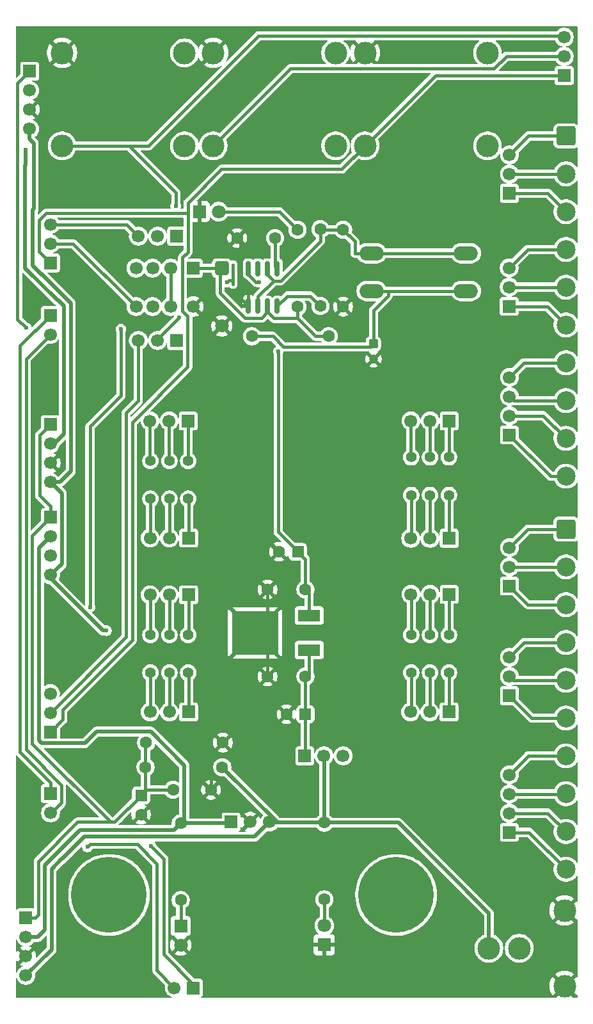
<source format=gbr>
%TF.GenerationSoftware,KiCad,Pcbnew,9.0.4*%
%TF.CreationDate,2025-11-06T00:07:10+01:00*%
%TF.ProjectId,BreadBoard,42726561-6442-46f6-9172-642e6b696361,rev?*%
%TF.SameCoordinates,Original*%
%TF.FileFunction,Copper,L1,Top*%
%TF.FilePolarity,Positive*%
%FSLAX46Y46*%
G04 Gerber Fmt 4.6, Leading zero omitted, Abs format (unit mm)*
G04 Created by KiCad (PCBNEW 9.0.4) date 2025-11-06 00:07:10*
%MOMM*%
%LPD*%
G01*
G04 APERTURE LIST*
G04 Aperture macros list*
%AMRoundRect*
0 Rectangle with rounded corners*
0 $1 Rounding radius*
0 $2 $3 $4 $5 $6 $7 $8 $9 X,Y pos of 4 corners*
0 Add a 4 corners polygon primitive as box body*
4,1,4,$2,$3,$4,$5,$6,$7,$8,$9,$2,$3,0*
0 Add four circle primitives for the rounded corners*
1,1,$1+$1,$2,$3*
1,1,$1+$1,$4,$5*
1,1,$1+$1,$6,$7*
1,1,$1+$1,$8,$9*
0 Add four rect primitives between the rounded corners*
20,1,$1+$1,$2,$3,$4,$5,0*
20,1,$1+$1,$4,$5,$6,$7,0*
20,1,$1+$1,$6,$7,$8,$9,0*
20,1,$1+$1,$8,$9,$2,$3,0*%
G04 Aperture macros list end*
%TA.AperFunction,Conductor*%
%ADD10C,0.200000*%
%TD*%
%TA.AperFunction,ComponentPad*%
%ADD11C,1.700000*%
%TD*%
%TA.AperFunction,ComponentPad*%
%ADD12R,1.700000X1.700000*%
%TD*%
%TA.AperFunction,ComponentPad*%
%ADD13C,1.600000*%
%TD*%
%TA.AperFunction,ComponentPad*%
%ADD14C,1.400000*%
%TD*%
%TA.AperFunction,ComponentPad*%
%ADD15O,3.200000X1.900000*%
%TD*%
%TA.AperFunction,ComponentPad*%
%ADD16C,3.000000*%
%TD*%
%TA.AperFunction,ComponentPad*%
%ADD17RoundRect,0.250000X-0.550000X0.550000X-0.550000X-0.550000X0.550000X-0.550000X0.550000X0.550000X0*%
%TD*%
%TA.AperFunction,ComponentPad*%
%ADD18R,1.800000X1.800000*%
%TD*%
%TA.AperFunction,ComponentPad*%
%ADD19C,1.800000*%
%TD*%
%TA.AperFunction,SMDPad,CuDef*%
%ADD20R,3.000000X1.600000*%
%TD*%
%TA.AperFunction,SMDPad,CuDef*%
%ADD21R,6.200000X5.800000*%
%TD*%
%TA.AperFunction,SMDPad,CuDef*%
%ADD22RoundRect,0.150000X0.150000X-0.825000X0.150000X0.825000X-0.150000X0.825000X-0.150000X-0.825000X0*%
%TD*%
%TA.AperFunction,ComponentPad*%
%ADD23RoundRect,0.250000X-1.000000X1.000000X-1.000000X-1.000000X1.000000X-1.000000X1.000000X1.000000X0*%
%TD*%
%TA.AperFunction,ComponentPad*%
%ADD24C,2.500000*%
%TD*%
%TA.AperFunction,ComponentPad*%
%ADD25RoundRect,0.250000X0.550000X0.550000X-0.550000X0.550000X-0.550000X-0.550000X0.550000X-0.550000X0*%
%TD*%
%TA.AperFunction,ComponentPad*%
%ADD26RoundRect,0.250000X-0.350000X0.350000X-0.350000X-0.350000X0.350000X-0.350000X0.350000X0.350000X0*%
%TD*%
%TA.AperFunction,ComponentPad*%
%ADD27C,1.200000*%
%TD*%
%TA.AperFunction,ComponentPad*%
%ADD28RoundRect,0.250000X-0.650000X0.650000X-0.650000X-0.650000X0.650000X-0.650000X0.650000X0.650000X0*%
%TD*%
%TA.AperFunction,ViaPad*%
%ADD29C,10.000000*%
%TD*%
%TA.AperFunction,ViaPad*%
%ADD30C,0.600000*%
%TD*%
%TA.AperFunction,ViaPad*%
%ADD31C,5.000000*%
%TD*%
%TA.AperFunction,Conductor*%
%ADD32C,0.400000*%
%TD*%
%TA.AperFunction,Conductor*%
%ADD33C,0.500000*%
%TD*%
G04 APERTURE END LIST*
D10*
%TO.N,Net-(D2-K)*%
X47000000Y-139500000D02*
X47000000Y-136750000D01*
%TD*%
D11*
%TO.P,J4,4,Pin_4*%
%TO.N,VCC*%
X26500000Y-146040000D03*
%TO.P,J4,3,Pin_3*%
%TO.N,GND*%
X26500000Y-143500000D03*
%TO.P,J4,2,Pin_2*%
%TO.N,VSS*%
X26500000Y-140960000D03*
D12*
%TO.P,J4,1,Pin_1*%
%TO.N,/Vref*%
X26500000Y-138420000D03*
%TD*%
%TO.P,J21,1,Pin_1*%
%TO.N,Net-(J19-Pin_10)*%
X90500000Y-74540000D03*
D11*
%TO.P,J21,2,Pin_2*%
%TO.N,Net-(J19-Pin_9)*%
X90500000Y-72000000D03*
%TO.P,J21,3,Pin_3*%
%TO.N,Net-(J19-Pin_8)*%
X90500000Y-69460000D03*
%TO.P,J21,4,Pin_4*%
%TO.N,Net-(J19-Pin_7)*%
X90500000Y-66920000D03*
%TD*%
D13*
%TO.P,R8,1*%
%TO.N,Net-(C7-Pad1)*%
X56420000Y-61500000D03*
%TO.P,R8,2*%
%TO.N,/BYP*%
X66580000Y-61500000D03*
%TD*%
D14*
%TO.P,SW3,1,A*%
%TO.N,Net-(J26-Pin_1)*%
X82500000Y-106000000D03*
%TO.P,SW3,2,B*%
%TO.N,Net-(J26-Pin_2)*%
X80000000Y-106000000D03*
%TO.P,SW3,3,C*%
%TO.N,Net-(J26-Pin_3)*%
X77500000Y-106000000D03*
%TO.P,SW3,4,A*%
%TO.N,Net-(J27-Pin_1)*%
X82500000Y-101000000D03*
%TO.P,SW3,5,B*%
%TO.N,Net-(J27-Pin_2)*%
X80000000Y-101000000D03*
%TO.P,SW3,6,C*%
%TO.N,Net-(J27-Pin_3)*%
X77500000Y-101000000D03*
%TD*%
D12*
%TO.P,J29,1,Pin_1*%
%TO.N,Net-(J29-Pin_1)*%
X48000000Y-72690000D03*
D11*
%TO.P,J29,2,Pin_2*%
%TO.N,Net-(J29-Pin_2)*%
X45460000Y-72690000D03*
%TO.P,J29,3,Pin_3*%
%TO.N,Net-(J29-Pin_3)*%
X42920000Y-72690000D03*
%TD*%
D14*
%TO.P,SW2,1,A*%
%TO.N,Net-(J24-Pin_1)*%
X82500000Y-82500000D03*
%TO.P,SW2,2,B*%
%TO.N,Net-(J24-Pin_2)*%
X80000000Y-82500000D03*
%TO.P,SW2,3,C*%
%TO.N,Net-(J24-Pin_3)*%
X77500000Y-82500000D03*
%TO.P,SW2,4,A*%
%TO.N,Net-(J25-Pin_1)*%
X82500000Y-77500000D03*
%TO.P,SW2,5,B*%
%TO.N,Net-(J25-Pin_2)*%
X80000000Y-77500000D03*
%TO.P,SW2,6,C*%
%TO.N,Net-(J25-Pin_3)*%
X77500000Y-77500000D03*
%TD*%
D12*
%TO.P,J10,1,Pin_1*%
%TO.N,/AUX*%
X97750000Y-27000000D03*
D11*
%TO.P,J10,2,Pin_2*%
%TO.N,/IN*%
X97750000Y-24460000D03*
%TO.P,J10,3,Pin_3*%
%TO.N,/OUT*%
X97750000Y-21920000D03*
%TD*%
D12*
%TO.P,J32,1,Pin_1*%
%TO.N,Net-(J32-Pin_1)*%
X46470100Y-48257500D03*
D11*
%TO.P,J32,2,Pin_2*%
%TO.N,/IN*%
X43930100Y-48257500D03*
%TO.P,J32,3,Pin_3*%
%TO.N,/INBB*%
X41390100Y-48257500D03*
%TD*%
D15*
%TO.P,SW1,1,1*%
%TO.N,Net-(C7-Pad1)*%
X84750000Y-55500000D03*
X72250000Y-55500000D03*
%TO.P,SW1,2,2*%
%TO.N,Net-(U2-THR)*%
X84750000Y-50500000D03*
X72250000Y-50500000D03*
%TD*%
D16*
%TO.P,J5,1*%
%TO.N,GND*%
X51300000Y-24000000D03*
%TO.P,J5,2*%
%TO.N,/IN*%
X51300000Y-36300000D03*
%TO.P,J5,3*%
%TO.N,unconnected-(J5-Pad3)*%
X67500000Y-36300000D03*
%TO.P,J5,4*%
%TO.N,N/C*%
X67500000Y-24000000D03*
%TD*%
D17*
%TO.P,C5,1*%
%TO.N,/Vref*%
X41750000Y-122250000D03*
D13*
%TO.P,C5,2*%
%TO.N,GND*%
X41750000Y-124750000D03*
%TD*%
%TO.P,R7,1*%
%TO.N,Net-(U2-THR)*%
X68500000Y-47420000D03*
%TO.P,R7,2*%
%TO.N,GND*%
X68500000Y-57580000D03*
%TD*%
D18*
%TO.P,D3,1,K*%
%TO.N,GND*%
X49460000Y-45000000D03*
D19*
%TO.P,D3,2,A*%
%TO.N,Net-(D3-A)*%
X52000000Y-45000000D03*
%TD*%
D12*
%TO.P,J23,1,Pin_1*%
%TO.N,Net-(J19-Pin_3)*%
X90500000Y-42580000D03*
D11*
%TO.P,J23,2,Pin_2*%
%TO.N,Net-(J19-Pin_2)*%
X90500000Y-40040000D03*
%TO.P,J23,3,Pin_3*%
%TO.N,Net-(J19-Pin_1)*%
X90500000Y-37500000D03*
%TD*%
D12*
%TO.P,J9,1,Pin_1*%
%TO.N,/Vref*%
X27000000Y-26430000D03*
D11*
%TO.P,J9,2,Pin_2*%
%TO.N,VSS*%
X27000000Y-28970000D03*
%TO.P,J9,3,Pin_3*%
%TO.N,GND*%
X27000000Y-31510000D03*
%TO.P,J9,4,Pin_4*%
%TO.N,VCC*%
X27000000Y-34050000D03*
%TD*%
D13*
%TO.P,R2,1*%
%TO.N,VSS*%
X47000000Y-125920000D03*
%TO.P,R2,2*%
%TO.N,Net-(D2-K)*%
X47000000Y-136080000D03*
%TD*%
D20*
%TO.P,U1,1,OUT*%
%TO.N,/9V*%
X64000000Y-98430000D03*
D21*
%TO.P,U1,2,GND*%
%TO.N,GND*%
X56820000Y-100715000D03*
D20*
%TO.P,U1,3,IN*%
%TO.N,Net-(JP1-A)*%
X64000000Y-103000000D03*
%TD*%
D12*
%TO.P,J13,1,Pin_1*%
%TO.N,VSS*%
X53670000Y-125750000D03*
D11*
%TO.P,J13,2,Pin_2*%
%TO.N,GND*%
X56210000Y-125750000D03*
%TO.P,J13,3,Pin_3*%
%TO.N,VCC*%
X58750000Y-125750000D03*
%TD*%
D12*
%TO.P,J22,1,Pin_1*%
%TO.N,Net-(J19-Pin_6)*%
X90475000Y-57525000D03*
D11*
%TO.P,J22,2,Pin_2*%
%TO.N,Net-(J19-Pin_5)*%
X90475000Y-54985000D03*
%TO.P,J22,3,Pin_3*%
%TO.N,Net-(J19-Pin_4)*%
X90475000Y-52445000D03*
%TD*%
D16*
%TO.P,J6,1*%
%TO.N,GND*%
X31300000Y-24000000D03*
%TO.P,J6,2*%
%TO.N,/OUT*%
X31300000Y-36300000D03*
%TO.P,J6,3*%
%TO.N,unconnected-(J6-Pad3)*%
X47500000Y-36300000D03*
%TO.P,J6,4*%
%TO.N,N/C*%
X47500000Y-24000000D03*
%TD*%
D12*
%TO.P,J15,1,Pin_1*%
%TO.N,Net-(J14-Pin_10)*%
X90500000Y-127120000D03*
D11*
%TO.P,J15,2,Pin_2*%
%TO.N,Net-(J14-Pin_9)*%
X90500000Y-124580000D03*
%TO.P,J15,3,Pin_3*%
%TO.N,Net-(J14-Pin_8)*%
X90500000Y-122040000D03*
%TO.P,J15,4,Pin_4*%
%TO.N,Net-(J14-Pin_7)*%
X90500000Y-119500000D03*
%TD*%
D13*
%TO.P,C4,1*%
%TO.N,/9V*%
X63500000Y-95000000D03*
%TO.P,C4,2*%
%TO.N,GND*%
X58500000Y-95000000D03*
%TD*%
D22*
%TO.P,U2,1,GND*%
%TO.N,GND*%
X55972600Y-57500000D03*
%TO.P,U2,2,TR*%
%TO.N,Net-(U2-THR)*%
X57242600Y-57500000D03*
%TO.P,U2,3,Q*%
%TO.N,/BYP*%
X58512600Y-57500000D03*
%TO.P,U2,4,R*%
%TO.N,/9V*%
X59782600Y-57500000D03*
%TO.P,U2,5,CV*%
%TO.N,Net-(U2-CV)*%
X59782600Y-52550000D03*
%TO.P,U2,6,THR*%
%TO.N,Net-(U2-THR)*%
X58512600Y-52550000D03*
%TO.P,U2,7,DIS*%
%TO.N,unconnected-(U2-DIS-Pad7)*%
X57242600Y-52550000D03*
%TO.P,U2,8,VCC*%
%TO.N,/9V*%
X55972600Y-52550000D03*
%TD*%
D12*
%TO.P,J25,1,Pin_1*%
%TO.N,Net-(J25-Pin_1)*%
X82540000Y-72690000D03*
D11*
%TO.P,J25,2,Pin_2*%
%TO.N,Net-(J25-Pin_2)*%
X80000000Y-72690000D03*
%TO.P,J25,3,Pin_3*%
%TO.N,Net-(J25-Pin_3)*%
X77460000Y-72690000D03*
%TD*%
%TO.P,J18,3,Pin_3*%
%TO.N,/INBB*%
X29750000Y-46710000D03*
%TO.P,J18,2,Pin_2*%
%TO.N,/OUTBB*%
X29750000Y-49250000D03*
D12*
%TO.P,J18,1,Pin_1*%
%TO.N,/AUX*%
X29750000Y-51790000D03*
%TD*%
D16*
%TO.P,J7,1*%
%TO.N,VCC*%
X87800000Y-142450000D03*
%TO.P,J7,2*%
%TO.N,GND*%
X97800000Y-147450000D03*
X97800000Y-137450000D03*
%TO.P,J7,3*%
%TO.N,unconnected-(J7-Pad3)*%
X91800000Y-142450000D03*
%TD*%
D12*
%TO.P,J12,1,Pin_1*%
%TO.N,/Vref*%
X29775000Y-85450000D03*
D11*
%TO.P,J12,2,Pin_2*%
%TO.N,VSS*%
X29775000Y-87990000D03*
%TO.P,J12,3,Pin_3*%
%TO.N,GND*%
X29775000Y-90530000D03*
%TO.P,J12,4,Pin_4*%
%TO.N,VCC*%
X29775000Y-93070000D03*
%TD*%
D13*
%TO.P,C8,1*%
%TO.N,Net-(U2-CV)*%
X59472600Y-48500000D03*
%TO.P,C8,2*%
%TO.N,GND*%
X54472600Y-48500000D03*
%TD*%
D12*
%TO.P,J31,1,Pin_1*%
%TO.N,Net-(J31-Pin_1)*%
X48040000Y-95690000D03*
D11*
%TO.P,J31,2,Pin_2*%
%TO.N,Net-(J31-Pin_2)*%
X45500000Y-95690000D03*
%TO.P,J31,3,Pin_3*%
%TO.N,Net-(J31-Pin_3)*%
X42960000Y-95690000D03*
%TD*%
D23*
%TO.P,J14,1,Pin_1*%
%TO.N,Net-(J14-Pin_1)*%
X98000000Y-87000000D03*
D24*
%TO.P,J14,2,Pin_2*%
%TO.N,Net-(J14-Pin_2)*%
X98000000Y-92000000D03*
%TO.P,J14,3,Pin_3*%
%TO.N,Net-(J14-Pin_3)*%
X98000000Y-97000000D03*
%TO.P,J14,4,Pin_4*%
%TO.N,Net-(J14-Pin_4)*%
X98000000Y-102000000D03*
%TO.P,J14,5,Pin_5*%
%TO.N,Net-(J14-Pin_5)*%
X98000000Y-107000000D03*
%TO.P,J14,6,Pin_6*%
%TO.N,Net-(J14-Pin_6)*%
X98000000Y-112000000D03*
%TO.P,J14,7,Pin_7*%
%TO.N,Net-(J14-Pin_7)*%
X98000000Y-117000000D03*
%TO.P,J14,8,Pin_8*%
%TO.N,Net-(J14-Pin_8)*%
X98000000Y-122000000D03*
%TO.P,J14,9,Pin_9*%
%TO.N,Net-(J14-Pin_9)*%
X98000000Y-127000000D03*
%TO.P,J14,10,Pin_10*%
%TO.N,Net-(J14-Pin_10)*%
X98000000Y-132000000D03*
%TD*%
D25*
%TO.P,C3,1*%
%TO.N,/9V*%
X62500000Y-90000000D03*
D13*
%TO.P,C3,2*%
%TO.N,GND*%
X60000000Y-90000000D03*
%TD*%
D12*
%TO.P,J16,1,Pin_1*%
%TO.N,Net-(J14-Pin_6)*%
X90500000Y-109040000D03*
D11*
%TO.P,J16,2,Pin_2*%
%TO.N,Net-(J14-Pin_5)*%
X90500000Y-106500000D03*
%TO.P,J16,3,Pin_3*%
%TO.N,Net-(J14-Pin_4)*%
X90500000Y-103960000D03*
%TD*%
D12*
%TO.P,J17,1,Pin_1*%
%TO.N,Net-(J14-Pin_3)*%
X90500000Y-94540000D03*
D11*
%TO.P,J17,2,Pin_2*%
%TO.N,Net-(J14-Pin_2)*%
X90500000Y-92000000D03*
%TO.P,J17,3,Pin_3*%
%TO.N,Net-(J14-Pin_1)*%
X90500000Y-89460000D03*
%TD*%
D18*
%TO.P,D1,1,K*%
%TO.N,GND*%
X66000000Y-142000000D03*
D19*
%TO.P,D1,2,A*%
%TO.N,Net-(D1-A)*%
X66000000Y-139460000D03*
%TD*%
D13*
%TO.P,R4,1*%
%TO.N,VCC*%
X52500000Y-118500000D03*
%TO.P,R4,2*%
%TO.N,/Vref*%
X42340000Y-118500000D03*
%TD*%
%TO.P,R3,1*%
%TO.N,/BYP*%
X62472600Y-57580000D03*
%TO.P,R3,2*%
%TO.N,Net-(D3-A)*%
X62472600Y-47420000D03*
%TD*%
%TO.P,C2,1*%
%TO.N,Net-(JP1-A)*%
X63500000Y-106500000D03*
%TO.P,C2,2*%
%TO.N,GND*%
X58500000Y-106500000D03*
%TD*%
D12*
%TO.P,J30,1,Pin_1*%
%TO.N,Net-(J30-Pin_1)*%
X48040000Y-111190000D03*
D11*
%TO.P,J30,2,Pin_2*%
%TO.N,Net-(J30-Pin_2)*%
X45500000Y-111190000D03*
%TO.P,J30,3,Pin_3*%
%TO.N,Net-(J30-Pin_3)*%
X42960000Y-111190000D03*
%TD*%
D26*
%TO.P,C7,1*%
%TO.N,Net-(C7-Pad1)*%
X72500000Y-62500000D03*
D27*
%TO.P,C7,2*%
%TO.N,GND*%
X72500000Y-64500000D03*
%TD*%
D12*
%TO.P,J24,1,Pin_1*%
%TO.N,Net-(J24-Pin_1)*%
X82525000Y-88215000D03*
D11*
%TO.P,J24,2,Pin_2*%
%TO.N,Net-(J24-Pin_2)*%
X79985000Y-88215000D03*
%TO.P,J24,3,Pin_3*%
%TO.N,Net-(J24-Pin_3)*%
X77445000Y-88215000D03*
%TD*%
D12*
%TO.P,J1,1,Pin_1*%
%TO.N,/Vref*%
X29750000Y-73170000D03*
D11*
%TO.P,J1,2,Pin_2*%
%TO.N,VSS*%
X29750000Y-75710000D03*
%TO.P,J1,3,Pin_3*%
%TO.N,GND*%
X29750000Y-78250000D03*
%TO.P,J1,4,Pin_4*%
%TO.N,VCC*%
X29750000Y-80790000D03*
%TD*%
D12*
%TO.P,J26,1,Pin_1*%
%TO.N,Net-(J26-Pin_1)*%
X82500000Y-111190000D03*
D11*
%TO.P,J26,2,Pin_2*%
%TO.N,Net-(J26-Pin_2)*%
X79960000Y-111190000D03*
%TO.P,J26,3,Pin_3*%
%TO.N,Net-(J26-Pin_3)*%
X77420000Y-111190000D03*
%TD*%
D12*
%TO.P,J8,1,Pin_1*%
%TO.N,/T1*%
X48690000Y-147700000D03*
D11*
%TO.P,J8,2,Pin_2*%
%TO.N,/T2*%
X46150000Y-147700000D03*
%TD*%
D13*
%TO.P,R5,1*%
%TO.N,/Vref*%
X42420000Y-115250000D03*
%TO.P,R5,2*%
%TO.N,GND*%
X52580000Y-115250000D03*
%TD*%
D23*
%TO.P,J19,1,Pin_1*%
%TO.N,Net-(J19-Pin_1)*%
X98000000Y-35000000D03*
D24*
%TO.P,J19,2,Pin_2*%
%TO.N,Net-(J19-Pin_2)*%
X98000000Y-40000000D03*
%TO.P,J19,3,Pin_3*%
%TO.N,Net-(J19-Pin_3)*%
X98000000Y-45000000D03*
%TO.P,J19,4,Pin_4*%
%TO.N,Net-(J19-Pin_4)*%
X98000000Y-50000000D03*
%TO.P,J19,5,Pin_5*%
%TO.N,Net-(J19-Pin_5)*%
X98000000Y-55000000D03*
%TO.P,J19,6,Pin_6*%
%TO.N,Net-(J19-Pin_6)*%
X98000000Y-60000000D03*
%TO.P,J19,7,Pin_7*%
%TO.N,Net-(J19-Pin_7)*%
X98000000Y-65000000D03*
%TO.P,J19,8,Pin_8*%
%TO.N,Net-(J19-Pin_8)*%
X98000000Y-70000000D03*
%TO.P,J19,9,Pin_9*%
%TO.N,Net-(J19-Pin_9)*%
X98000000Y-75000000D03*
%TO.P,J19,10,Pin_10*%
%TO.N,Net-(J19-Pin_10)*%
X98000000Y-80000000D03*
%TD*%
D12*
%TO.P,K1,1*%
%TO.N,/BYP*%
X48680100Y-52477500D03*
D11*
%TO.P,K1,2*%
%TO.N,Net-(K1-Pad2)*%
X45680100Y-52477500D03*
%TO.P,K1,3*%
%TO.N,Net-(J32-Pin_1)*%
X43280100Y-52477500D03*
%TO.P,K1,4*%
%TO.N,/INBB*%
X41080100Y-52477500D03*
%TO.P,K1,5*%
%TO.N,/OUTBB*%
X41080100Y-57557500D03*
%TO.P,K1,6*%
%TO.N,Net-(J33-Pin_1)*%
X43280100Y-57557500D03*
%TO.P,K1,7*%
%TO.N,Net-(K1-Pad2)*%
X45680100Y-57557500D03*
%TO.P,K1,8*%
%TO.N,GND*%
X48680100Y-57557500D03*
%TD*%
D12*
%TO.P,J27,1,Pin_1*%
%TO.N,Net-(J27-Pin_1)*%
X82540000Y-95640000D03*
D11*
%TO.P,J27,2,Pin_2*%
%TO.N,Net-(J27-Pin_2)*%
X80000000Y-95640000D03*
%TO.P,J27,3,Pin_3*%
%TO.N,Net-(J27-Pin_3)*%
X77460000Y-95640000D03*
%TD*%
D12*
%TO.P,JP1,1,A*%
%TO.N,Net-(JP1-A)*%
X63420000Y-117000000D03*
D11*
%TO.P,JP1,2,C*%
%TO.N,VCC*%
X65960000Y-117000000D03*
%TO.P,JP1,3,B*%
%TO.N,unconnected-(JP1-B-Pad3)*%
X68500000Y-117000000D03*
%TD*%
D12*
%TO.P,J28,1,Pin_1*%
%TO.N,Net-(J28-Pin_1)*%
X48040000Y-88190000D03*
D11*
%TO.P,J28,2,Pin_2*%
%TO.N,Net-(J28-Pin_2)*%
X45500000Y-88190000D03*
%TO.P,J28,3,Pin_3*%
%TO.N,Net-(J28-Pin_3)*%
X42960000Y-88190000D03*
%TD*%
D16*
%TO.P,J11,1*%
%TO.N,GND*%
X71400000Y-24000000D03*
%TO.P,J11,2*%
%TO.N,/AUX*%
X71400000Y-36300000D03*
%TO.P,J11,3*%
%TO.N,unconnected-(J11-Pad3)*%
X87600000Y-36300000D03*
%TO.P,J11,4*%
%TO.N,N/C*%
X87600000Y-24000000D03*
%TD*%
D12*
%TO.P,J2,1,Pin_1*%
%TO.N,/T1*%
X29750000Y-58710000D03*
D11*
%TO.P,J2,2,Pin_2*%
%TO.N,/T2*%
X29750000Y-61250000D03*
%TD*%
D13*
%TO.P,R6,1*%
%TO.N,/9V*%
X65472600Y-57500000D03*
%TO.P,R6,2*%
%TO.N,Net-(U2-THR)*%
X65472600Y-47340000D03*
%TD*%
D14*
%TO.P,SW4,1,A*%
%TO.N,Net-(J28-Pin_1)*%
X48000000Y-83000000D03*
%TO.P,SW4,2,B*%
%TO.N,Net-(J28-Pin_2)*%
X45500000Y-83000000D03*
%TO.P,SW4,3,C*%
%TO.N,Net-(J28-Pin_3)*%
X43000000Y-83000000D03*
%TO.P,SW4,4,A*%
%TO.N,Net-(J29-Pin_1)*%
X48000000Y-78000000D03*
%TO.P,SW4,5,B*%
%TO.N,Net-(J29-Pin_2)*%
X45500000Y-78000000D03*
%TO.P,SW4,6,C*%
%TO.N,Net-(J29-Pin_3)*%
X43000000Y-78000000D03*
%TD*%
D13*
%TO.P,R1,1*%
%TO.N,VCC*%
X66000000Y-125840000D03*
%TO.P,R1,2*%
%TO.N,Net-(D1-A)*%
X66000000Y-136000000D03*
%TD*%
D18*
%TO.P,D2,1,K*%
%TO.N,Net-(D2-K)*%
X47000000Y-139500000D03*
D19*
%TO.P,D2,2,A*%
%TO.N,GND*%
X47000000Y-142040000D03*
%TD*%
D12*
%TO.P,J3,1,Pin_1*%
%TO.N,/T1*%
X29775000Y-122000000D03*
D11*
%TO.P,J3,2,Pin_2*%
%TO.N,/T2*%
X29775000Y-124540000D03*
%TD*%
D25*
%TO.P,C1,1*%
%TO.N,Net-(JP1-A)*%
X63500000Y-111500000D03*
D13*
%TO.P,C1,2*%
%TO.N,GND*%
X61000000Y-111500000D03*
%TD*%
%TO.P,C6,1*%
%TO.N,/Vref*%
X46000000Y-121500000D03*
%TO.P,C6,2*%
%TO.N,GND*%
X51000000Y-121500000D03*
%TD*%
D12*
%TO.P,J20,1,Pin_1*%
%TO.N,/AUX*%
X29750000Y-113830000D03*
D11*
%TO.P,J20,2,Pin_2*%
%TO.N,/OUTBB*%
X29750000Y-111290000D03*
%TO.P,J20,3,Pin_3*%
%TO.N,/INBB*%
X29750000Y-108750000D03*
%TD*%
D14*
%TO.P,SW5,1,A*%
%TO.N,Net-(J30-Pin_1)*%
X48000000Y-106000000D03*
%TO.P,SW5,2,B*%
%TO.N,Net-(J30-Pin_2)*%
X45500000Y-106000000D03*
%TO.P,SW5,3,C*%
%TO.N,Net-(J30-Pin_3)*%
X43000000Y-106000000D03*
%TO.P,SW5,4,A*%
%TO.N,Net-(J31-Pin_1)*%
X48000000Y-101000000D03*
%TO.P,SW5,5,B*%
%TO.N,Net-(J31-Pin_2)*%
X45500000Y-101000000D03*
%TO.P,SW5,6,C*%
%TO.N,Net-(J31-Pin_3)*%
X43000000Y-101000000D03*
%TD*%
D28*
%TO.P,D4,1,K*%
%TO.N,/BYP*%
X52430100Y-52500000D03*
D19*
%TO.P,D4,2,A*%
%TO.N,GND*%
X52430100Y-60120000D03*
%TD*%
D12*
%TO.P,J33,1,Pin_1*%
%TO.N,Net-(J33-Pin_1)*%
X46470100Y-62057500D03*
D11*
%TO.P,J33,2,Pin_2*%
%TO.N,/OUT*%
X43930100Y-62057500D03*
%TO.P,J33,3,Pin_3*%
%TO.N,/OUTBB*%
X41390100Y-62057500D03*
%TD*%
D29*
%TO.N,*%
X37500000Y-135400000D03*
X75500000Y-135400000D03*
D30*
%TO.N,GND*%
X54200000Y-74800000D03*
X70400000Y-103100000D03*
X64400000Y-74600000D03*
X42500000Y-46400000D03*
X60100000Y-96600000D03*
X60200000Y-104600000D03*
X55200000Y-104600000D03*
X52600000Y-104500000D03*
X52600000Y-100500000D03*
X52600000Y-96600000D03*
X55200000Y-96600000D03*
X45200000Y-118800000D03*
X26700000Y-123300000D03*
X30500000Y-98500000D03*
X33400000Y-102500000D03*
X38200000Y-95800000D03*
X38000000Y-80400000D03*
X28600000Y-66900000D03*
X27100000Y-56400000D03*
X26200000Y-21800000D03*
X43500000Y-67800000D03*
X42100000Y-55100000D03*
X38300000Y-49200000D03*
X39700000Y-34900000D03*
X80200000Y-35800000D03*
X58500000Y-35800000D03*
X39700000Y-23800000D03*
X58500000Y-23800000D03*
X80300000Y-23800000D03*
X93000000Y-25800000D03*
X93100000Y-23200000D03*
X98000000Y-31000000D03*
X98100000Y-37400000D03*
X98100000Y-42600000D03*
X98100000Y-52700000D03*
X98100000Y-57500000D03*
X98100000Y-67700000D03*
X98100000Y-72600000D03*
X98200000Y-77400000D03*
X98200000Y-89500000D03*
X98200000Y-94700000D03*
X98100000Y-104500000D03*
X98000000Y-109300000D03*
X97900000Y-119500000D03*
X97900000Y-124400000D03*
X97900000Y-129400000D03*
X97800000Y-142300000D03*
X79600000Y-148400000D03*
X53600000Y-148100000D03*
X41300000Y-148100000D03*
X29500000Y-148200000D03*
%TO.N,VSS*%
X26450000Y-36850000D03*
%TO.N,/T1*%
X43050000Y-128950000D03*
%TO.N,/T2*%
X34650000Y-129050000D03*
%TO.N,/9V*%
X57378500Y-54348700D03*
X59902200Y-63484500D03*
%TO.N,/INBB*%
X39082700Y-60541400D03*
X34982400Y-97357200D03*
%TO.N,/OUT*%
X46333200Y-44248500D03*
X46767200Y-59034800D03*
X53134600Y-54335700D03*
%TO.N,VCC*%
X37156800Y-100430200D03*
%TO.N,/Vref*%
X26574800Y-60399100D03*
D31*
%TO.N,GND*%
X81000000Y-119000000D03*
X36000000Y-119000000D03*
X36000000Y-66000000D03*
D29*
X56500000Y-135600000D03*
D31*
X81000000Y-66000000D03*
%TD*%
D32*
%TO.N,/Vref*%
X26500000Y-138420000D02*
X27750000Y-138420000D01*
X27750000Y-138420000D02*
X28153250Y-138016750D01*
X28153250Y-138016750D02*
X28153250Y-130946750D01*
X28153250Y-130946750D02*
X33347000Y-125753000D01*
X33347000Y-125753000D02*
X37715300Y-125753000D01*
%TO.N,/AUX*%
X47939000Y-45217800D02*
X47939000Y-50362600D01*
X47939000Y-50362600D02*
X47228400Y-51073200D01*
X47228400Y-58158800D02*
X47921800Y-58852200D01*
X40587900Y-101712100D02*
X31390000Y-110910000D01*
X47228400Y-51073200D02*
X47228400Y-58158800D01*
X31390000Y-112190000D02*
X29750000Y-113830000D01*
X47921800Y-58852200D02*
X47921800Y-65561300D01*
X47921800Y-65561300D02*
X40587900Y-72895200D01*
X40587900Y-72895200D02*
X40587900Y-101712100D01*
X31390000Y-110910000D02*
X31390000Y-112190000D01*
%TO.N,/OUTBB*%
X29750000Y-111290000D02*
X39786900Y-101253100D01*
X39786900Y-101253100D02*
X39786900Y-71613100D01*
X39786900Y-71613100D02*
X41390100Y-70009900D01*
X41390100Y-70009900D02*
X41390100Y-62057500D01*
%TO.N,/INBB*%
X34982400Y-97357200D02*
X34982400Y-73419300D01*
X34982400Y-73419300D02*
X39101700Y-69300000D01*
X39101700Y-60560400D02*
X39082700Y-60541400D01*
X39101700Y-69300000D02*
X39101700Y-60560400D01*
D33*
%TO.N,VSS*%
X26450000Y-38850000D02*
X26450000Y-36850000D01*
%TO.N,VCC*%
X27550000Y-38050000D02*
X27550000Y-35950000D01*
X27550000Y-37628300D02*
X27550000Y-38050000D01*
X27550000Y-35950000D02*
X27000000Y-35400000D01*
X27000000Y-35400000D02*
X27000000Y-34050000D01*
D32*
%TO.N,/Vref*%
X26574800Y-60399100D02*
X25401000Y-59225300D01*
X25401000Y-59225300D02*
X25401000Y-28029000D01*
X25401000Y-28029000D02*
X27000000Y-26430000D01*
D33*
%TO.N,VSS*%
X26400000Y-38850000D02*
X26450000Y-38850000D01*
%TO.N,VCC*%
X28448300Y-53201700D02*
X28517906Y-53201700D01*
X28517906Y-53201700D02*
X32451000Y-57134794D01*
X32451000Y-57134794D02*
X32451000Y-79349000D01*
X32451000Y-79349000D02*
X31010000Y-80790000D01*
X31010000Y-80790000D02*
X29750000Y-80790000D01*
X28448300Y-53201700D02*
X28646600Y-53400000D01*
%TO.N,VSS*%
X30713600Y-56741206D02*
X30783206Y-56741206D01*
X30783206Y-56741206D02*
X31550000Y-57508000D01*
X29750000Y-75710000D02*
X30240000Y-75710000D01*
X30240000Y-75710000D02*
X31550000Y-74400000D01*
X31550000Y-74400000D02*
X31550000Y-57508000D01*
X26400000Y-52450000D02*
X26400000Y-38850000D01*
X30713600Y-56741206D02*
X26422394Y-52450000D01*
X26422394Y-52450000D02*
X26400000Y-52450000D01*
%TO.N,VCC*%
X27396600Y-52150000D02*
X28448300Y-53201700D01*
X27550000Y-38050000D02*
X27550000Y-44600000D01*
X27550000Y-44600000D02*
X27396600Y-44753400D01*
X27396600Y-44753400D02*
X27396600Y-52150000D01*
D32*
%TO.N,/T1*%
X48690000Y-147190000D02*
X48690000Y-147700000D01*
X44750000Y-130650000D02*
X44750000Y-143250000D01*
X43050000Y-128950000D02*
X44750000Y-130650000D01*
X44750000Y-143250000D02*
X48690000Y-147190000D01*
%TO.N,/T2*%
X35000000Y-128700000D02*
X34650000Y-129050000D01*
X43850000Y-131300000D02*
X41250000Y-128700000D01*
X46150000Y-147700000D02*
X43850000Y-145400000D01*
X43850000Y-145400000D02*
X43850000Y-131300000D01*
X41250000Y-128700000D02*
X35000000Y-128700000D01*
D33*
%TO.N,VSS*%
X26500000Y-140960000D02*
X28098500Y-140960000D01*
X28098500Y-140960000D02*
X29004250Y-140054250D01*
X29004250Y-140054250D02*
X29004250Y-131445750D01*
X29004250Y-131445750D02*
X33645750Y-126804250D01*
X33645750Y-126804250D02*
X46115750Y-126804250D01*
X46115750Y-126804250D02*
X47000000Y-125920000D01*
%TO.N,VCC*%
X26500000Y-146040000D02*
X29920000Y-142620000D01*
X29920000Y-142620000D02*
X29920000Y-131980000D01*
X29920000Y-131980000D02*
X31250000Y-130650000D01*
X31250000Y-130650000D02*
X31300000Y-130650000D01*
X31300000Y-130650000D02*
X34244750Y-127705250D01*
X34244750Y-127705250D02*
X56794750Y-127705250D01*
X56794750Y-127705250D02*
X58750000Y-125750000D01*
X87800000Y-142450000D02*
X87800000Y-137850000D01*
X87800000Y-137850000D02*
X75790000Y-125840000D01*
X75790000Y-125840000D02*
X66000000Y-125840000D01*
D32*
%TO.N,Net-(J26-Pin_3)*%
X77500000Y-111110000D02*
X77420000Y-111190000D01*
X77500000Y-106000000D02*
X77500000Y-111110000D01*
%TO.N,Net-(J26-Pin_1)*%
X82500000Y-106000000D02*
X82500000Y-111190000D01*
%TO.N,Net-(J26-Pin_2)*%
X80000000Y-111150000D02*
X79960000Y-111190000D01*
X80000000Y-106000000D02*
X80000000Y-111150000D01*
%TO.N,Net-(J24-Pin_2)*%
X80000000Y-88200000D02*
X79985000Y-88215000D01*
X80000000Y-82500000D02*
X80000000Y-88200000D01*
%TO.N,Net-(J24-Pin_3)*%
X77500000Y-88160000D02*
X77445000Y-88215000D01*
X77500000Y-82500000D02*
X77500000Y-88160000D01*
%TO.N,Net-(J24-Pin_1)*%
X82500000Y-88190000D02*
X82525000Y-88215000D01*
X82500000Y-82500000D02*
X82500000Y-88190000D01*
%TO.N,Net-(J19-Pin_1)*%
X93000000Y-35000000D02*
X98000000Y-35000000D01*
X90500000Y-37500000D02*
X93000000Y-35000000D01*
%TO.N,Net-(J19-Pin_7)*%
X92420000Y-65000000D02*
X90500000Y-66920000D01*
X98000000Y-65000000D02*
X92420000Y-65000000D01*
%TO.N,Net-(J19-Pin_9)*%
X95000000Y-72000000D02*
X90500000Y-72000000D01*
X98000000Y-75000000D02*
X95000000Y-72000000D01*
%TO.N,Net-(J19-Pin_8)*%
X91040000Y-70000000D02*
X90500000Y-69460000D01*
X98000000Y-70000000D02*
X91040000Y-70000000D01*
%TO.N,Net-(J19-Pin_3)*%
X95580000Y-42580000D02*
X98000000Y-45000000D01*
X90500000Y-42580000D02*
X95580000Y-42580000D01*
%TO.N,Net-(J19-Pin_6)*%
X95525000Y-57525000D02*
X98000000Y-60000000D01*
X90475000Y-57525000D02*
X95525000Y-57525000D01*
%TO.N,Net-(J19-Pin_5)*%
X97985000Y-54985000D02*
X98000000Y-55000000D01*
X90475000Y-54985000D02*
X97985000Y-54985000D01*
%TO.N,Net-(J19-Pin_2)*%
X97960000Y-40040000D02*
X98000000Y-40000000D01*
X90500000Y-40040000D02*
X97960000Y-40040000D01*
%TO.N,Net-(J19-Pin_4)*%
X92920000Y-50000000D02*
X98000000Y-50000000D01*
X90475000Y-52445000D02*
X92920000Y-50000000D01*
%TO.N,Net-(J19-Pin_10)*%
X95960000Y-80000000D02*
X90500000Y-74540000D01*
X98000000Y-80000000D02*
X95960000Y-80000000D01*
%TO.N,Net-(J14-Pin_2)*%
X98000000Y-92000000D02*
X90500000Y-92000000D01*
%TO.N,Net-(J14-Pin_5)*%
X91000000Y-107000000D02*
X90500000Y-106500000D01*
X98000000Y-107000000D02*
X91000000Y-107000000D01*
%TO.N,Net-(J14-Pin_9)*%
X95580000Y-124580000D02*
X98000000Y-127000000D01*
X90500000Y-124580000D02*
X95580000Y-124580000D01*
%TO.N,Net-(J14-Pin_4)*%
X92460000Y-102000000D02*
X90500000Y-103960000D01*
X98000000Y-102000000D02*
X92460000Y-102000000D01*
%TO.N,Net-(J14-Pin_10)*%
X93120000Y-127120000D02*
X98000000Y-132000000D01*
X90500000Y-127120000D02*
X93120000Y-127120000D01*
%TO.N,Net-(J14-Pin_1)*%
X92960000Y-87000000D02*
X90500000Y-89460000D01*
X98000000Y-87000000D02*
X92960000Y-87000000D01*
%TO.N,Net-(J14-Pin_7)*%
X93000000Y-117000000D02*
X98000000Y-117000000D01*
X90500000Y-119500000D02*
X93000000Y-117000000D01*
%TO.N,Net-(J14-Pin_8)*%
X97960000Y-122040000D02*
X98000000Y-122000000D01*
X90500000Y-122040000D02*
X97960000Y-122040000D01*
%TO.N,Net-(J14-Pin_3)*%
X92960000Y-97000000D02*
X90500000Y-94540000D01*
X98000000Y-97000000D02*
X92960000Y-97000000D01*
%TO.N,/T2*%
X26526100Y-64473900D02*
X29750000Y-61250000D01*
X26526100Y-116154300D02*
X26526100Y-64473900D01*
X31226700Y-120854900D02*
X26526100Y-116154300D01*
X31226700Y-123178900D02*
X31226700Y-120854900D01*
X29865600Y-124540000D02*
X31226700Y-123178900D01*
X29775000Y-124540000D02*
X29865600Y-124540000D01*
%TO.N,/T1*%
X29775000Y-122000000D02*
X29775000Y-120548300D01*
X25724400Y-116497700D02*
X29775000Y-120548300D01*
X25724400Y-62735600D02*
X25724400Y-116497700D01*
X29750000Y-58710000D02*
X25724400Y-62735600D01*
%TO.N,Net-(J25-Pin_1)*%
X82540000Y-77460000D02*
X82500000Y-77500000D01*
X82540000Y-72690000D02*
X82540000Y-77460000D01*
%TO.N,Net-(J25-Pin_3)*%
X77460000Y-77460000D02*
X77500000Y-77500000D01*
X77460000Y-72690000D02*
X77460000Y-77460000D01*
%TO.N,Net-(J25-Pin_2)*%
X80000000Y-72690000D02*
X80000000Y-77500000D01*
%TO.N,Net-(J14-Pin_6)*%
X93460000Y-112000000D02*
X90500000Y-109040000D01*
X98000000Y-112000000D02*
X93460000Y-112000000D01*
%TO.N,/9V*%
X64000000Y-95500000D02*
X63500000Y-95000000D01*
X64000000Y-98430000D02*
X64000000Y-95500000D01*
X64144600Y-56172000D02*
X65472600Y-57500000D01*
X61110600Y-56172000D02*
X64144600Y-56172000D01*
X59782600Y-57500000D02*
X61110600Y-56172000D01*
X55972600Y-53338300D02*
X55972600Y-52550000D01*
X56983000Y-54348700D02*
X55972600Y-53338300D01*
X57378500Y-54348700D02*
X56983000Y-54348700D01*
X63500000Y-91000000D02*
X62500000Y-90000000D01*
X63500000Y-95000000D02*
X63500000Y-91000000D01*
X59902200Y-87402200D02*
X62500000Y-90000000D01*
X59902200Y-63484500D02*
X59902200Y-87402200D01*
%TO.N,Net-(U2-THR)*%
X84750000Y-50500000D02*
X72250000Y-50500000D01*
X65552600Y-47420000D02*
X68500000Y-47420000D01*
X65472600Y-47340000D02*
X65552600Y-47420000D01*
X70048300Y-48968300D02*
X70048300Y-50500000D01*
X68500000Y-47420000D02*
X70048300Y-48968300D01*
X72250000Y-50500000D02*
X70048300Y-50500000D01*
X58512600Y-53353000D02*
X59315500Y-54155900D01*
X58512600Y-52550000D02*
X58512600Y-53353000D01*
X57242600Y-56228800D02*
X57242600Y-57500000D01*
X59315500Y-54155900D02*
X57242600Y-56228800D01*
X65472600Y-48900200D02*
X65472600Y-47340000D01*
X60216900Y-54155900D02*
X65472600Y-48900200D01*
X59315500Y-54155900D02*
X60216900Y-54155900D01*
%TO.N,Net-(K1-Pad2)*%
X45680100Y-52477500D02*
X45680100Y-57557500D01*
%TO.N,Net-(JP1-A)*%
X64000000Y-106000000D02*
X63500000Y-106500000D01*
X64000000Y-103000000D02*
X64000000Y-106000000D01*
X63500000Y-116920000D02*
X63420000Y-117000000D01*
X63500000Y-111500000D02*
X63500000Y-116920000D01*
X63500000Y-111500000D02*
X63500000Y-106500000D01*
%TO.N,Net-(D2-K)*%
X47000000Y-139500000D02*
X47000000Y-136080000D01*
%TO.N,Net-(J31-Pin_1)*%
X48040000Y-100960000D02*
X48000000Y-101000000D01*
X48040000Y-95690000D02*
X48040000Y-100960000D01*
%TO.N,Net-(J31-Pin_2)*%
X45500000Y-95690000D02*
X45500000Y-101000000D01*
%TO.N,Net-(J31-Pin_3)*%
X42960000Y-100960000D02*
X43000000Y-101000000D01*
X42960000Y-95690000D02*
X42960000Y-100960000D01*
%TO.N,Net-(J30-Pin_1)*%
X48040000Y-106040000D02*
X48000000Y-106000000D01*
X48040000Y-111190000D02*
X48040000Y-106040000D01*
%TO.N,Net-(J30-Pin_3)*%
X42960000Y-106040000D02*
X43000000Y-106000000D01*
X42960000Y-111190000D02*
X42960000Y-106040000D01*
%TO.N,Net-(J30-Pin_2)*%
X45500000Y-111190000D02*
X45500000Y-106000000D01*
%TO.N,Net-(J29-Pin_1)*%
X48000000Y-72690000D02*
X48000000Y-78000000D01*
%TO.N,Net-(J29-Pin_2)*%
X45460000Y-77960000D02*
X45500000Y-78000000D01*
X45460000Y-72690000D02*
X45460000Y-77960000D01*
%TO.N,Net-(J29-Pin_3)*%
X42920000Y-77920000D02*
X43000000Y-78000000D01*
X42920000Y-72690000D02*
X42920000Y-77920000D01*
%TO.N,Net-(J28-Pin_2)*%
X45500000Y-88190000D02*
X45500000Y-83000000D01*
%TO.N,Net-(J28-Pin_1)*%
X48040000Y-83040000D02*
X48000000Y-83000000D01*
X48040000Y-88190000D02*
X48040000Y-83040000D01*
%TO.N,Net-(J28-Pin_3)*%
X42960000Y-83040000D02*
X43000000Y-83000000D01*
X42960000Y-88190000D02*
X42960000Y-83040000D01*
%TO.N,Net-(J27-Pin_2)*%
X80000000Y-101000000D02*
X80000000Y-95640000D01*
%TO.N,Net-(J27-Pin_3)*%
X77500000Y-95680000D02*
X77460000Y-95640000D01*
X77500000Y-101000000D02*
X77500000Y-95680000D01*
%TO.N,Net-(J27-Pin_1)*%
X82500000Y-95680000D02*
X82540000Y-95640000D01*
X82500000Y-101000000D02*
X82500000Y-95680000D01*
%TO.N,Net-(C7-Pad1)*%
X72250000Y-55500000D02*
X74451700Y-55500000D01*
X74451700Y-56142700D02*
X74451700Y-55500000D01*
X72500100Y-58094300D02*
X74451700Y-56142700D01*
X72500000Y-58094300D02*
X72500100Y-58094300D01*
X72500000Y-62500000D02*
X72500000Y-58094300D01*
X84750000Y-55500000D02*
X74451700Y-55500000D01*
X59192900Y-61500000D02*
X56420000Y-61500000D01*
X60599900Y-62907000D02*
X59192900Y-61500000D01*
X72093000Y-62907000D02*
X60599900Y-62907000D01*
X72500000Y-62500000D02*
X72093000Y-62907000D01*
%TO.N,/INBB*%
X39842600Y-46710000D02*
X29750000Y-46710000D01*
X41390100Y-48257500D02*
X39842600Y-46710000D01*
%TO.N,/OUTBB*%
X32772600Y-49250000D02*
X41080100Y-57557500D01*
X29750000Y-49250000D02*
X32772600Y-49250000D01*
%TO.N,/OUT*%
X31300000Y-36300000D02*
X40160500Y-36300000D01*
X97580000Y-21750000D02*
X97750000Y-21920000D01*
X57300000Y-21750000D02*
X97580000Y-21750000D01*
X42750000Y-36300000D02*
X57300000Y-21750000D01*
X40160500Y-36300000D02*
X42750000Y-36300000D01*
X46333200Y-42472700D02*
X46333200Y-44248500D01*
X40160500Y-36300000D02*
X46333200Y-42472700D01*
X43930100Y-62419500D02*
X43930100Y-62057500D01*
X43930100Y-61871900D02*
X46767200Y-59034800D01*
X43930100Y-62057500D02*
X43930100Y-61871900D01*
X53371600Y-54098700D02*
X53134600Y-54335700D01*
X53931100Y-54098700D02*
X53371600Y-54098700D01*
X53931100Y-52056500D02*
X53931100Y-54098700D01*
X53931100Y-54098700D02*
X53931100Y-54596500D01*
%TO.N,/IN*%
X61499000Y-26101000D02*
X51300000Y-36300000D01*
X88470300Y-26101000D02*
X61499000Y-26101000D01*
X90111300Y-24460000D02*
X88470300Y-26101000D01*
X97750000Y-24460000D02*
X90111300Y-24460000D01*
%TO.N,/AUX*%
X80700000Y-27000000D02*
X71400000Y-36300000D01*
X97750000Y-27000000D02*
X80700000Y-27000000D01*
X47939000Y-43850000D02*
X47939000Y-45217800D01*
X52406800Y-39382200D02*
X47939000Y-43850000D01*
X68317800Y-39382200D02*
X52406800Y-39382200D01*
X71400000Y-36300000D02*
X68317800Y-39382200D01*
X28247600Y-50287600D02*
X29750000Y-51790000D01*
X28247600Y-46111500D02*
X28247600Y-50287600D01*
X29141300Y-45217800D02*
X28247600Y-46111500D01*
X47939000Y-45217800D02*
X29141300Y-45217800D01*
D33*
%TO.N,VCC*%
X66000000Y-117040000D02*
X65960000Y-117000000D01*
X66000000Y-125840000D02*
X66000000Y-117040000D01*
X66000000Y-125840000D02*
X59840000Y-125840000D01*
X59840000Y-125840000D02*
X52500000Y-118500000D01*
X66000000Y-125840000D02*
X59840000Y-125840000D01*
X58840000Y-125840000D02*
X58750000Y-125750000D01*
X59840000Y-125840000D02*
X58840000Y-125840000D01*
X31276800Y-91568200D02*
X29775000Y-93070000D01*
X31276800Y-82316800D02*
X31276800Y-91568200D01*
X29750000Y-80790000D02*
X31276800Y-82316800D01*
X36709500Y-100430200D02*
X37156800Y-100430200D01*
X29775000Y-93495700D02*
X36709500Y-100430200D01*
X29775000Y-93070000D02*
X29775000Y-93495700D01*
%TO.N,VSS*%
X53500000Y-125920000D02*
X53670000Y-125750000D01*
X47000000Y-125920000D02*
X53500000Y-125920000D01*
D32*
%TO.N,/BYP*%
X50154300Y-52500000D02*
X50131800Y-52477500D01*
X52430100Y-52500000D02*
X50154300Y-52500000D01*
X48680100Y-52477500D02*
X50131800Y-52477500D01*
X64844100Y-61500000D02*
X62472600Y-59128500D01*
X66580000Y-61500000D02*
X64844100Y-61500000D01*
X58512600Y-57500000D02*
X58512600Y-58282100D01*
X59359000Y-59128500D02*
X58512600Y-58282100D01*
X62472600Y-59128500D02*
X59359000Y-59128500D01*
X62472600Y-59128500D02*
X62472600Y-57580000D01*
X57716600Y-59078100D02*
X58512600Y-58282100D01*
X55491000Y-59078100D02*
X57716600Y-59078100D01*
X52232900Y-55820000D02*
X55491000Y-59078100D01*
X52232900Y-52697200D02*
X52232900Y-55820000D01*
X52430100Y-52500000D02*
X52232900Y-52697200D01*
%TO.N,Net-(D3-A)*%
X60052600Y-45000000D02*
X52000000Y-45000000D01*
X62472600Y-47420000D02*
X60052600Y-45000000D01*
%TO.N,/Vref*%
X42340000Y-115330000D02*
X42420000Y-115250000D01*
X42340000Y-118500000D02*
X42340000Y-115330000D01*
X42340000Y-121500000D02*
X46000000Y-121500000D01*
X42340000Y-121500000D02*
X42340000Y-118500000D01*
X29775000Y-85450000D02*
X29775000Y-83998300D01*
X42340000Y-121660000D02*
X41750000Y-122250000D01*
X42340000Y-121500000D02*
X42340000Y-121660000D01*
X37715300Y-125753100D02*
X37715300Y-125753000D01*
X38246900Y-125753100D02*
X37715300Y-125753100D01*
X41750000Y-122250000D02*
X38246900Y-125753100D01*
X27342500Y-87882500D02*
X29775000Y-85450000D01*
X27342500Y-115380300D02*
X27342500Y-87882500D01*
X37715300Y-125753000D02*
X27342500Y-115380300D01*
X28298300Y-74621700D02*
X29750000Y-73170000D01*
X28298300Y-82521600D02*
X28298300Y-74621700D01*
X29775000Y-83998300D02*
X28298300Y-82521600D01*
%TO.N,Net-(D1-A)*%
X66000000Y-139460000D02*
X66000000Y-136000000D01*
%TO.N,GND*%
X58500000Y-102395000D02*
X56820000Y-100715000D01*
X58500000Y-106500000D02*
X58500000Y-102395000D01*
X58500000Y-99035000D02*
X56820000Y-100715000D01*
X58500000Y-95000000D02*
X58500000Y-99035000D01*
X51000000Y-116830000D02*
X52580000Y-115250000D01*
X51000000Y-121500000D02*
X51000000Y-116830000D01*
X54901600Y-48929000D02*
X54472600Y-48500000D01*
X54901600Y-56429000D02*
X54901600Y-48929000D01*
X55972600Y-57500000D02*
X54901600Y-56429000D01*
%TO.N,Net-(U2-CV)*%
X59472600Y-52240000D02*
X59782600Y-52550000D01*
X59472600Y-48500000D02*
X59472600Y-52240000D01*
D33*
%TO.N,VSS*%
X47475900Y-125444100D02*
X47475900Y-118233600D01*
X47000000Y-125920000D02*
X47475900Y-125444100D01*
X47475900Y-118233600D02*
X43038400Y-113796100D01*
X43038400Y-113796100D02*
X35844700Y-113796100D01*
X35844700Y-113796100D02*
X34298500Y-115342300D01*
X34298500Y-115342300D02*
X28594600Y-115342300D01*
X28594600Y-115342300D02*
X28244300Y-114992000D01*
X28244300Y-89520700D02*
X29775000Y-87990000D01*
X28244300Y-114992000D02*
X28244300Y-89520700D01*
%TD*%
%TA.AperFunction,Conductor*%
%TO.N,GND*%
G36*
X33935148Y-129004093D02*
G01*
X33949500Y-129038741D01*
X33949500Y-129118998D01*
X33976417Y-129254318D01*
X33976420Y-129254329D01*
X34008074Y-129330748D01*
X34029225Y-129381811D01*
X34060137Y-129428074D01*
X34105883Y-129496539D01*
X34203460Y-129594116D01*
X34249102Y-129624613D01*
X34318189Y-129670775D01*
X34445672Y-129723580D01*
X34445678Y-129723581D01*
X34445681Y-129723582D01*
X34581001Y-129750499D01*
X34581007Y-129750500D01*
X34718993Y-129750500D01*
X34854328Y-129723580D01*
X34981811Y-129670775D01*
X35096542Y-129594114D01*
X35194114Y-129496542D01*
X35270775Y-129381811D01*
X35291926Y-129330748D01*
X35318445Y-129304230D01*
X35337196Y-129300500D01*
X40980969Y-129300500D01*
X41015617Y-129314852D01*
X43235148Y-131534383D01*
X43249500Y-131569031D01*
X43249500Y-145317929D01*
X43249499Y-145317947D01*
X43249499Y-145479059D01*
X43290421Y-145631781D01*
X43290422Y-145631783D01*
X43290423Y-145631785D01*
X43319360Y-145681904D01*
X43333049Y-145705615D01*
X43369477Y-145768712D01*
X43369482Y-145768718D01*
X43484074Y-145883310D01*
X43484080Y-145883315D01*
X44928100Y-147327335D01*
X44942452Y-147361983D01*
X44940054Y-147377124D01*
X44930292Y-147407169D01*
X44930290Y-147407176D01*
X44902747Y-147581083D01*
X44899500Y-147601583D01*
X44899500Y-147798417D01*
X44906249Y-147841029D01*
X44930290Y-147992823D01*
X44930291Y-147992826D01*
X44991116Y-148180026D01*
X45080472Y-148355399D01*
X45080475Y-148355403D01*
X45080476Y-148355405D01*
X45196172Y-148514646D01*
X45196174Y-148514648D01*
X45196177Y-148514652D01*
X45335347Y-148653822D01*
X45335350Y-148653824D01*
X45335354Y-148653828D01*
X45494595Y-148769524D01*
X45494597Y-148769525D01*
X45494600Y-148769527D01*
X45669973Y-148858883D01*
X45669975Y-148858884D01*
X45728962Y-148878050D01*
X45808513Y-148903898D01*
X45837030Y-148928255D01*
X45839973Y-148965642D01*
X45815616Y-148994159D01*
X45793371Y-148999500D01*
X25249500Y-148999500D01*
X25214852Y-148985148D01*
X25200500Y-148950500D01*
X25200500Y-146396629D01*
X25214852Y-146361981D01*
X25249500Y-146347629D01*
X25284148Y-146361981D01*
X25296102Y-146381487D01*
X25341116Y-146520026D01*
X25430472Y-146695399D01*
X25430475Y-146695403D01*
X25430476Y-146695405D01*
X25546172Y-146854646D01*
X25546174Y-146854648D01*
X25546177Y-146854652D01*
X25685347Y-146993822D01*
X25685350Y-146993824D01*
X25685354Y-146993828D01*
X25844595Y-147109524D01*
X25844597Y-147109525D01*
X25844600Y-147109527D01*
X26019973Y-147198883D01*
X26019975Y-147198884D01*
X26207174Y-147259709D01*
X26401583Y-147290500D01*
X26401584Y-147290500D01*
X26598416Y-147290500D01*
X26598417Y-147290500D01*
X26792826Y-147259709D01*
X26980025Y-147198884D01*
X27155405Y-147109524D01*
X27314646Y-146993828D01*
X27453828Y-146854646D01*
X27569524Y-146695405D01*
X27658884Y-146520025D01*
X27719709Y-146332826D01*
X27750500Y-146138417D01*
X27750500Y-145941583D01*
X27722665Y-145765840D01*
X27731420Y-145729377D01*
X27736408Y-145723536D01*
X30425276Y-143034670D01*
X30496465Y-142928127D01*
X30545501Y-142809744D01*
X30553510Y-142769481D01*
X30570500Y-142684069D01*
X30570500Y-135187814D01*
X32099500Y-135187814D01*
X32099500Y-135612186D01*
X32112982Y-135783491D01*
X32132796Y-136035250D01*
X32199183Y-136454406D01*
X32241148Y-136629199D01*
X32298250Y-136867045D01*
X32429388Y-137270647D01*
X32429393Y-137270659D01*
X32591786Y-137662711D01*
X32784454Y-138040843D01*
X33006174Y-138402657D01*
X33006177Y-138402662D01*
X33006182Y-138402669D01*
X33006184Y-138402672D01*
X33255623Y-138745997D01*
X33255627Y-138746002D01*
X33387596Y-138900517D01*
X33455119Y-138979577D01*
X33531232Y-139068693D01*
X33531239Y-139068701D01*
X33831298Y-139368760D01*
X33831306Y-139368767D01*
X33831308Y-139368769D01*
X34154003Y-139644377D01*
X34497328Y-139893816D01*
X34497332Y-139893818D01*
X34497337Y-139893822D01*
X34497342Y-139893825D01*
X34859156Y-140115545D01*
X34859160Y-140115547D01*
X34859165Y-140115550D01*
X35230187Y-140304595D01*
X35237288Y-140308213D01*
X35377664Y-140366358D01*
X35629353Y-140470612D01*
X36032955Y-140601750D01*
X36399554Y-140689763D01*
X36445593Y-140700816D01*
X36445594Y-140700816D01*
X36445602Y-140700818D01*
X36864750Y-140767204D01*
X37287814Y-140800500D01*
X37287825Y-140800500D01*
X37712175Y-140800500D01*
X37712186Y-140800500D01*
X38135250Y-140767204D01*
X38554398Y-140700818D01*
X38967045Y-140601750D01*
X39370647Y-140470612D01*
X39762716Y-140308211D01*
X40140835Y-140115550D01*
X40502672Y-139893816D01*
X40845997Y-139644377D01*
X41168692Y-139368769D01*
X41468769Y-139068692D01*
X41744377Y-138745997D01*
X41993816Y-138402672D01*
X42215550Y-138040835D01*
X42408211Y-137662716D01*
X42570612Y-137270647D01*
X42701750Y-136867045D01*
X42800818Y-136454398D01*
X42867204Y-136035250D01*
X42900500Y-135612186D01*
X42900500Y-135187814D01*
X42867204Y-134764750D01*
X42800818Y-134345602D01*
X42701750Y-133932955D01*
X42570612Y-133529353D01*
X42408211Y-133137284D01*
X42215550Y-132759165D01*
X42215547Y-132759160D01*
X42215545Y-132759156D01*
X41993825Y-132397342D01*
X41993822Y-132397337D01*
X41993818Y-132397332D01*
X41993816Y-132397328D01*
X41744377Y-132054003D01*
X41468769Y-131731308D01*
X41468767Y-131731306D01*
X41468760Y-131731298D01*
X41168701Y-131431239D01*
X41168693Y-131431232D01*
X41092817Y-131366428D01*
X40949137Y-131243713D01*
X40846002Y-131155627D01*
X40846000Y-131155625D01*
X40845997Y-131155623D01*
X40502672Y-130906184D01*
X40502669Y-130906182D01*
X40502662Y-130906177D01*
X40502657Y-130906174D01*
X40140843Y-130684454D01*
X39762711Y-130491786D01*
X39370659Y-130329393D01*
X39370647Y-130329388D01*
X38967045Y-130198250D01*
X38818132Y-130162499D01*
X38554406Y-130099183D01*
X38135250Y-130032796D01*
X38135251Y-130032796D01*
X38029484Y-130024472D01*
X37712186Y-129999500D01*
X37287814Y-129999500D01*
X37005771Y-130021697D01*
X36864749Y-130032796D01*
X36445593Y-130099183D01*
X36152790Y-130169480D01*
X36032955Y-130198250D01*
X35629353Y-130329388D01*
X35629344Y-130329391D01*
X35629340Y-130329393D01*
X35237288Y-130491786D01*
X34859156Y-130684454D01*
X34497342Y-130906174D01*
X34497337Y-130906177D01*
X34154011Y-131155617D01*
X34153997Y-131155627D01*
X33831306Y-131431232D01*
X33831298Y-131431239D01*
X33531239Y-131731298D01*
X33531232Y-131731306D01*
X33255627Y-132053997D01*
X33255617Y-132054011D01*
X33006177Y-132397337D01*
X33006174Y-132397342D01*
X32784454Y-132759156D01*
X32591786Y-133137288D01*
X32429393Y-133529340D01*
X32429388Y-133529353D01*
X32403230Y-133609860D01*
X32298251Y-133932952D01*
X32199183Y-134345593D01*
X32199182Y-134345602D01*
X32132796Y-134764750D01*
X32099500Y-135187814D01*
X30570500Y-135187814D01*
X30570500Y-132269741D01*
X30584851Y-132235094D01*
X31576235Y-131243709D01*
X31586817Y-131235676D01*
X31589389Y-131234226D01*
X31608127Y-131226465D01*
X31633402Y-131209577D01*
X31714669Y-131155277D01*
X33865852Y-129004092D01*
X33900500Y-128989741D01*
X33935148Y-129004093D01*
G37*
%TD.AperFunction*%
%TA.AperFunction,Conductor*%
G36*
X99485148Y-20514852D02*
G01*
X99499500Y-20549500D01*
X99499500Y-33461258D01*
X99485148Y-33495906D01*
X99450500Y-33510258D01*
X99415852Y-33495906D01*
X99401867Y-33481921D01*
X99401862Y-33481917D01*
X99260398Y-33398256D01*
X99260400Y-33398256D01*
X99102568Y-33352401D01*
X99065696Y-33349500D01*
X99065694Y-33349500D01*
X96934306Y-33349500D01*
X96934303Y-33349500D01*
X96897432Y-33352401D01*
X96897430Y-33352401D01*
X96739600Y-33398256D01*
X96598137Y-33481917D01*
X96598132Y-33481921D01*
X96481921Y-33598132D01*
X96481917Y-33598137D01*
X96398256Y-33739600D01*
X96352401Y-33897430D01*
X96352401Y-33897432D01*
X96349500Y-33934303D01*
X96349500Y-34350500D01*
X96335148Y-34385148D01*
X96300500Y-34399500D01*
X93082070Y-34399500D01*
X93082054Y-34399499D01*
X93079057Y-34399499D01*
X92920943Y-34399499D01*
X92920940Y-34399499D01*
X92768218Y-34440421D01*
X92768212Y-34440423D01*
X92718095Y-34469360D01*
X92631283Y-34519480D01*
X92631283Y-34519481D01*
X92519478Y-34631286D01*
X90872663Y-36278100D01*
X90838015Y-36292452D01*
X90822873Y-36290054D01*
X90792826Y-36280291D01*
X90792823Y-36280290D01*
X90641124Y-36256264D01*
X90598417Y-36249500D01*
X90401583Y-36249500D01*
X90364998Y-36255294D01*
X90207176Y-36280290D01*
X90207173Y-36280291D01*
X90019973Y-36341116D01*
X89844600Y-36430472D01*
X89685347Y-36546177D01*
X89556106Y-36675418D01*
X89521458Y-36689770D01*
X89486810Y-36675418D01*
X89472458Y-36640770D01*
X89472875Y-36634393D01*
X89500500Y-36424565D01*
X89500500Y-36175435D01*
X89467982Y-35928435D01*
X89452669Y-35871287D01*
X89403504Y-35687799D01*
X89403500Y-35687789D01*
X89387640Y-35649500D01*
X89308164Y-35457627D01*
X89183599Y-35241873D01*
X89183596Y-35241869D01*
X89183590Y-35241860D01*
X89031942Y-35044229D01*
X89031932Y-35044217D01*
X88855782Y-34868067D01*
X88855770Y-34868057D01*
X88658139Y-34716409D01*
X88658124Y-34716399D01*
X88510699Y-34631284D01*
X88442373Y-34591836D01*
X88267690Y-34519480D01*
X88212210Y-34496499D01*
X88212200Y-34496495D01*
X87971576Y-34432020D01*
X87971569Y-34432019D01*
X87971565Y-34432018D01*
X87724565Y-34399500D01*
X87475435Y-34399500D01*
X87228435Y-34432018D01*
X87228431Y-34432018D01*
X87228423Y-34432020D01*
X86987799Y-34496495D01*
X86987789Y-34496499D01*
X86906849Y-34530026D01*
X86757627Y-34591836D01*
X86757624Y-34591837D01*
X86757623Y-34591838D01*
X86541875Y-34716399D01*
X86541860Y-34716409D01*
X86344229Y-34868057D01*
X86344217Y-34868067D01*
X86168067Y-35044217D01*
X86168057Y-35044229D01*
X86016409Y-35241860D01*
X86016399Y-35241875D01*
X85897896Y-35447130D01*
X85891836Y-35457627D01*
X85884156Y-35476168D01*
X85796499Y-35687789D01*
X85796495Y-35687799D01*
X85732020Y-35928423D01*
X85732018Y-35928431D01*
X85732018Y-35928435D01*
X85699500Y-36175435D01*
X85699500Y-36424565D01*
X85732018Y-36671565D01*
X85732019Y-36671569D01*
X85732020Y-36671576D01*
X85796495Y-36912200D01*
X85796499Y-36912210D01*
X85804178Y-36930748D01*
X85891836Y-37142373D01*
X85911961Y-37177230D01*
X86016399Y-37358124D01*
X86016409Y-37358139D01*
X86168057Y-37555770D01*
X86168067Y-37555782D01*
X86344217Y-37731932D01*
X86344229Y-37731942D01*
X86541860Y-37883590D01*
X86541869Y-37883596D01*
X86541873Y-37883599D01*
X86757627Y-38008164D01*
X86987793Y-38103502D01*
X86987796Y-38103502D01*
X86987799Y-38103504D01*
X87228423Y-38167979D01*
X87228424Y-38167979D01*
X87228435Y-38167982D01*
X87475435Y-38200500D01*
X87475439Y-38200500D01*
X87724561Y-38200500D01*
X87724565Y-38200500D01*
X87971565Y-38167982D01*
X88212207Y-38103502D01*
X88442373Y-38008164D01*
X88658127Y-37883599D01*
X88855776Y-37731938D01*
X89031938Y-37555776D01*
X89138737Y-37416593D01*
X89161626Y-37386764D01*
X89194104Y-37368012D01*
X89230329Y-37377719D01*
X89249081Y-37410197D01*
X89249500Y-37416593D01*
X89249500Y-37598416D01*
X89280290Y-37792823D01*
X89280291Y-37792826D01*
X89341116Y-37980026D01*
X89430472Y-38155399D01*
X89430475Y-38155403D01*
X89430476Y-38155405D01*
X89546172Y-38314646D01*
X89546174Y-38314648D01*
X89546177Y-38314652D01*
X89685347Y-38453822D01*
X89685350Y-38453824D01*
X89685354Y-38453828D01*
X89844595Y-38569524D01*
X89844597Y-38569525D01*
X89844600Y-38569527D01*
X90019973Y-38658883D01*
X90019975Y-38658884D01*
X90207174Y-38719709D01*
X90212187Y-38720502D01*
X90219131Y-38721603D01*
X90251107Y-38741199D01*
X90259862Y-38777666D01*
X90240266Y-38809642D01*
X90219131Y-38818397D01*
X90207175Y-38820290D01*
X90207173Y-38820291D01*
X90019973Y-38881116D01*
X89844600Y-38970472D01*
X89685347Y-39086177D01*
X89546177Y-39225347D01*
X89430472Y-39384600D01*
X89341116Y-39559973D01*
X89280291Y-39747173D01*
X89280290Y-39747176D01*
X89249500Y-39941583D01*
X89249500Y-40138416D01*
X89280290Y-40332823D01*
X89280291Y-40332826D01*
X89341116Y-40520026D01*
X89430472Y-40695399D01*
X89430475Y-40695403D01*
X89430476Y-40695405D01*
X89546172Y-40854646D01*
X89546174Y-40854648D01*
X89546177Y-40854652D01*
X89685347Y-40993822D01*
X89685350Y-40993824D01*
X89685354Y-40993828D01*
X89844595Y-41109524D01*
X89844597Y-41109525D01*
X89844600Y-41109527D01*
X90019973Y-41198883D01*
X90019975Y-41198884D01*
X90127738Y-41233898D01*
X90156255Y-41258254D01*
X90159198Y-41295642D01*
X90134842Y-41324159D01*
X90112596Y-41329500D01*
X89618482Y-41329500D01*
X89524696Y-41344353D01*
X89411664Y-41401945D01*
X89411657Y-41401950D01*
X89321950Y-41491657D01*
X89321945Y-41491664D01*
X89264355Y-41604690D01*
X89264355Y-41604692D01*
X89264354Y-41604694D01*
X89264354Y-41604696D01*
X89249500Y-41698481D01*
X89249500Y-41698482D01*
X89249500Y-43461517D01*
X89264353Y-43555303D01*
X89321945Y-43668335D01*
X89321950Y-43668342D01*
X89411657Y-43758049D01*
X89411664Y-43758054D01*
X89524691Y-43815644D01*
X89524692Y-43815644D01*
X89524696Y-43815646D01*
X89618481Y-43830500D01*
X91381518Y-43830499D01*
X91475304Y-43815646D01*
X91536387Y-43784522D01*
X91588335Y-43758054D01*
X91588337Y-43758052D01*
X91588342Y-43758050D01*
X91678050Y-43668342D01*
X91678054Y-43668335D01*
X91735644Y-43555309D01*
X91735644Y-43555307D01*
X91735646Y-43555304D01*
X91750500Y-43461519D01*
X91750500Y-43229500D01*
X91764852Y-43194852D01*
X91799500Y-43180500D01*
X95310969Y-43180500D01*
X95345617Y-43194852D01*
X96461034Y-44310269D01*
X96475386Y-44344917D01*
X96470702Y-44364456D01*
X96471159Y-44364646D01*
X96470421Y-44366427D01*
X96390140Y-44613506D01*
X96390139Y-44613509D01*
X96349500Y-44870103D01*
X96349500Y-45129896D01*
X96390139Y-45386490D01*
X96390140Y-45386493D01*
X96470421Y-45633572D01*
X96588366Y-45865051D01*
X96741069Y-46075229D01*
X96741070Y-46075230D01*
X96741074Y-46075235D01*
X96924765Y-46258926D01*
X96924769Y-46258929D01*
X96924771Y-46258931D01*
X97134949Y-46411634D01*
X97366428Y-46529579D01*
X97613507Y-46609860D01*
X97870103Y-46650500D01*
X97870104Y-46650500D01*
X98129896Y-46650500D01*
X98129897Y-46650500D01*
X98386493Y-46609860D01*
X98633572Y-46529579D01*
X98865051Y-46411634D01*
X99075229Y-46258931D01*
X99075232Y-46258927D01*
X99075235Y-46258926D01*
X99258926Y-46075235D01*
X99258927Y-46075232D01*
X99258931Y-46075229D01*
X99410859Y-45866117D01*
X99442835Y-45846522D01*
X99479301Y-45855277D01*
X99498897Y-45887254D01*
X99499500Y-45894919D01*
X99499500Y-49105080D01*
X99485148Y-49139728D01*
X99450500Y-49154080D01*
X99415852Y-49139728D01*
X99410858Y-49133881D01*
X99258931Y-48924771D01*
X99258929Y-48924769D01*
X99258926Y-48924765D01*
X99075235Y-48741074D01*
X99075230Y-48741070D01*
X99068961Y-48736515D01*
X98865051Y-48588366D01*
X98633572Y-48470421D01*
X98633571Y-48470420D01*
X98633570Y-48470420D01*
X98386493Y-48390140D01*
X98386490Y-48390139D01*
X98170407Y-48355916D01*
X98129897Y-48349500D01*
X97870103Y-48349500D01*
X97829593Y-48355916D01*
X97613509Y-48390139D01*
X97613506Y-48390140D01*
X97366429Y-48470420D01*
X97134949Y-48588366D01*
X96924769Y-48741070D01*
X96741070Y-48924769D01*
X96588366Y-49134949D01*
X96470417Y-49366434D01*
X96469681Y-49368213D01*
X96468799Y-49367847D01*
X96446302Y-49394168D01*
X96424074Y-49399500D01*
X92840940Y-49399500D01*
X92688216Y-49440422D01*
X92688213Y-49440423D01*
X92638095Y-49469360D01*
X92551283Y-49519480D01*
X92551283Y-49519481D01*
X92439478Y-49631286D01*
X90847663Y-51223100D01*
X90813015Y-51237452D01*
X90797873Y-51235054D01*
X90767826Y-51225291D01*
X90767823Y-51225290D01*
X90618482Y-51201637D01*
X90573417Y-51194500D01*
X90376583Y-51194500D01*
X90345014Y-51199500D01*
X90182176Y-51225290D01*
X90182173Y-51225291D01*
X89994973Y-51286116D01*
X89819600Y-51375472D01*
X89660347Y-51491177D01*
X89521177Y-51630347D01*
X89405472Y-51789600D01*
X89316116Y-51964973D01*
X89255291Y-52152173D01*
X89255290Y-52152176D01*
X89224500Y-52346583D01*
X89224500Y-52543416D01*
X89255290Y-52737823D01*
X89255291Y-52737826D01*
X89316116Y-52925026D01*
X89405472Y-53100399D01*
X89405475Y-53100403D01*
X89405476Y-53100405D01*
X89521172Y-53259646D01*
X89521174Y-53259648D01*
X89521177Y-53259652D01*
X89660347Y-53398822D01*
X89660350Y-53398824D01*
X89660354Y-53398828D01*
X89819595Y-53514524D01*
X89819597Y-53514525D01*
X89819600Y-53514527D01*
X89964519Y-53588366D01*
X89994975Y-53603884D01*
X90182174Y-53664709D01*
X90187187Y-53665502D01*
X90194131Y-53666603D01*
X90226107Y-53686199D01*
X90234862Y-53722666D01*
X90215266Y-53754642D01*
X90194131Y-53763397D01*
X90182175Y-53765290D01*
X90182173Y-53765291D01*
X89994973Y-53826116D01*
X89819600Y-53915472D01*
X89660347Y-54031177D01*
X89521177Y-54170347D01*
X89405472Y-54329600D01*
X89316116Y-54504973D01*
X89255291Y-54692173D01*
X89255290Y-54692176D01*
X89226692Y-54872745D01*
X89224500Y-54886583D01*
X89224500Y-55083417D01*
X89231637Y-55128482D01*
X89255290Y-55277823D01*
X89255291Y-55277826D01*
X89316116Y-55465026D01*
X89405472Y-55640399D01*
X89405475Y-55640403D01*
X89405476Y-55640405D01*
X89521172Y-55799646D01*
X89521174Y-55799648D01*
X89521177Y-55799652D01*
X89660347Y-55938822D01*
X89660350Y-55938824D01*
X89660354Y-55938828D01*
X89819595Y-56054524D01*
X89819597Y-56054525D01*
X89819600Y-56054527D01*
X89977780Y-56135123D01*
X89994975Y-56143884D01*
X90102738Y-56178898D01*
X90131255Y-56203254D01*
X90134198Y-56240642D01*
X90109842Y-56269159D01*
X90087596Y-56274500D01*
X89593482Y-56274500D01*
X89499696Y-56289353D01*
X89386664Y-56346945D01*
X89386657Y-56346950D01*
X89296950Y-56436657D01*
X89296945Y-56436664D01*
X89239355Y-56549690D01*
X89239355Y-56549692D01*
X89239354Y-56549694D01*
X89239354Y-56549696D01*
X89229905Y-56609355D01*
X89224500Y-56643482D01*
X89224500Y-58406517D01*
X89239353Y-58500303D01*
X89296945Y-58613335D01*
X89296950Y-58613342D01*
X89386657Y-58703049D01*
X89386664Y-58703054D01*
X89499691Y-58760644D01*
X89499692Y-58760644D01*
X89499696Y-58760646D01*
X89593481Y-58775500D01*
X91356518Y-58775499D01*
X91450304Y-58760646D01*
X91537175Y-58716383D01*
X91563335Y-58703054D01*
X91563337Y-58703052D01*
X91563342Y-58703050D01*
X91653050Y-58613342D01*
X91653054Y-58613335D01*
X91710644Y-58500309D01*
X91710644Y-58500307D01*
X91710646Y-58500304D01*
X91725500Y-58406519D01*
X91725500Y-58174500D01*
X91739852Y-58139852D01*
X91774500Y-58125500D01*
X95255969Y-58125500D01*
X95290617Y-58139852D01*
X96461034Y-59310269D01*
X96475386Y-59344917D01*
X96470702Y-59364456D01*
X96471159Y-59364646D01*
X96470421Y-59366427D01*
X96390140Y-59613506D01*
X96390139Y-59613509D01*
X96349500Y-59870103D01*
X96349500Y-60129896D01*
X96390139Y-60386490D01*
X96390140Y-60386493D01*
X96462889Y-60610393D01*
X96470421Y-60633572D01*
X96588366Y-60865051D01*
X96739217Y-61072680D01*
X96741070Y-61075230D01*
X96741074Y-61075235D01*
X96924765Y-61258926D01*
X96924769Y-61258929D01*
X96924771Y-61258931D01*
X97134949Y-61411634D01*
X97366428Y-61529579D01*
X97613507Y-61609860D01*
X97870103Y-61650500D01*
X97870104Y-61650500D01*
X98129896Y-61650500D01*
X98129897Y-61650500D01*
X98386493Y-61609860D01*
X98633572Y-61529579D01*
X98865051Y-61411634D01*
X99075229Y-61258931D01*
X99075232Y-61258927D01*
X99075235Y-61258926D01*
X99258926Y-61075235D01*
X99258927Y-61075232D01*
X99258931Y-61075229D01*
X99410859Y-60866117D01*
X99442835Y-60846522D01*
X99479301Y-60855277D01*
X99498897Y-60887254D01*
X99499500Y-60894919D01*
X99499500Y-64105080D01*
X99485148Y-64139728D01*
X99450500Y-64154080D01*
X99415852Y-64139728D01*
X99410858Y-64133881D01*
X99370073Y-64077745D01*
X99258931Y-63924771D01*
X99258929Y-63924769D01*
X99258926Y-63924765D01*
X99075235Y-63741074D01*
X99075230Y-63741070D01*
X99075229Y-63741069D01*
X98865051Y-63588366D01*
X98633572Y-63470421D01*
X98633571Y-63470420D01*
X98633570Y-63470420D01*
X98386493Y-63390140D01*
X98386490Y-63390139D01*
X98177245Y-63356999D01*
X98129897Y-63349500D01*
X97870103Y-63349500D01*
X97822755Y-63356999D01*
X97613509Y-63390139D01*
X97613506Y-63390140D01*
X97366429Y-63470420D01*
X97134949Y-63588366D01*
X96924769Y-63741070D01*
X96741070Y-63924769D01*
X96588366Y-64134949D01*
X96470417Y-64366434D01*
X96469681Y-64368213D01*
X96468799Y-64367847D01*
X96446302Y-64394168D01*
X96424074Y-64399500D01*
X92502070Y-64399500D01*
X92502054Y-64399499D01*
X92499057Y-64399499D01*
X92340943Y-64399499D01*
X92340940Y-64399499D01*
X92188218Y-64440421D01*
X92188212Y-64440423D01*
X92138095Y-64469360D01*
X92051283Y-64519480D01*
X92051283Y-64519481D01*
X91939478Y-64631286D01*
X90872663Y-65698100D01*
X90838015Y-65712452D01*
X90822873Y-65710054D01*
X90792826Y-65700291D01*
X90792823Y-65700290D01*
X90643482Y-65676637D01*
X90598417Y-65669500D01*
X90401583Y-65669500D01*
X90364998Y-65675294D01*
X90207176Y-65700290D01*
X90207173Y-65700291D01*
X90019973Y-65761116D01*
X89844600Y-65850472D01*
X89685347Y-65966177D01*
X89546177Y-66105347D01*
X89430472Y-66264600D01*
X89341116Y-66439973D01*
X89280291Y-66627173D01*
X89280290Y-66627176D01*
X89249500Y-66821583D01*
X89249500Y-67018416D01*
X89280290Y-67212823D01*
X89280291Y-67212826D01*
X89341116Y-67400026D01*
X89430472Y-67575399D01*
X89430475Y-67575403D01*
X89430476Y-67575405D01*
X89546172Y-67734646D01*
X89546174Y-67734648D01*
X89546177Y-67734652D01*
X89685347Y-67873822D01*
X89685350Y-67873824D01*
X89685354Y-67873828D01*
X89844595Y-67989524D01*
X89844597Y-67989525D01*
X89844600Y-67989527D01*
X90019973Y-68078883D01*
X90019975Y-68078884D01*
X90207174Y-68139709D01*
X90212187Y-68140502D01*
X90219131Y-68141603D01*
X90251107Y-68161199D01*
X90259862Y-68197666D01*
X90240266Y-68229642D01*
X90219131Y-68238397D01*
X90207175Y-68240290D01*
X90207173Y-68240291D01*
X90019973Y-68301116D01*
X89844600Y-68390472D01*
X89685347Y-68506177D01*
X89546177Y-68645347D01*
X89430472Y-68804600D01*
X89341116Y-68979973D01*
X89280291Y-69167173D01*
X89280290Y-69167176D01*
X89249500Y-69361583D01*
X89249500Y-69558416D01*
X89280290Y-69752823D01*
X89280291Y-69752826D01*
X89341116Y-69940026D01*
X89430472Y-70115399D01*
X89430475Y-70115403D01*
X89430476Y-70115405D01*
X89546172Y-70274646D01*
X89546174Y-70274648D01*
X89546177Y-70274652D01*
X89685347Y-70413822D01*
X89685350Y-70413824D01*
X89685354Y-70413828D01*
X89844595Y-70529524D01*
X89844597Y-70529525D01*
X89844600Y-70529527D01*
X90012062Y-70614852D01*
X90019975Y-70618884D01*
X90207174Y-70679709D01*
X90212187Y-70680502D01*
X90219131Y-70681603D01*
X90251107Y-70701199D01*
X90259862Y-70737666D01*
X90240266Y-70769642D01*
X90219131Y-70778397D01*
X90207175Y-70780290D01*
X90207173Y-70780291D01*
X90019973Y-70841116D01*
X89844600Y-70930472D01*
X89685347Y-71046177D01*
X89546177Y-71185347D01*
X89430472Y-71344600D01*
X89341116Y-71519973D01*
X89280291Y-71707173D01*
X89280290Y-71707176D01*
X89249500Y-71901583D01*
X89249500Y-72098416D01*
X89280290Y-72292823D01*
X89280291Y-72292826D01*
X89341116Y-72480026D01*
X89430472Y-72655399D01*
X89430475Y-72655403D01*
X89430476Y-72655405D01*
X89546172Y-72814646D01*
X89546174Y-72814648D01*
X89546177Y-72814652D01*
X89685347Y-72953822D01*
X89685350Y-72953824D01*
X89685354Y-72953828D01*
X89844595Y-73069524D01*
X89844597Y-73069525D01*
X89844600Y-73069527D01*
X89886630Y-73090942D01*
X90019975Y-73158884D01*
X90127738Y-73193898D01*
X90156255Y-73218254D01*
X90159198Y-73255642D01*
X90134842Y-73284159D01*
X90112596Y-73289500D01*
X89618482Y-73289500D01*
X89524696Y-73304353D01*
X89411664Y-73361945D01*
X89411657Y-73361950D01*
X89321950Y-73451657D01*
X89321945Y-73451664D01*
X89264355Y-73564690D01*
X89264355Y-73564692D01*
X89264354Y-73564694D01*
X89264354Y-73564696D01*
X89261041Y-73585616D01*
X89249500Y-73658482D01*
X89249500Y-75421517D01*
X89264353Y-75515303D01*
X89321945Y-75628335D01*
X89321950Y-75628342D01*
X89411657Y-75718049D01*
X89411664Y-75718054D01*
X89524691Y-75775644D01*
X89524692Y-75775644D01*
X89524696Y-75775646D01*
X89618481Y-75790500D01*
X90880968Y-75790499D01*
X90915616Y-75804851D01*
X95477764Y-80366999D01*
X95477769Y-80367005D01*
X95479480Y-80368716D01*
X95591284Y-80480520D01*
X95591287Y-80480521D01*
X95591290Y-80480524D01*
X95672369Y-80527334D01*
X95728215Y-80559577D01*
X95848667Y-80591851D01*
X95880939Y-80600499D01*
X95880940Y-80600500D01*
X95880943Y-80600500D01*
X96424074Y-80600500D01*
X96458722Y-80614852D01*
X96469221Y-80631977D01*
X96469681Y-80631787D01*
X96470417Y-80633565D01*
X96470421Y-80633572D01*
X96588366Y-80865051D01*
X96741069Y-81075229D01*
X96741070Y-81075230D01*
X96741074Y-81075235D01*
X96924765Y-81258926D01*
X96924769Y-81258929D01*
X96924771Y-81258931D01*
X97134949Y-81411634D01*
X97366428Y-81529579D01*
X97613507Y-81609860D01*
X97870103Y-81650500D01*
X97870104Y-81650500D01*
X98129896Y-81650500D01*
X98129897Y-81650500D01*
X98386493Y-81609860D01*
X98633572Y-81529579D01*
X98865051Y-81411634D01*
X99075229Y-81258931D01*
X99075232Y-81258927D01*
X99075235Y-81258926D01*
X99258926Y-81075235D01*
X99258927Y-81075232D01*
X99258931Y-81075229D01*
X99410859Y-80866117D01*
X99442835Y-80846522D01*
X99479301Y-80855277D01*
X99498897Y-80887254D01*
X99499500Y-80894919D01*
X99499500Y-85461258D01*
X99485148Y-85495906D01*
X99450500Y-85510258D01*
X99415852Y-85495906D01*
X99401867Y-85481921D01*
X99401862Y-85481917D01*
X99260398Y-85398256D01*
X99260400Y-85398256D01*
X99102568Y-85352401D01*
X99065696Y-85349500D01*
X99065694Y-85349500D01*
X96934306Y-85349500D01*
X96934303Y-85349500D01*
X96897432Y-85352401D01*
X96897430Y-85352401D01*
X96739600Y-85398256D01*
X96598137Y-85481917D01*
X96598132Y-85481921D01*
X96481921Y-85598132D01*
X96481917Y-85598137D01*
X96398256Y-85739600D01*
X96352401Y-85897430D01*
X96352401Y-85897432D01*
X96349500Y-85934303D01*
X96349500Y-86350500D01*
X96335148Y-86385148D01*
X96300500Y-86399500D01*
X92880940Y-86399500D01*
X92853660Y-86406810D01*
X92840019Y-86410465D01*
X92728217Y-86440422D01*
X92728213Y-86440423D01*
X92591290Y-86519475D01*
X92591281Y-86519482D01*
X92479478Y-86631286D01*
X90872663Y-88238100D01*
X90838015Y-88252452D01*
X90822873Y-88250054D01*
X90792826Y-88240291D01*
X90792823Y-88240290D01*
X90643482Y-88216637D01*
X90598417Y-88209500D01*
X90401583Y-88209500D01*
X90364998Y-88215294D01*
X90207176Y-88240290D01*
X90207173Y-88240291D01*
X90019973Y-88301116D01*
X89844600Y-88390472D01*
X89685347Y-88506177D01*
X89546177Y-88645347D01*
X89430472Y-88804600D01*
X89341116Y-88979973D01*
X89280291Y-89167173D01*
X89280290Y-89167176D01*
X89249500Y-89361583D01*
X89249500Y-89558416D01*
X89280290Y-89752823D01*
X89280291Y-89752826D01*
X89341116Y-89940026D01*
X89430472Y-90115399D01*
X89430475Y-90115403D01*
X89430476Y-90115405D01*
X89546172Y-90274646D01*
X89546174Y-90274648D01*
X89546177Y-90274652D01*
X89685347Y-90413822D01*
X89685350Y-90413824D01*
X89685354Y-90413828D01*
X89844595Y-90529524D01*
X89844597Y-90529525D01*
X89844600Y-90529527D01*
X89974721Y-90595826D01*
X90019975Y-90618884D01*
X90207174Y-90679709D01*
X90212187Y-90680502D01*
X90219131Y-90681603D01*
X90251107Y-90701199D01*
X90259862Y-90737666D01*
X90240266Y-90769642D01*
X90219131Y-90778397D01*
X90207175Y-90780290D01*
X90207173Y-90780291D01*
X90019973Y-90841116D01*
X89844600Y-90930472D01*
X89685347Y-91046177D01*
X89546177Y-91185347D01*
X89430472Y-91344600D01*
X89341116Y-91519973D01*
X89280291Y-91707173D01*
X89280290Y-91707176D01*
X89257624Y-91850291D01*
X89249500Y-91901583D01*
X89249500Y-92098417D01*
X89252312Y-92116172D01*
X89280290Y-92292823D01*
X89280291Y-92292826D01*
X89341116Y-92480026D01*
X89430472Y-92655399D01*
X89430475Y-92655403D01*
X89430476Y-92655405D01*
X89546172Y-92814646D01*
X89546174Y-92814648D01*
X89546177Y-92814652D01*
X89685347Y-92953822D01*
X89685350Y-92953824D01*
X89685354Y-92953828D01*
X89844595Y-93069524D01*
X89844597Y-93069525D01*
X89844600Y-93069527D01*
X90019973Y-93158883D01*
X90019975Y-93158884D01*
X90127738Y-93193898D01*
X90156255Y-93218254D01*
X90159198Y-93255642D01*
X90134842Y-93284159D01*
X90112596Y-93289500D01*
X89618482Y-93289500D01*
X89524696Y-93304353D01*
X89411664Y-93361945D01*
X89411657Y-93361950D01*
X89321950Y-93451657D01*
X89321945Y-93451664D01*
X89264355Y-93564690D01*
X89264355Y-93564692D01*
X89249500Y-93658482D01*
X89249500Y-95421517D01*
X89264353Y-95515303D01*
X89321945Y-95628335D01*
X89321950Y-95628342D01*
X89411657Y-95718049D01*
X89411664Y-95718054D01*
X89524691Y-95775644D01*
X89524692Y-95775644D01*
X89524696Y-95775646D01*
X89618481Y-95790500D01*
X90880968Y-95790499D01*
X90915616Y-95804851D01*
X92477764Y-97366999D01*
X92477769Y-97367005D01*
X92479480Y-97368716D01*
X92591284Y-97480520D01*
X92591287Y-97480521D01*
X92591290Y-97480524D01*
X92728213Y-97559576D01*
X92728216Y-97559577D01*
X92837965Y-97588984D01*
X92852290Y-97592822D01*
X92880940Y-97600500D01*
X92880942Y-97600500D01*
X92880943Y-97600500D01*
X96424074Y-97600500D01*
X96458722Y-97614852D01*
X96469221Y-97631977D01*
X96469681Y-97631787D01*
X96470417Y-97633565D01*
X96508154Y-97707627D01*
X96588366Y-97865051D01*
X96670410Y-97977975D01*
X96741070Y-98075230D01*
X96741074Y-98075235D01*
X96924765Y-98258926D01*
X96924769Y-98258929D01*
X96924771Y-98258931D01*
X97134949Y-98411634D01*
X97366428Y-98529579D01*
X97613507Y-98609860D01*
X97870103Y-98650500D01*
X97870104Y-98650500D01*
X98129896Y-98650500D01*
X98129897Y-98650500D01*
X98386493Y-98609860D01*
X98633572Y-98529579D01*
X98865051Y-98411634D01*
X99075229Y-98258931D01*
X99075232Y-98258927D01*
X99075235Y-98258926D01*
X99258926Y-98075235D01*
X99258927Y-98075232D01*
X99258931Y-98075229D01*
X99410859Y-97866117D01*
X99442835Y-97846522D01*
X99479301Y-97855277D01*
X99498897Y-97887254D01*
X99499500Y-97894919D01*
X99499500Y-101105080D01*
X99485148Y-101139728D01*
X99450500Y-101154080D01*
X99415852Y-101139728D01*
X99410858Y-101133881D01*
X99306228Y-100989870D01*
X99258931Y-100924771D01*
X99258929Y-100924769D01*
X99258926Y-100924765D01*
X99075235Y-100741074D01*
X99075230Y-100741070D01*
X99039348Y-100715000D01*
X98865051Y-100588366D01*
X98633572Y-100470421D01*
X98633571Y-100470420D01*
X98633570Y-100470420D01*
X98386493Y-100390140D01*
X98386490Y-100390139D01*
X98189377Y-100358920D01*
X98129897Y-100349500D01*
X97870103Y-100349500D01*
X97821816Y-100357147D01*
X97613509Y-100390139D01*
X97613506Y-100390140D01*
X97366429Y-100470420D01*
X97134949Y-100588366D01*
X96924769Y-100741070D01*
X96741070Y-100924769D01*
X96588366Y-101134949D01*
X96470417Y-101366434D01*
X96469681Y-101368213D01*
X96468799Y-101367847D01*
X96446302Y-101394168D01*
X96424074Y-101399500D01*
X92542071Y-101399500D01*
X92542055Y-101399499D01*
X92539058Y-101399499D01*
X92380943Y-101399499D01*
X92380941Y-101399499D01*
X92228215Y-101440423D01*
X92228213Y-101440423D01*
X92091290Y-101519475D01*
X92091281Y-101519482D01*
X90872663Y-102738100D01*
X90838015Y-102752452D01*
X90822873Y-102750054D01*
X90792826Y-102740291D01*
X90792823Y-102740290D01*
X90643482Y-102716637D01*
X90598417Y-102709500D01*
X90401583Y-102709500D01*
X90364998Y-102715294D01*
X90207176Y-102740290D01*
X90207173Y-102740291D01*
X90019973Y-102801116D01*
X89844600Y-102890472D01*
X89685347Y-103006177D01*
X89546177Y-103145347D01*
X89430472Y-103304600D01*
X89341116Y-103479973D01*
X89280291Y-103667173D01*
X89280290Y-103667176D01*
X89249500Y-103861583D01*
X89249500Y-104058416D01*
X89280290Y-104252823D01*
X89280291Y-104252826D01*
X89341116Y-104440026D01*
X89430472Y-104615399D01*
X89430475Y-104615403D01*
X89430476Y-104615405D01*
X89546172Y-104774646D01*
X89546174Y-104774648D01*
X89546177Y-104774652D01*
X89685347Y-104913822D01*
X89685350Y-104913824D01*
X89685354Y-104913828D01*
X89844595Y-105029524D01*
X89844597Y-105029525D01*
X89844600Y-105029527D01*
X90019973Y-105118883D01*
X90019975Y-105118884D01*
X90207174Y-105179709D01*
X90212187Y-105180502D01*
X90219131Y-105181603D01*
X90251107Y-105201199D01*
X90259862Y-105237666D01*
X90240266Y-105269642D01*
X90219131Y-105278397D01*
X90207175Y-105280290D01*
X90207173Y-105280291D01*
X90019973Y-105341116D01*
X89844600Y-105430472D01*
X89685347Y-105546177D01*
X89546177Y-105685347D01*
X89430472Y-105844600D01*
X89341116Y-106019973D01*
X89280291Y-106207173D01*
X89280290Y-106207176D01*
X89249500Y-106401583D01*
X89249500Y-106598416D01*
X89280290Y-106792823D01*
X89280291Y-106792826D01*
X89341116Y-106980026D01*
X89430472Y-107155399D01*
X89430475Y-107155403D01*
X89430476Y-107155405D01*
X89546172Y-107314646D01*
X89546174Y-107314648D01*
X89546177Y-107314652D01*
X89685347Y-107453822D01*
X89685350Y-107453824D01*
X89685354Y-107453828D01*
X89844595Y-107569524D01*
X89844597Y-107569525D01*
X89844600Y-107569527D01*
X89970283Y-107633565D01*
X90019975Y-107658884D01*
X90127738Y-107693898D01*
X90156255Y-107718254D01*
X90159198Y-107755642D01*
X90134842Y-107784159D01*
X90112596Y-107789500D01*
X89618482Y-107789500D01*
X89524696Y-107804353D01*
X89411664Y-107861945D01*
X89411657Y-107861950D01*
X89321950Y-107951657D01*
X89321945Y-107951664D01*
X89264355Y-108064690D01*
X89264355Y-108064692D01*
X89264354Y-108064694D01*
X89264354Y-108064696D01*
X89259618Y-108094600D01*
X89249500Y-108158482D01*
X89249500Y-109921517D01*
X89264353Y-110015303D01*
X89321945Y-110128335D01*
X89321950Y-110128342D01*
X89411657Y-110218049D01*
X89411664Y-110218054D01*
X89524691Y-110275644D01*
X89524692Y-110275644D01*
X89524696Y-110275646D01*
X89618481Y-110290500D01*
X90880968Y-110290499D01*
X90915616Y-110304851D01*
X92977764Y-112366999D01*
X92977769Y-112367005D01*
X92979480Y-112368716D01*
X93091284Y-112480520D01*
X93091287Y-112480521D01*
X93091290Y-112480524D01*
X93178090Y-112530637D01*
X93178093Y-112530638D01*
X93178095Y-112530639D01*
X93228215Y-112559577D01*
X93348667Y-112591851D01*
X93380939Y-112600499D01*
X93380940Y-112600500D01*
X93380943Y-112600500D01*
X96424074Y-112600500D01*
X96458722Y-112614852D01*
X96469221Y-112631977D01*
X96469681Y-112631787D01*
X96470417Y-112633565D01*
X96491300Y-112674549D01*
X96588366Y-112865051D01*
X96741069Y-113075229D01*
X96741070Y-113075230D01*
X96741074Y-113075235D01*
X96924765Y-113258926D01*
X96924769Y-113258929D01*
X96924771Y-113258931D01*
X97134949Y-113411634D01*
X97366428Y-113529579D01*
X97613507Y-113609860D01*
X97870103Y-113650500D01*
X97870104Y-113650500D01*
X98129896Y-113650500D01*
X98129897Y-113650500D01*
X98386493Y-113609860D01*
X98633572Y-113529579D01*
X98865051Y-113411634D01*
X99075229Y-113258931D01*
X99075232Y-113258927D01*
X99075235Y-113258926D01*
X99258926Y-113075235D01*
X99258927Y-113075232D01*
X99258931Y-113075229D01*
X99410859Y-112866117D01*
X99442835Y-112846522D01*
X99479301Y-112855277D01*
X99498897Y-112887254D01*
X99499500Y-112894919D01*
X99499500Y-116105080D01*
X99485148Y-116139728D01*
X99450500Y-116154080D01*
X99415852Y-116139728D01*
X99410858Y-116133881D01*
X99389933Y-116105080D01*
X99258931Y-115924771D01*
X99258929Y-115924769D01*
X99258926Y-115924765D01*
X99075235Y-115741074D01*
X99075230Y-115741070D01*
X99067079Y-115735148D01*
X98865051Y-115588366D01*
X98633572Y-115470421D01*
X98633571Y-115470420D01*
X98633570Y-115470420D01*
X98386493Y-115390140D01*
X98386490Y-115390139D01*
X98147645Y-115352311D01*
X98129897Y-115349500D01*
X97870103Y-115349500D01*
X97852355Y-115352311D01*
X97613509Y-115390139D01*
X97613506Y-115390140D01*
X97366429Y-115470420D01*
X97134949Y-115588366D01*
X96924769Y-115741070D01*
X96741070Y-115924769D01*
X96588366Y-116134949D01*
X96470417Y-116366434D01*
X96469681Y-116368213D01*
X96468799Y-116367847D01*
X96446302Y-116394168D01*
X96424074Y-116399500D01*
X93082070Y-116399500D01*
X93082054Y-116399499D01*
X93079057Y-116399499D01*
X92920943Y-116399499D01*
X92920940Y-116399499D01*
X92768216Y-116440422D01*
X92768213Y-116440423D01*
X92728184Y-116463535D01*
X92631283Y-116519480D01*
X92631283Y-116519481D01*
X92519478Y-116631286D01*
X90872663Y-118278100D01*
X90838015Y-118292452D01*
X90822873Y-118290054D01*
X90792826Y-118280291D01*
X90792823Y-118280290D01*
X90643482Y-118256637D01*
X90598417Y-118249500D01*
X90401583Y-118249500D01*
X90364998Y-118255294D01*
X90207176Y-118280290D01*
X90207173Y-118280291D01*
X90019973Y-118341116D01*
X89844600Y-118430472D01*
X89685347Y-118546177D01*
X89546177Y-118685347D01*
X89430472Y-118844600D01*
X89341116Y-119019973D01*
X89280291Y-119207173D01*
X89280290Y-119207176D01*
X89249500Y-119401583D01*
X89249500Y-119598416D01*
X89280290Y-119792823D01*
X89280291Y-119792826D01*
X89341116Y-119980026D01*
X89430472Y-120155399D01*
X89430475Y-120155403D01*
X89430476Y-120155405D01*
X89546172Y-120314646D01*
X89546174Y-120314648D01*
X89546177Y-120314652D01*
X89685347Y-120453822D01*
X89685350Y-120453824D01*
X89685354Y-120453828D01*
X89844595Y-120569524D01*
X89844597Y-120569525D01*
X89844600Y-120569527D01*
X89958649Y-120627637D01*
X90019975Y-120658884D01*
X90207174Y-120719709D01*
X90212187Y-120720502D01*
X90219131Y-120721603D01*
X90251107Y-120741199D01*
X90259862Y-120777666D01*
X90240266Y-120809642D01*
X90219131Y-120818397D01*
X90207175Y-120820290D01*
X90207173Y-120820291D01*
X90019973Y-120881116D01*
X89844600Y-120970472D01*
X89685347Y-121086177D01*
X89546177Y-121225347D01*
X89430472Y-121384600D01*
X89341116Y-121559973D01*
X89280291Y-121747173D01*
X89280290Y-121747176D01*
X89249500Y-121941583D01*
X89249500Y-122138416D01*
X89280290Y-122332823D01*
X89280291Y-122332826D01*
X89341116Y-122520026D01*
X89430472Y-122695399D01*
X89430475Y-122695403D01*
X89430476Y-122695405D01*
X89546172Y-122854646D01*
X89546174Y-122854648D01*
X89546177Y-122854652D01*
X89685347Y-122993822D01*
X89685350Y-122993824D01*
X89685354Y-122993828D01*
X89844595Y-123109524D01*
X89844597Y-123109525D01*
X89844600Y-123109527D01*
X90019973Y-123198883D01*
X90019975Y-123198884D01*
X90207174Y-123259709D01*
X90212187Y-123260502D01*
X90219131Y-123261603D01*
X90251107Y-123281199D01*
X90259862Y-123317666D01*
X90240266Y-123349642D01*
X90219131Y-123358397D01*
X90207175Y-123360290D01*
X90207173Y-123360291D01*
X90019973Y-123421116D01*
X89844600Y-123510472D01*
X89685347Y-123626177D01*
X89546177Y-123765347D01*
X89430472Y-123924600D01*
X89341116Y-124099973D01*
X89280291Y-124287173D01*
X89280290Y-124287176D01*
X89249500Y-124481583D01*
X89249500Y-124678416D01*
X89280290Y-124872823D01*
X89280291Y-124872826D01*
X89341116Y-125060026D01*
X89430472Y-125235399D01*
X89430475Y-125235403D01*
X89430476Y-125235405D01*
X89546172Y-125394646D01*
X89546174Y-125394648D01*
X89546177Y-125394652D01*
X89685347Y-125533822D01*
X89685350Y-125533824D01*
X89685354Y-125533828D01*
X89844595Y-125649524D01*
X89844597Y-125649525D01*
X89844600Y-125649527D01*
X89941468Y-125698883D01*
X90019975Y-125738884D01*
X90127738Y-125773898D01*
X90156255Y-125798254D01*
X90159198Y-125835642D01*
X90134842Y-125864159D01*
X90112596Y-125869500D01*
X89618482Y-125869500D01*
X89524696Y-125884353D01*
X89411664Y-125941945D01*
X89411657Y-125941950D01*
X89321950Y-126031657D01*
X89321945Y-126031664D01*
X89264355Y-126144690D01*
X89264355Y-126144692D01*
X89264354Y-126144694D01*
X89264354Y-126144696D01*
X89249500Y-126238481D01*
X89249500Y-126238482D01*
X89249500Y-128001517D01*
X89264353Y-128095303D01*
X89321945Y-128208335D01*
X89321950Y-128208342D01*
X89411657Y-128298049D01*
X89411664Y-128298054D01*
X89524691Y-128355644D01*
X89524692Y-128355644D01*
X89524696Y-128355646D01*
X89618481Y-128370500D01*
X91381518Y-128370499D01*
X91475304Y-128355646D01*
X91536387Y-128324522D01*
X91588335Y-128298054D01*
X91588337Y-128298052D01*
X91588342Y-128298050D01*
X91678050Y-128208342D01*
X91678054Y-128208335D01*
X91735644Y-128095309D01*
X91735644Y-128095307D01*
X91735646Y-128095304D01*
X91750500Y-128001519D01*
X91750500Y-127769500D01*
X91764852Y-127734852D01*
X91799500Y-127720500D01*
X92850969Y-127720500D01*
X92885617Y-127734852D01*
X96461034Y-131310269D01*
X96475386Y-131344917D01*
X96470702Y-131364456D01*
X96471159Y-131364646D01*
X96470421Y-131366427D01*
X96390140Y-131613506D01*
X96390139Y-131613509D01*
X96349500Y-131870103D01*
X96349500Y-132129896D01*
X96390139Y-132386490D01*
X96390140Y-132386493D01*
X96393660Y-132397328D01*
X96470421Y-132633572D01*
X96588366Y-132865051D01*
X96741069Y-133075229D01*
X96741070Y-133075230D01*
X96741074Y-133075235D01*
X96924765Y-133258926D01*
X96924769Y-133258929D01*
X96924771Y-133258931D01*
X97134949Y-133411634D01*
X97366428Y-133529579D01*
X97613507Y-133609860D01*
X97870103Y-133650500D01*
X97870104Y-133650500D01*
X98129896Y-133650500D01*
X98129897Y-133650500D01*
X98386493Y-133609860D01*
X98633572Y-133529579D01*
X98865051Y-133411634D01*
X99075229Y-133258931D01*
X99075232Y-133258927D01*
X99075235Y-133258926D01*
X99258926Y-133075235D01*
X99258927Y-133075232D01*
X99258931Y-133075229D01*
X99410859Y-132866117D01*
X99442835Y-132846522D01*
X99479301Y-132855277D01*
X99498897Y-132887254D01*
X99499500Y-132894919D01*
X99499500Y-136235124D01*
X99485148Y-136269772D01*
X99450500Y-136284124D01*
X99415852Y-136269772D01*
X99411626Y-136264953D01*
X99379919Y-136223633D01*
X98477577Y-137125974D01*
X98464641Y-137094742D01*
X98382563Y-136971903D01*
X98278097Y-136867437D01*
X98155258Y-136785359D01*
X98124023Y-136772421D01*
X99026366Y-135870080D01*
X99026365Y-135870079D01*
X98913536Y-135783501D01*
X98913521Y-135783491D01*
X98686476Y-135652406D01*
X98444261Y-135552077D01*
X98444251Y-135552073D01*
X98191029Y-135484223D01*
X97931083Y-135450000D01*
X97668917Y-135450000D01*
X97408970Y-135484223D01*
X97155748Y-135552073D01*
X97155738Y-135552077D01*
X96913523Y-135652406D01*
X96686478Y-135783491D01*
X96686463Y-135783501D01*
X96573633Y-135870079D01*
X97475975Y-136772421D01*
X97444742Y-136785359D01*
X97321903Y-136867437D01*
X97217437Y-136971903D01*
X97135359Y-137094742D01*
X97122421Y-137125975D01*
X96220079Y-136223633D01*
X96133501Y-136336463D01*
X96133491Y-136336478D01*
X96002406Y-136563523D01*
X95902077Y-136805738D01*
X95902073Y-136805748D01*
X95834223Y-137058970D01*
X95800000Y-137318916D01*
X95800000Y-137581083D01*
X95799999Y-137581083D01*
X95834223Y-137841029D01*
X95902073Y-138094251D01*
X95902077Y-138094261D01*
X96002406Y-138336476D01*
X96133491Y-138563521D01*
X96133501Y-138563536D01*
X96220079Y-138676365D01*
X96220080Y-138676366D01*
X97122421Y-137774024D01*
X97135359Y-137805258D01*
X97217437Y-137928097D01*
X97321903Y-138032563D01*
X97444742Y-138114641D01*
X97475974Y-138127578D01*
X96573633Y-139029919D01*
X96686463Y-139116498D01*
X96686478Y-139116508D01*
X96913523Y-139247593D01*
X97155738Y-139347922D01*
X97155748Y-139347926D01*
X97408970Y-139415776D01*
X97668916Y-139450000D01*
X97931083Y-139450000D01*
X98191029Y-139415776D01*
X98444251Y-139347926D01*
X98444261Y-139347922D01*
X98686476Y-139247593D01*
X98913521Y-139116508D01*
X98913529Y-139116503D01*
X99026365Y-139029919D01*
X99026366Y-139029919D01*
X98124025Y-138127578D01*
X98155258Y-138114641D01*
X98278097Y-138032563D01*
X98382563Y-137928097D01*
X98464641Y-137805258D01*
X98477578Y-137774025D01*
X99379919Y-138676366D01*
X99379919Y-138676365D01*
X99411626Y-138635046D01*
X99444104Y-138616294D01*
X99480329Y-138626001D01*
X99499081Y-138658479D01*
X99499500Y-138664875D01*
X99499500Y-146235124D01*
X99485148Y-146269772D01*
X99450500Y-146284124D01*
X99415852Y-146269772D01*
X99411626Y-146264953D01*
X99379919Y-146223633D01*
X98477577Y-147125974D01*
X98464641Y-147094742D01*
X98382563Y-146971903D01*
X98278097Y-146867437D01*
X98155258Y-146785359D01*
X98124023Y-146772421D01*
X99026366Y-145870080D01*
X99026365Y-145870079D01*
X98913536Y-145783501D01*
X98913521Y-145783491D01*
X98686476Y-145652406D01*
X98444261Y-145552077D01*
X98444251Y-145552073D01*
X98191029Y-145484223D01*
X97931083Y-145450000D01*
X97668917Y-145450000D01*
X97408970Y-145484223D01*
X97155748Y-145552073D01*
X97155738Y-145552077D01*
X96913523Y-145652406D01*
X96686478Y-145783491D01*
X96686463Y-145783501D01*
X96573633Y-145870079D01*
X97475975Y-146772421D01*
X97444742Y-146785359D01*
X97321903Y-146867437D01*
X97217437Y-146971903D01*
X97135359Y-147094742D01*
X97122421Y-147125975D01*
X96220079Y-146223633D01*
X96133501Y-146336463D01*
X96133491Y-146336478D01*
X96002406Y-146563523D01*
X95902077Y-146805738D01*
X95902073Y-146805748D01*
X95834223Y-147058970D01*
X95800000Y-147318916D01*
X95800000Y-147581083D01*
X95799999Y-147581083D01*
X95834223Y-147841029D01*
X95902073Y-148094251D01*
X95902077Y-148094261D01*
X96002406Y-148336476D01*
X96133491Y-148563521D01*
X96133501Y-148563536D01*
X96220079Y-148676365D01*
X96220080Y-148676366D01*
X97122421Y-147774024D01*
X97135359Y-147805258D01*
X97217437Y-147928097D01*
X97321903Y-148032563D01*
X97444742Y-148114641D01*
X97475974Y-148127578D01*
X96618405Y-148985148D01*
X96583757Y-148999500D01*
X49744083Y-148999500D01*
X49709435Y-148985148D01*
X49695083Y-148950500D01*
X49709435Y-148915852D01*
X49721838Y-148906841D01*
X49778335Y-148878054D01*
X49778337Y-148878052D01*
X49778342Y-148878050D01*
X49868050Y-148788342D01*
X49877637Y-148769527D01*
X49925644Y-148675309D01*
X49925644Y-148675307D01*
X49925646Y-148675304D01*
X49940500Y-148581519D01*
X49940499Y-146818482D01*
X49925646Y-146724696D01*
X49913063Y-146700000D01*
X49868054Y-146611664D01*
X49868049Y-146611657D01*
X49778342Y-146521950D01*
X49778335Y-146521945D01*
X49665308Y-146464355D01*
X49665305Y-146464354D01*
X49665304Y-146464354D01*
X49571519Y-146449500D01*
X49571517Y-146449500D01*
X48819031Y-146449500D01*
X48784383Y-146435148D01*
X45364852Y-143015617D01*
X45350500Y-142980969D01*
X45350500Y-141929818D01*
X45600000Y-141929818D01*
X45600000Y-142150181D01*
X45634472Y-142367831D01*
X45634473Y-142367834D01*
X45702568Y-142577411D01*
X45802614Y-142773762D01*
X45802616Y-142773766D01*
X45848931Y-142837513D01*
X45848932Y-142837513D01*
X46557861Y-142128584D01*
X46580667Y-142213694D01*
X46639910Y-142316306D01*
X46723694Y-142400090D01*
X46826306Y-142459333D01*
X46911414Y-142482137D01*
X46202484Y-143191067D01*
X46266234Y-143237383D01*
X46266237Y-143237385D01*
X46462588Y-143337431D01*
X46672165Y-143405526D01*
X46672168Y-143405527D01*
X46889819Y-143440000D01*
X47110181Y-143440000D01*
X47327831Y-143405527D01*
X47327834Y-143405526D01*
X47537411Y-143337431D01*
X47733759Y-143237386D01*
X47797514Y-143191067D01*
X47088585Y-142482138D01*
X47173694Y-142459333D01*
X47276306Y-142400090D01*
X47360090Y-142316306D01*
X47419333Y-142213694D01*
X47442138Y-142128585D01*
X48151067Y-142837514D01*
X48197386Y-142773759D01*
X48297431Y-142577411D01*
X48365526Y-142367834D01*
X48365527Y-142367831D01*
X48388619Y-142222039D01*
X48400000Y-142150181D01*
X48400000Y-141929818D01*
X48365527Y-141712168D01*
X48365526Y-141712165D01*
X48297431Y-141502588D01*
X48197385Y-141306237D01*
X48197383Y-141306234D01*
X48151067Y-141242484D01*
X47442137Y-141951414D01*
X47419333Y-141866306D01*
X47360090Y-141763694D01*
X47276306Y-141679910D01*
X47173694Y-141620667D01*
X47088583Y-141597861D01*
X47634281Y-141052165D01*
X64600000Y-141052165D01*
X64600000Y-141750000D01*
X65624722Y-141750000D01*
X65580667Y-141826306D01*
X65550000Y-141940756D01*
X65550000Y-142059244D01*
X65580667Y-142173694D01*
X65624722Y-142250000D01*
X64600000Y-142250000D01*
X64600000Y-142947834D01*
X64606401Y-143007372D01*
X64606401Y-143007373D01*
X64656648Y-143142091D01*
X64742811Y-143257188D01*
X64857908Y-143343351D01*
X64992626Y-143393598D01*
X65052166Y-143400000D01*
X65750000Y-143400000D01*
X65750000Y-142375277D01*
X65826306Y-142419333D01*
X65940756Y-142450000D01*
X66059244Y-142450000D01*
X66173694Y-142419333D01*
X66250000Y-142375277D01*
X66250000Y-143400000D01*
X66947834Y-143400000D01*
X67007372Y-143393598D01*
X67007373Y-143393598D01*
X67142091Y-143343351D01*
X67257188Y-143257188D01*
X67343351Y-143142091D01*
X67393598Y-143007373D01*
X67393598Y-143007372D01*
X67400000Y-142947834D01*
X67400000Y-142250000D01*
X66375278Y-142250000D01*
X66419333Y-142173694D01*
X66450000Y-142059244D01*
X66450000Y-141940756D01*
X66419333Y-141826306D01*
X66375278Y-141750000D01*
X67400000Y-141750000D01*
X67400000Y-141052165D01*
X67393598Y-140992627D01*
X67393598Y-140992626D01*
X67343351Y-140857908D01*
X67257188Y-140742811D01*
X67142091Y-140656648D01*
X67007373Y-140606401D01*
X66947834Y-140600000D01*
X66794274Y-140600000D01*
X66759626Y-140585648D01*
X66745274Y-140551000D01*
X66759626Y-140516352D01*
X66765472Y-140511358D01*
X66847219Y-140451966D01*
X66867668Y-140431517D01*
X66991961Y-140307225D01*
X66991962Y-140307222D01*
X66991966Y-140307219D01*
X67112287Y-140141610D01*
X67205220Y-139959219D01*
X67268477Y-139764534D01*
X67300500Y-139562352D01*
X67300500Y-139357648D01*
X67268477Y-139155466D01*
X67205220Y-138960781D01*
X67112287Y-138778390D01*
X67080603Y-138734781D01*
X67008142Y-138635046D01*
X66991966Y-138612781D01*
X66991964Y-138612779D01*
X66991961Y-138612775D01*
X66847225Y-138468039D01*
X66847220Y-138468035D01*
X66847219Y-138468034D01*
X66681610Y-138347713D01*
X66627253Y-138320016D01*
X66602898Y-138291500D01*
X66600500Y-138276358D01*
X66600500Y-137071410D01*
X66614852Y-137036762D01*
X66627258Y-137027749D01*
X66627492Y-137027629D01*
X66629199Y-137026760D01*
X66782073Y-136915690D01*
X66915690Y-136782073D01*
X67026760Y-136629199D01*
X67112547Y-136460832D01*
X67170940Y-136281118D01*
X67200500Y-136094481D01*
X67200500Y-135905519D01*
X67170940Y-135718882D01*
X67112547Y-135539168D01*
X67084551Y-135484223D01*
X67026763Y-135370806D01*
X67026761Y-135370803D01*
X67026760Y-135370801D01*
X66915690Y-135217927D01*
X66915687Y-135217924D01*
X66915685Y-135217921D01*
X66885578Y-135187814D01*
X70099500Y-135187814D01*
X70099500Y-135612186D01*
X70112982Y-135783491D01*
X70132796Y-136035250D01*
X70199183Y-136454406D01*
X70241148Y-136629199D01*
X70298250Y-136867045D01*
X70429388Y-137270647D01*
X70429393Y-137270659D01*
X70591786Y-137662711D01*
X70784454Y-138040843D01*
X71006174Y-138402657D01*
X71006177Y-138402662D01*
X71006182Y-138402669D01*
X71006184Y-138402672D01*
X71255623Y-138745997D01*
X71255627Y-138746002D01*
X71387596Y-138900517D01*
X71455119Y-138979577D01*
X71531232Y-139068693D01*
X71531239Y-139068701D01*
X71831298Y-139368760D01*
X71831306Y-139368767D01*
X71831308Y-139368769D01*
X72154003Y-139644377D01*
X72497328Y-139893816D01*
X72497332Y-139893818D01*
X72497337Y-139893822D01*
X72497342Y-139893825D01*
X72859156Y-140115545D01*
X72859160Y-140115547D01*
X72859165Y-140115550D01*
X73230187Y-140304595D01*
X73237288Y-140308213D01*
X73377664Y-140366358D01*
X73629353Y-140470612D01*
X74032955Y-140601750D01*
X74399554Y-140689763D01*
X74445593Y-140700816D01*
X74445594Y-140700816D01*
X74445602Y-140700818D01*
X74864750Y-140767204D01*
X75287814Y-140800500D01*
X75287825Y-140800500D01*
X75712175Y-140800500D01*
X75712186Y-140800500D01*
X76135250Y-140767204D01*
X76554398Y-140700818D01*
X76967045Y-140601750D01*
X77370647Y-140470612D01*
X77762716Y-140308211D01*
X78140835Y-140115550D01*
X78502672Y-139893816D01*
X78845997Y-139644377D01*
X79168692Y-139368769D01*
X79468769Y-139068692D01*
X79744377Y-138745997D01*
X79993816Y-138402672D01*
X80215550Y-138040835D01*
X80408211Y-137662716D01*
X80570612Y-137270647D01*
X80701750Y-136867045D01*
X80800818Y-136454398D01*
X80867204Y-136035250D01*
X80900500Y-135612186D01*
X80900500Y-135187814D01*
X80867204Y-134764750D01*
X80800818Y-134345602D01*
X80701750Y-133932955D01*
X80570612Y-133529353D01*
X80408211Y-133137284D01*
X80215550Y-132759165D01*
X80215547Y-132759160D01*
X80215545Y-132759156D01*
X79993825Y-132397342D01*
X79993822Y-132397337D01*
X79993818Y-132397332D01*
X79993816Y-132397328D01*
X79744377Y-132054003D01*
X79468769Y-131731308D01*
X79468767Y-131731306D01*
X79468760Y-131731298D01*
X79168701Y-131431239D01*
X79168693Y-131431232D01*
X79092817Y-131366428D01*
X78949137Y-131243713D01*
X78846002Y-131155627D01*
X78846000Y-131155625D01*
X78845997Y-131155623D01*
X78502672Y-130906184D01*
X78502669Y-130906182D01*
X78502662Y-130906177D01*
X78502657Y-130906174D01*
X78140843Y-130684454D01*
X77762711Y-130491786D01*
X77370659Y-130329393D01*
X77370647Y-130329388D01*
X76967045Y-130198250D01*
X76818132Y-130162499D01*
X76554406Y-130099183D01*
X76135250Y-130032796D01*
X76135251Y-130032796D01*
X76029484Y-130024472D01*
X75712186Y-129999500D01*
X75287814Y-129999500D01*
X75005771Y-130021697D01*
X74864749Y-130032796D01*
X74445593Y-130099183D01*
X74152790Y-130169480D01*
X74032955Y-130198250D01*
X73629353Y-130329388D01*
X73629344Y-130329391D01*
X73629340Y-130329393D01*
X73237288Y-130491786D01*
X72859156Y-130684454D01*
X72497342Y-130906174D01*
X72497337Y-130906177D01*
X72154011Y-131155617D01*
X72153997Y-131155627D01*
X71831306Y-131431232D01*
X71831298Y-131431239D01*
X71531239Y-131731298D01*
X71531232Y-131731306D01*
X71255627Y-132053997D01*
X71255617Y-132054011D01*
X71006177Y-132397337D01*
X71006174Y-132397342D01*
X70784454Y-132759156D01*
X70591786Y-133137288D01*
X70429393Y-133529340D01*
X70429388Y-133529353D01*
X70403230Y-133609860D01*
X70298251Y-133932952D01*
X70199183Y-134345593D01*
X70199182Y-134345602D01*
X70132796Y-134764750D01*
X70099500Y-135187814D01*
X66885578Y-135187814D01*
X66782079Y-135084315D01*
X66782080Y-135084315D01*
X66739309Y-135053240D01*
X66629199Y-134973240D01*
X66629197Y-134973239D01*
X66629193Y-134973236D01*
X66460833Y-134887453D01*
X66281118Y-134829060D01*
X66281115Y-134829059D01*
X66137744Y-134806352D01*
X66094481Y-134799500D01*
X65905519Y-134799500D01*
X65870397Y-134805062D01*
X65718884Y-134829059D01*
X65718881Y-134829060D01*
X65539166Y-134887453D01*
X65370806Y-134973236D01*
X65217920Y-135084315D01*
X65084315Y-135217920D01*
X64973236Y-135370806D01*
X64887453Y-135539166D01*
X64829060Y-135718881D01*
X64829059Y-135718884D01*
X64799500Y-135905519D01*
X64799500Y-136094480D01*
X64829059Y-136281115D01*
X64829060Y-136281118D01*
X64887453Y-136460833D01*
X64973236Y-136629193D01*
X64973239Y-136629197D01*
X64973240Y-136629199D01*
X65084310Y-136782073D01*
X65084312Y-136782075D01*
X65084315Y-136782079D01*
X65217920Y-136915684D01*
X65217923Y-136915686D01*
X65217927Y-136915690D01*
X65328029Y-136995684D01*
X65370801Y-137026760D01*
X65372742Y-137027749D01*
X65397101Y-137056265D01*
X65399500Y-137071410D01*
X65399500Y-138276358D01*
X65385148Y-138311006D01*
X65372746Y-138320017D01*
X65318390Y-138347713D01*
X65152779Y-138468035D01*
X65008035Y-138612779D01*
X64887716Y-138778384D01*
X64887714Y-138778387D01*
X64794779Y-138960782D01*
X64731523Y-139155465D01*
X64731522Y-139155468D01*
X64699500Y-139357648D01*
X64699500Y-139562351D01*
X64731522Y-139764531D01*
X64731523Y-139764534D01*
X64794779Y-139959217D01*
X64887714Y-140141612D01*
X64887716Y-140141615D01*
X65008035Y-140307220D01*
X65008039Y-140307225D01*
X65152774Y-140451960D01*
X65152777Y-140451962D01*
X65152781Y-140451966D01*
X65234528Y-140511358D01*
X65254123Y-140543335D01*
X65245368Y-140579802D01*
X65213391Y-140599397D01*
X65205726Y-140600000D01*
X65052166Y-140600000D01*
X64992627Y-140606401D01*
X64992626Y-140606401D01*
X64857908Y-140656648D01*
X64742811Y-140742811D01*
X64656648Y-140857908D01*
X64606401Y-140992626D01*
X64606401Y-140992627D01*
X64600000Y-141052165D01*
X47634281Y-141052165D01*
X47670234Y-141016212D01*
X47797513Y-140888932D01*
X47797489Y-140888631D01*
X47778206Y-140857165D01*
X47786961Y-140820698D01*
X47818937Y-140801102D01*
X47826602Y-140800499D01*
X47931518Y-140800499D01*
X48025304Y-140785646D01*
X48111286Y-140741836D01*
X48138335Y-140728054D01*
X48138337Y-140728052D01*
X48138342Y-140728050D01*
X48228050Y-140638342D01*
X48228054Y-140638335D01*
X48285644Y-140525309D01*
X48285644Y-140525307D01*
X48285646Y-140525304D01*
X48300500Y-140431519D01*
X48300499Y-138568482D01*
X48285646Y-138474696D01*
X48248943Y-138402662D01*
X48228054Y-138361664D01*
X48228049Y-138361657D01*
X48138342Y-138271950D01*
X48138335Y-138271945D01*
X48025308Y-138214355D01*
X48025305Y-138214354D01*
X48025304Y-138214354D01*
X47931519Y-138199500D01*
X47931517Y-138199500D01*
X47649500Y-138199500D01*
X47614852Y-138185148D01*
X47600500Y-138150500D01*
X47600500Y-137151410D01*
X47614852Y-137116762D01*
X47627258Y-137107749D01*
X47627492Y-137107629D01*
X47629199Y-137106760D01*
X47782073Y-136995690D01*
X47915690Y-136862073D01*
X48026760Y-136709199D01*
X48112547Y-136540832D01*
X48170940Y-136361118D01*
X48200500Y-136174481D01*
X48200500Y-135985519D01*
X48170940Y-135798882D01*
X48112547Y-135619168D01*
X48078363Y-135552077D01*
X48026763Y-135450806D01*
X48026761Y-135450803D01*
X48026760Y-135450801D01*
X47915690Y-135297927D01*
X47915686Y-135297923D01*
X47915684Y-135297920D01*
X47782079Y-135164315D01*
X47782080Y-135164315D01*
X47629193Y-135053236D01*
X47460833Y-134967453D01*
X47281118Y-134909060D01*
X47281115Y-134909059D01*
X47137744Y-134886352D01*
X47094481Y-134879500D01*
X46905519Y-134879500D01*
X46870397Y-134885062D01*
X46718884Y-134909059D01*
X46718881Y-134909060D01*
X46539166Y-134967453D01*
X46370806Y-135053236D01*
X46217920Y-135164315D01*
X46084315Y-135297920D01*
X45973236Y-135450806D01*
X45887453Y-135619166D01*
X45829060Y-135798881D01*
X45829059Y-135798884D01*
X45799500Y-135985519D01*
X45799500Y-136174480D01*
X45829059Y-136361115D01*
X45829060Y-136361118D01*
X45887453Y-136540833D01*
X45973236Y-136709193D01*
X45973239Y-136709197D01*
X45973240Y-136709199D01*
X46084310Y-136862073D01*
X46084312Y-136862075D01*
X46084315Y-136862079D01*
X46217920Y-136995684D01*
X46217923Y-136995686D01*
X46217927Y-136995690D01*
X46354260Y-137094742D01*
X46370801Y-137106760D01*
X46372742Y-137107749D01*
X46397101Y-137136265D01*
X46399500Y-137151410D01*
X46399500Y-138150500D01*
X46385148Y-138185148D01*
X46350500Y-138199500D01*
X46068482Y-138199500D01*
X45974696Y-138214353D01*
X45861664Y-138271945D01*
X45861657Y-138271950D01*
X45771950Y-138361657D01*
X45771945Y-138361664D01*
X45714355Y-138474690D01*
X45714355Y-138474692D01*
X45699500Y-138568482D01*
X45699500Y-140431517D01*
X45714353Y-140525303D01*
X45771945Y-140638335D01*
X45771950Y-140638342D01*
X45861657Y-140728049D01*
X45861664Y-140728054D01*
X45974691Y-140785644D01*
X45974692Y-140785644D01*
X45974696Y-140785646D01*
X46068481Y-140800500D01*
X46173397Y-140800499D01*
X46208043Y-140814850D01*
X46222395Y-140849499D01*
X46208044Y-140884147D01*
X46202488Y-140888890D01*
X46202485Y-140888932D01*
X46911414Y-141597861D01*
X46826306Y-141620667D01*
X46723694Y-141679910D01*
X46639910Y-141763694D01*
X46580667Y-141866306D01*
X46557861Y-141951414D01*
X45848932Y-141242485D01*
X45848931Y-141242485D01*
X45802615Y-141306236D01*
X45802612Y-141306241D01*
X45702568Y-141502588D01*
X45634473Y-141712165D01*
X45634472Y-141712168D01*
X45600000Y-141929818D01*
X45350500Y-141929818D01*
X45350500Y-130570940D01*
X45350499Y-130570939D01*
X45311247Y-130424448D01*
X45311246Y-130424444D01*
X45311246Y-130424445D01*
X45309577Y-130418216D01*
X45309577Y-130418215D01*
X45268028Y-130346250D01*
X45230520Y-130281284D01*
X45118716Y-130169480D01*
X45117010Y-130167774D01*
X45116999Y-130167764D01*
X43741210Y-128791975D01*
X43727799Y-128766886D01*
X43723581Y-128745679D01*
X43723580Y-128745672D01*
X43670775Y-128618189D01*
X43611568Y-128529579D01*
X43594116Y-128503460D01*
X43530054Y-128439398D01*
X43515702Y-128404750D01*
X43530054Y-128370102D01*
X43564702Y-128355750D01*
X56858819Y-128355750D01*
X56984494Y-128330751D01*
X57102877Y-128281715D01*
X57136976Y-128258931D01*
X57209419Y-128210527D01*
X58433531Y-126986413D01*
X58468178Y-126972062D01*
X58475832Y-126972664D01*
X58651583Y-127000500D01*
X58651584Y-127000500D01*
X58848416Y-127000500D01*
X58848417Y-127000500D01*
X59042826Y-126969709D01*
X59230025Y-126908884D01*
X59405405Y-126819524D01*
X59564646Y-126703828D01*
X59628997Y-126639477D01*
X59703823Y-126564652D01*
X59703826Y-126564648D01*
X59703828Y-126564646D01*
X59716783Y-126546814D01*
X59743025Y-126510698D01*
X59775001Y-126491103D01*
X59782666Y-126490500D01*
X64963749Y-126490500D01*
X64998397Y-126504852D01*
X65003389Y-126510696D01*
X65084310Y-126622073D01*
X65084312Y-126622075D01*
X65084315Y-126622079D01*
X65217920Y-126755684D01*
X65217923Y-126755686D01*
X65217927Y-126755690D01*
X65370801Y-126866760D01*
X65370803Y-126866761D01*
X65370806Y-126866763D01*
X65527810Y-126946760D01*
X65539168Y-126952547D01*
X65718882Y-127010940D01*
X65905519Y-127040500D01*
X65905520Y-127040500D01*
X66094480Y-127040500D01*
X66094481Y-127040500D01*
X66281118Y-127010940D01*
X66460832Y-126952547D01*
X66629199Y-126866760D01*
X66782073Y-126755690D01*
X66915690Y-126622073D01*
X66996609Y-126510697D01*
X67028586Y-126491103D01*
X67036251Y-126490500D01*
X75500258Y-126490500D01*
X75534906Y-126504852D01*
X87135148Y-138105094D01*
X87149500Y-138139742D01*
X87149500Y-140629618D01*
X87135148Y-140664266D01*
X87119252Y-140674888D01*
X86957625Y-140741836D01*
X86741875Y-140866399D01*
X86741860Y-140866409D01*
X86544229Y-141018057D01*
X86544217Y-141018067D01*
X86368067Y-141194217D01*
X86368057Y-141194229D01*
X86216409Y-141391860D01*
X86216399Y-141391875D01*
X86102013Y-141590000D01*
X86091836Y-141607627D01*
X86086435Y-141620667D01*
X85996499Y-141837789D01*
X85996495Y-141837799D01*
X85932020Y-142078423D01*
X85932018Y-142078431D01*
X85932018Y-142078435D01*
X85899500Y-142325435D01*
X85899500Y-142574565D01*
X85932018Y-142821565D01*
X85932019Y-142821569D01*
X85932020Y-142821576D01*
X85996495Y-143062200D01*
X85996498Y-143062207D01*
X86091836Y-143292373D01*
X86091838Y-143292376D01*
X86216399Y-143508124D01*
X86216409Y-143508139D01*
X86368057Y-143705770D01*
X86368067Y-143705782D01*
X86544217Y-143881932D01*
X86544229Y-143881942D01*
X86741860Y-144033590D01*
X86741869Y-144033596D01*
X86741873Y-144033599D01*
X86957627Y-144158164D01*
X87187793Y-144253502D01*
X87187796Y-144253502D01*
X87187799Y-144253504D01*
X87428423Y-144317979D01*
X87428424Y-144317979D01*
X87428435Y-144317982D01*
X87675435Y-144350500D01*
X87675439Y-144350500D01*
X87924561Y-144350500D01*
X87924565Y-144350500D01*
X88171565Y-144317982D01*
X88412207Y-144253502D01*
X88642373Y-144158164D01*
X88858127Y-144033599D01*
X89055776Y-143881938D01*
X89231938Y-143705776D01*
X89383599Y-143508127D01*
X89508164Y-143292373D01*
X89603502Y-143062207D01*
X89667982Y-142821565D01*
X89700500Y-142574565D01*
X89700500Y-142325435D01*
X89899500Y-142325435D01*
X89899500Y-142574565D01*
X89932018Y-142821565D01*
X89932019Y-142821569D01*
X89932020Y-142821576D01*
X89996495Y-143062200D01*
X89996498Y-143062207D01*
X90091836Y-143292373D01*
X90091838Y-143292376D01*
X90216399Y-143508124D01*
X90216409Y-143508139D01*
X90368057Y-143705770D01*
X90368067Y-143705782D01*
X90544217Y-143881932D01*
X90544229Y-143881942D01*
X90741860Y-144033590D01*
X90741869Y-144033596D01*
X90741873Y-144033599D01*
X90957627Y-144158164D01*
X91187793Y-144253502D01*
X91187796Y-144253502D01*
X91187799Y-144253504D01*
X91428423Y-144317979D01*
X91428424Y-144317979D01*
X91428435Y-144317982D01*
X91675435Y-144350500D01*
X91675439Y-144350500D01*
X91924561Y-144350500D01*
X91924565Y-144350500D01*
X92171565Y-144317982D01*
X92412207Y-144253502D01*
X92642373Y-144158164D01*
X92858127Y-144033599D01*
X93055776Y-143881938D01*
X93231938Y-143705776D01*
X93383599Y-143508127D01*
X93508164Y-143292373D01*
X93603502Y-143062207D01*
X93667982Y-142821565D01*
X93700500Y-142574565D01*
X93700500Y-142325435D01*
X93667982Y-142078435D01*
X93662840Y-142059244D01*
X93603504Y-141837799D01*
X93603500Y-141837789D01*
X93598744Y-141826306D01*
X93508164Y-141607627D01*
X93383599Y-141391873D01*
X93383596Y-141391869D01*
X93383590Y-141391860D01*
X93231942Y-141194229D01*
X93231932Y-141194217D01*
X93055782Y-141018067D01*
X93055770Y-141018057D01*
X92858139Y-140866409D01*
X92858124Y-140866399D01*
X92730289Y-140792594D01*
X92642373Y-140741836D01*
X92450499Y-140662359D01*
X92412210Y-140646499D01*
X92412200Y-140646495D01*
X92171576Y-140582020D01*
X92171569Y-140582019D01*
X92171565Y-140582018D01*
X91924565Y-140549500D01*
X91675435Y-140549500D01*
X91428435Y-140582018D01*
X91428431Y-140582018D01*
X91428423Y-140582020D01*
X91187799Y-140646495D01*
X91187789Y-140646499D01*
X91056658Y-140700816D01*
X90957627Y-140741836D01*
X90957624Y-140741837D01*
X90957623Y-140741838D01*
X90741875Y-140866399D01*
X90741860Y-140866409D01*
X90544229Y-141018057D01*
X90544217Y-141018067D01*
X90368067Y-141194217D01*
X90368057Y-141194229D01*
X90216409Y-141391860D01*
X90216399Y-141391875D01*
X90102013Y-141590000D01*
X90091836Y-141607627D01*
X90086435Y-141620667D01*
X89996499Y-141837789D01*
X89996495Y-141837799D01*
X89932020Y-142078423D01*
X89932018Y-142078431D01*
X89932018Y-142078435D01*
X89899500Y-142325435D01*
X89700500Y-142325435D01*
X89667982Y-142078435D01*
X89662840Y-142059244D01*
X89603504Y-141837799D01*
X89603500Y-141837789D01*
X89598744Y-141826306D01*
X89508164Y-141607627D01*
X89383599Y-141391873D01*
X89383596Y-141391869D01*
X89383590Y-141391860D01*
X89231942Y-141194229D01*
X89231932Y-141194217D01*
X89055782Y-141018067D01*
X89055770Y-141018057D01*
X88858139Y-140866409D01*
X88858124Y-140866399D01*
X88642374Y-140741836D01*
X88480748Y-140674888D01*
X88454230Y-140648369D01*
X88450500Y-140629618D01*
X88450500Y-137785931D01*
X88450499Y-137785927D01*
X88425502Y-137660262D01*
X88425501Y-137660257D01*
X88392706Y-137581083D01*
X88376465Y-137541873D01*
X88374199Y-137538481D01*
X88305277Y-137435331D01*
X76204669Y-125334723D01*
X76204668Y-125334722D01*
X76098129Y-125263536D01*
X75979747Y-125214500D01*
X75979745Y-125214499D01*
X75979744Y-125214499D01*
X75979742Y-125214498D01*
X75979740Y-125214498D01*
X75975962Y-125213746D01*
X75961153Y-125210801D01*
X75943327Y-125207255D01*
X75854072Y-125189500D01*
X75854069Y-125189500D01*
X67036251Y-125189500D01*
X67001603Y-125175148D01*
X66996609Y-125169302D01*
X66984474Y-125152600D01*
X66915690Y-125057927D01*
X66915686Y-125057923D01*
X66915684Y-125057920D01*
X66782079Y-124924315D01*
X66782071Y-124924308D01*
X66670698Y-124843389D01*
X66651103Y-124811413D01*
X66650500Y-124803748D01*
X66650500Y-118068991D01*
X66664852Y-118034343D01*
X66670694Y-118029353D01*
X66774646Y-117953828D01*
X66774649Y-117953824D01*
X66774652Y-117953823D01*
X66913822Y-117814652D01*
X66913828Y-117814646D01*
X67029524Y-117655405D01*
X67118884Y-117480025D01*
X67179709Y-117292826D01*
X67181603Y-117280869D01*
X67201198Y-117248892D01*
X67237665Y-117240137D01*
X67269642Y-117259732D01*
X67278397Y-117280869D01*
X67280290Y-117292823D01*
X67280291Y-117292826D01*
X67341116Y-117480026D01*
X67430472Y-117655399D01*
X67430475Y-117655403D01*
X67430476Y-117655405D01*
X67546172Y-117814646D01*
X67546174Y-117814648D01*
X67546177Y-117814652D01*
X67685347Y-117953822D01*
X67685350Y-117953824D01*
X67685354Y-117953828D01*
X67844595Y-118069524D01*
X67844597Y-118069525D01*
X67844600Y-118069527D01*
X68019973Y-118158883D01*
X68019975Y-118158884D01*
X68207174Y-118219709D01*
X68401583Y-118250500D01*
X68401584Y-118250500D01*
X68598416Y-118250500D01*
X68598417Y-118250500D01*
X68792826Y-118219709D01*
X68980025Y-118158884D01*
X69155405Y-118069524D01*
X69314646Y-117953828D01*
X69453828Y-117814646D01*
X69569524Y-117655405D01*
X69658884Y-117480025D01*
X69719709Y-117292826D01*
X69750500Y-117098417D01*
X69750500Y-116901583D01*
X69719709Y-116707174D01*
X69658884Y-116519975D01*
X69630127Y-116463535D01*
X69569527Y-116344600D01*
X69569525Y-116344597D01*
X69569524Y-116344595D01*
X69453828Y-116185354D01*
X69453824Y-116185350D01*
X69453822Y-116185347D01*
X69314652Y-116046177D01*
X69314653Y-116046177D01*
X69217954Y-115975921D01*
X69155405Y-115930476D01*
X69155403Y-115930475D01*
X69155399Y-115930472D01*
X68980026Y-115841116D01*
X68792826Y-115780291D01*
X68792823Y-115780290D01*
X68643482Y-115756637D01*
X68598417Y-115749500D01*
X68401583Y-115749500D01*
X68364998Y-115755294D01*
X68207176Y-115780290D01*
X68207173Y-115780291D01*
X68019973Y-115841116D01*
X67844600Y-115930472D01*
X67685347Y-116046177D01*
X67546177Y-116185347D01*
X67430472Y-116344600D01*
X67341116Y-116519973D01*
X67280291Y-116707173D01*
X67280290Y-116707175D01*
X67278397Y-116719131D01*
X67258801Y-116751107D01*
X67222334Y-116759862D01*
X67190358Y-116740266D01*
X67181603Y-116719131D01*
X67179709Y-116707175D01*
X67179709Y-116707174D01*
X67118884Y-116519975D01*
X67090127Y-116463535D01*
X67029527Y-116344600D01*
X67029525Y-116344597D01*
X67029524Y-116344595D01*
X66913828Y-116185354D01*
X66913824Y-116185350D01*
X66913822Y-116185347D01*
X66774652Y-116046177D01*
X66774653Y-116046177D01*
X66677954Y-115975921D01*
X66615405Y-115930476D01*
X66615403Y-115930475D01*
X66615399Y-115930472D01*
X66440026Y-115841116D01*
X66252826Y-115780291D01*
X66252823Y-115780290D01*
X66103482Y-115756637D01*
X66058417Y-115749500D01*
X65861583Y-115749500D01*
X65824998Y-115755294D01*
X65667176Y-115780290D01*
X65667173Y-115780291D01*
X65479973Y-115841116D01*
X65304600Y-115930472D01*
X65145347Y-116046177D01*
X65006177Y-116185347D01*
X64890472Y-116344600D01*
X64801116Y-116519973D01*
X64766101Y-116627738D01*
X64741744Y-116656255D01*
X64704357Y-116659198D01*
X64675840Y-116634841D01*
X64670499Y-116612596D01*
X64670499Y-116118482D01*
X64655646Y-116024696D01*
X64598054Y-115911664D01*
X64598049Y-115911657D01*
X64508342Y-115821950D01*
X64508335Y-115821945D01*
X64395308Y-115764355D01*
X64395305Y-115764354D01*
X64395304Y-115764354D01*
X64301519Y-115749500D01*
X64301517Y-115749500D01*
X64149500Y-115749500D01*
X64114852Y-115735148D01*
X64100500Y-115700500D01*
X64100500Y-112746991D01*
X64114852Y-112712343D01*
X64145658Y-112698142D01*
X64148589Y-112697911D01*
X64152569Y-112697598D01*
X64310398Y-112651744D01*
X64451865Y-112568081D01*
X64568081Y-112451865D01*
X64651744Y-112310398D01*
X64697598Y-112152569D01*
X64700500Y-112115694D01*
X64700500Y-111091583D01*
X76169500Y-111091583D01*
X76169500Y-111288416D01*
X76200290Y-111482823D01*
X76200291Y-111482826D01*
X76261116Y-111670026D01*
X76350472Y-111845399D01*
X76350475Y-111845403D01*
X76350476Y-111845405D01*
X76466172Y-112004646D01*
X76466174Y-112004648D01*
X76466177Y-112004652D01*
X76605347Y-112143822D01*
X76605350Y-112143824D01*
X76605354Y-112143828D01*
X76764595Y-112259524D01*
X76764597Y-112259525D01*
X76764600Y-112259527D01*
X76939973Y-112348883D01*
X76939975Y-112348884D01*
X77127174Y-112409709D01*
X77321583Y-112440500D01*
X77321584Y-112440500D01*
X77518416Y-112440500D01*
X77518417Y-112440500D01*
X77712826Y-112409709D01*
X77900025Y-112348884D01*
X78075405Y-112259524D01*
X78234646Y-112143828D01*
X78373828Y-112004646D01*
X78489524Y-111845405D01*
X78578884Y-111670025D01*
X78639709Y-111482826D01*
X78641603Y-111470869D01*
X78661198Y-111438892D01*
X78697665Y-111430137D01*
X78729642Y-111449732D01*
X78738397Y-111470869D01*
X78740290Y-111482823D01*
X78740291Y-111482826D01*
X78801116Y-111670026D01*
X78890472Y-111845399D01*
X78890475Y-111845403D01*
X78890476Y-111845405D01*
X79006172Y-112004646D01*
X79006174Y-112004648D01*
X79006177Y-112004652D01*
X79145347Y-112143822D01*
X79145350Y-112143824D01*
X79145354Y-112143828D01*
X79304595Y-112259524D01*
X79304597Y-112259525D01*
X79304600Y-112259527D01*
X79479973Y-112348883D01*
X79479975Y-112348884D01*
X79667174Y-112409709D01*
X79861583Y-112440500D01*
X79861584Y-112440500D01*
X80058416Y-112440500D01*
X80058417Y-112440500D01*
X80252826Y-112409709D01*
X80440025Y-112348884D01*
X80615405Y-112259524D01*
X80774646Y-112143828D01*
X80913828Y-112004646D01*
X81029524Y-111845405D01*
X81118884Y-111670025D01*
X81153899Y-111562259D01*
X81178254Y-111533744D01*
X81215642Y-111530801D01*
X81244159Y-111555157D01*
X81249500Y-111577403D01*
X81249500Y-112071517D01*
X81264353Y-112165303D01*
X81321945Y-112278335D01*
X81321950Y-112278342D01*
X81411657Y-112368049D01*
X81411664Y-112368054D01*
X81524691Y-112425644D01*
X81524692Y-112425644D01*
X81524696Y-112425646D01*
X81618481Y-112440500D01*
X83381518Y-112440499D01*
X83475304Y-112425646D01*
X83536387Y-112394522D01*
X83588335Y-112368054D01*
X83588337Y-112368052D01*
X83588342Y-112368050D01*
X83678050Y-112278342D01*
X83682779Y-112269061D01*
X83735644Y-112165309D01*
X83735644Y-112165307D01*
X83735646Y-112165304D01*
X83750500Y-112071519D01*
X83750499Y-110308482D01*
X83735646Y-110214696D01*
X83728158Y-110200000D01*
X83678054Y-110101664D01*
X83678049Y-110101657D01*
X83588342Y-110011950D01*
X83588335Y-110011945D01*
X83475308Y-109954355D01*
X83475305Y-109954354D01*
X83475304Y-109954354D01*
X83381519Y-109939500D01*
X83381517Y-109939500D01*
X83149500Y-109939500D01*
X83114852Y-109925148D01*
X83100500Y-109890500D01*
X83100500Y-106948971D01*
X83114852Y-106914323D01*
X83120698Y-106909329D01*
X83216928Y-106839414D01*
X83339414Y-106716928D01*
X83441232Y-106576788D01*
X83519873Y-106422445D01*
X83573402Y-106257701D01*
X83600500Y-106086611D01*
X83600500Y-105913389D01*
X83573402Y-105742299D01*
X83519873Y-105577555D01*
X83503883Y-105546172D01*
X83441235Y-105423217D01*
X83441233Y-105423214D01*
X83441232Y-105423212D01*
X83339414Y-105283072D01*
X83339410Y-105283068D01*
X83339408Y-105283065D01*
X83216934Y-105160591D01*
X83216935Y-105160591D01*
X83076782Y-105058764D01*
X82922446Y-104980127D01*
X82757701Y-104926598D01*
X82757698Y-104926597D01*
X82626271Y-104905781D01*
X82586611Y-104899500D01*
X82413389Y-104899500D01*
X82381192Y-104904599D01*
X82242301Y-104926597D01*
X82242298Y-104926598D01*
X82077553Y-104980127D01*
X81923217Y-105058764D01*
X81783065Y-105160591D01*
X81660591Y-105283065D01*
X81558764Y-105423217D01*
X81480127Y-105577553D01*
X81426598Y-105742298D01*
X81426597Y-105742301D01*
X81399500Y-105913389D01*
X81399500Y-106086610D01*
X81426597Y-106257698D01*
X81426598Y-106257701D01*
X81480127Y-106422446D01*
X81558764Y-106576782D01*
X81558767Y-106576786D01*
X81558768Y-106576788D01*
X81660586Y-106716928D01*
X81660588Y-106716930D01*
X81660591Y-106716934D01*
X81783065Y-106839408D01*
X81783068Y-106839410D01*
X81783072Y-106839414D01*
X81879302Y-106909329D01*
X81898897Y-106941306D01*
X81899500Y-106948971D01*
X81899500Y-109890500D01*
X81885148Y-109925148D01*
X81850500Y-109939500D01*
X81618482Y-109939500D01*
X81524696Y-109954353D01*
X81411664Y-110011945D01*
X81411657Y-110011950D01*
X81321950Y-110101657D01*
X81321945Y-110101664D01*
X81264355Y-110214690D01*
X81264355Y-110214692D01*
X81264354Y-110214694D01*
X81264354Y-110214696D01*
X81250549Y-110301857D01*
X81249500Y-110308482D01*
X81249500Y-110802595D01*
X81235148Y-110837243D01*
X81200500Y-110851595D01*
X81165852Y-110837243D01*
X81153898Y-110817737D01*
X81139712Y-110774076D01*
X81118884Y-110709975D01*
X81108504Y-110689602D01*
X81029527Y-110534600D01*
X81029525Y-110534597D01*
X81029524Y-110534595D01*
X80913828Y-110375354D01*
X80913824Y-110375350D01*
X80913822Y-110375347D01*
X80774652Y-110236177D01*
X80774648Y-110236174D01*
X80774646Y-110236172D01*
X80620697Y-110124321D01*
X80601103Y-110092345D01*
X80600500Y-110084680D01*
X80600500Y-106948971D01*
X80614852Y-106914323D01*
X80620698Y-106909329D01*
X80716928Y-106839414D01*
X80839414Y-106716928D01*
X80941232Y-106576788D01*
X81019873Y-106422445D01*
X81073402Y-106257701D01*
X81100500Y-106086611D01*
X81100500Y-105913389D01*
X81073402Y-105742299D01*
X81019873Y-105577555D01*
X81003883Y-105546172D01*
X80941235Y-105423217D01*
X80941233Y-105423214D01*
X80941232Y-105423212D01*
X80839414Y-105283072D01*
X80839410Y-105283068D01*
X80839408Y-105283065D01*
X80716934Y-105160591D01*
X80716935Y-105160591D01*
X80576782Y-105058764D01*
X80422446Y-104980127D01*
X80257701Y-104926598D01*
X80257698Y-104926597D01*
X80126271Y-104905781D01*
X80086611Y-104899500D01*
X79913389Y-104899500D01*
X79881192Y-104904599D01*
X79742301Y-104926597D01*
X79742298Y-104926598D01*
X79577553Y-104980127D01*
X79423217Y-105058764D01*
X79283065Y-105160591D01*
X79160591Y-105283065D01*
X79058764Y-105423217D01*
X78980127Y-105577553D01*
X78926598Y-105742298D01*
X78926597Y-105742301D01*
X78899500Y-105913389D01*
X78899500Y-106086610D01*
X78926597Y-106257698D01*
X78926598Y-106257701D01*
X78980127Y-106422446D01*
X79058764Y-106576782D01*
X79058767Y-106576786D01*
X79058768Y-106576788D01*
X79160586Y-106716928D01*
X79160588Y-106716930D01*
X79160591Y-106716934D01*
X79283065Y-106839408D01*
X79283068Y-106839410D01*
X79283072Y-106839414D01*
X79379302Y-106909329D01*
X79398897Y-106941306D01*
X79399500Y-106948971D01*
X79399500Y-110042092D01*
X79385148Y-110076740D01*
X79372746Y-110085751D01*
X79304598Y-110120474D01*
X79304595Y-110120475D01*
X79304595Y-110120476D01*
X79279501Y-110138708D01*
X79145347Y-110236177D01*
X79006177Y-110375347D01*
X78890472Y-110534600D01*
X78801116Y-110709973D01*
X78740291Y-110897173D01*
X78740290Y-110897175D01*
X78738397Y-110909131D01*
X78718801Y-110941107D01*
X78682334Y-110949862D01*
X78650358Y-110930266D01*
X78641603Y-110909131D01*
X78639709Y-110897175D01*
X78639709Y-110897174D01*
X78578884Y-110709975D01*
X78568504Y-110689602D01*
X78489527Y-110534600D01*
X78489525Y-110534597D01*
X78489524Y-110534595D01*
X78373828Y-110375354D01*
X78373824Y-110375350D01*
X78373822Y-110375347D01*
X78234652Y-110236177D01*
X78234648Y-110236174D01*
X78234646Y-110236172D01*
X78120697Y-110153382D01*
X78101103Y-110121406D01*
X78100500Y-110113741D01*
X78100500Y-106948971D01*
X78114852Y-106914323D01*
X78120698Y-106909329D01*
X78216928Y-106839414D01*
X78339414Y-106716928D01*
X78441232Y-106576788D01*
X78519873Y-106422445D01*
X78573402Y-106257701D01*
X78600500Y-106086611D01*
X78600500Y-105913389D01*
X78573402Y-105742299D01*
X78519873Y-105577555D01*
X78503883Y-105546172D01*
X78441235Y-105423217D01*
X78441233Y-105423214D01*
X78441232Y-105423212D01*
X78339414Y-105283072D01*
X78339410Y-105283068D01*
X78339408Y-105283065D01*
X78216934Y-105160591D01*
X78216935Y-105160591D01*
X78076782Y-105058764D01*
X77922446Y-104980127D01*
X77757701Y-104926598D01*
X77757698Y-104926597D01*
X77626271Y-104905781D01*
X77586611Y-104899500D01*
X77413389Y-104899500D01*
X77381192Y-104904599D01*
X77242301Y-104926597D01*
X77242298Y-104926598D01*
X77077553Y-104980127D01*
X76923217Y-105058764D01*
X76783065Y-105160591D01*
X76660591Y-105283065D01*
X76558764Y-105423217D01*
X76480127Y-105577553D01*
X76426598Y-105742298D01*
X76426597Y-105742301D01*
X76399500Y-105913389D01*
X76399500Y-106086610D01*
X76426597Y-106257698D01*
X76426598Y-106257701D01*
X76480127Y-106422446D01*
X76558764Y-106576782D01*
X76558767Y-106576786D01*
X76558768Y-106576788D01*
X76660586Y-106716928D01*
X76660588Y-106716930D01*
X76660591Y-106716934D01*
X76783065Y-106839408D01*
X76783068Y-106839410D01*
X76783072Y-106839414D01*
X76879302Y-106909329D01*
X76898897Y-106941306D01*
X76899500Y-106948971D01*
X76899500Y-110021710D01*
X76885148Y-110056358D01*
X76872746Y-110065369D01*
X76764598Y-110120474D01*
X76764595Y-110120475D01*
X76764595Y-110120476D01*
X76739501Y-110138708D01*
X76605347Y-110236177D01*
X76466177Y-110375347D01*
X76350472Y-110534600D01*
X76261116Y-110709973D01*
X76200291Y-110897173D01*
X76200290Y-110897176D01*
X76169500Y-111091583D01*
X64700500Y-111091583D01*
X64700500Y-110884306D01*
X64697598Y-110847431D01*
X64651744Y-110689602D01*
X64568081Y-110548135D01*
X64451865Y-110431919D01*
X64432595Y-110420523D01*
X64310398Y-110348256D01*
X64310400Y-110348256D01*
X64152568Y-110302401D01*
X64145653Y-110301857D01*
X64112238Y-110284829D01*
X64100500Y-110253008D01*
X64100500Y-107571410D01*
X64114852Y-107536762D01*
X64127258Y-107527749D01*
X64127492Y-107527629D01*
X64129199Y-107526760D01*
X64282073Y-107415690D01*
X64415690Y-107282073D01*
X64526760Y-107129199D01*
X64612547Y-106960832D01*
X64670940Y-106781118D01*
X64700500Y-106594481D01*
X64700500Y-106405519D01*
X64670940Y-106218882D01*
X64612547Y-106039168D01*
X64605840Y-106026005D01*
X64600501Y-106003764D01*
X64600501Y-106000971D01*
X64600501Y-105920942D01*
X64600500Y-105920938D01*
X64600500Y-104249499D01*
X64614852Y-104214851D01*
X64649500Y-104200499D01*
X65531517Y-104200499D01*
X65531518Y-104200499D01*
X65625304Y-104185646D01*
X65686387Y-104154522D01*
X65738335Y-104128054D01*
X65738337Y-104128052D01*
X65738342Y-104128050D01*
X65828050Y-104038342D01*
X65828054Y-104038335D01*
X65885644Y-103925309D01*
X65885644Y-103925307D01*
X65885646Y-103925304D01*
X65900500Y-103831519D01*
X65900499Y-102168482D01*
X65885646Y-102074696D01*
X65884986Y-102073401D01*
X65828054Y-101961664D01*
X65828049Y-101961657D01*
X65738342Y-101871950D01*
X65738335Y-101871945D01*
X65625308Y-101814355D01*
X65625305Y-101814354D01*
X65625304Y-101814354D01*
X65531519Y-101799500D01*
X65531517Y-101799500D01*
X62468482Y-101799500D01*
X62374696Y-101814353D01*
X62261664Y-101871945D01*
X62261657Y-101871950D01*
X62171950Y-101961657D01*
X62171945Y-101961664D01*
X62114355Y-102074690D01*
X62114355Y-102074692D01*
X62114354Y-102074694D01*
X62114354Y-102074696D01*
X62110267Y-102100500D01*
X62099500Y-102168482D01*
X62099500Y-103831517D01*
X62114353Y-103925303D01*
X62171945Y-104038335D01*
X62171950Y-104038342D01*
X62261657Y-104128049D01*
X62261664Y-104128054D01*
X62374691Y-104185644D01*
X62374692Y-104185644D01*
X62374696Y-104185646D01*
X62468481Y-104200500D01*
X63350500Y-104200499D01*
X63385148Y-104214851D01*
X63399500Y-104249499D01*
X63399500Y-105258602D01*
X63385148Y-105293250D01*
X63358165Y-105306999D01*
X63218884Y-105329059D01*
X63218881Y-105329060D01*
X63039166Y-105387453D01*
X62870806Y-105473236D01*
X62717920Y-105584315D01*
X62584315Y-105717920D01*
X62473236Y-105870806D01*
X62387453Y-106039166D01*
X62329060Y-106218881D01*
X62329059Y-106218884D01*
X62303443Y-106380621D01*
X62299500Y-106405519D01*
X62299500Y-106594481D01*
X62300740Y-106602311D01*
X62329059Y-106781115D01*
X62329060Y-106781118D01*
X62387453Y-106960833D01*
X62473236Y-107129193D01*
X62473239Y-107129197D01*
X62473240Y-107129199D01*
X62584310Y-107282073D01*
X62584312Y-107282075D01*
X62584315Y-107282079D01*
X62717920Y-107415684D01*
X62717923Y-107415686D01*
X62717927Y-107415690D01*
X62833281Y-107499500D01*
X62870801Y-107526760D01*
X62872742Y-107527749D01*
X62897101Y-107556265D01*
X62899500Y-107571410D01*
X62899500Y-110253008D01*
X62885148Y-110287656D01*
X62854347Y-110301857D01*
X62847431Y-110302401D01*
X62847430Y-110302401D01*
X62689600Y-110348256D01*
X62548137Y-110431917D01*
X62548132Y-110431921D01*
X62431921Y-110548132D01*
X62431917Y-110548137D01*
X62348256Y-110689600D01*
X62302401Y-110847430D01*
X62302401Y-110847432D01*
X62299500Y-110884303D01*
X62299500Y-110983362D01*
X62285148Y-111018010D01*
X62250500Y-111032362D01*
X62215852Y-111018010D01*
X62205235Y-111002126D01*
X62204756Y-111000971D01*
X62111861Y-110818653D01*
X62079475Y-110774076D01*
X61400000Y-111453551D01*
X61400000Y-111447339D01*
X61372741Y-111345606D01*
X61320080Y-111254394D01*
X61245606Y-111179920D01*
X61154394Y-111127259D01*
X61052661Y-111100000D01*
X61046445Y-111100000D01*
X61725921Y-110420524D01*
X61681348Y-110388139D01*
X61681346Y-110388138D01*
X61499028Y-110295243D01*
X61304417Y-110232010D01*
X61304414Y-110232009D01*
X61102311Y-110200000D01*
X60897689Y-110200000D01*
X60695585Y-110232009D01*
X60695582Y-110232010D01*
X60500971Y-110295243D01*
X60318653Y-110388138D01*
X60318644Y-110388143D01*
X60274077Y-110420523D01*
X60274077Y-110420524D01*
X60953553Y-111100000D01*
X60947339Y-111100000D01*
X60845606Y-111127259D01*
X60754394Y-111179920D01*
X60679920Y-111254394D01*
X60627259Y-111345606D01*
X60600000Y-111447339D01*
X60600000Y-111453553D01*
X59920524Y-110774077D01*
X59920523Y-110774077D01*
X59888143Y-110818644D01*
X59888138Y-110818653D01*
X59795243Y-111000971D01*
X59732010Y-111195582D01*
X59732009Y-111195585D01*
X59700000Y-111397688D01*
X59700000Y-111602311D01*
X59732009Y-111804414D01*
X59732010Y-111804417D01*
X59795243Y-111999028D01*
X59888138Y-112181346D01*
X59888139Y-112181348D01*
X59920524Y-112225921D01*
X60600000Y-111546445D01*
X60600000Y-111552661D01*
X60627259Y-111654394D01*
X60679920Y-111745606D01*
X60754394Y-111820080D01*
X60845606Y-111872741D01*
X60947339Y-111900000D01*
X60953553Y-111900000D01*
X60274076Y-112579475D01*
X60318653Y-112611861D01*
X60500971Y-112704756D01*
X60695582Y-112767989D01*
X60695585Y-112767990D01*
X60897689Y-112800000D01*
X61102311Y-112800000D01*
X61304414Y-112767990D01*
X61304417Y-112767989D01*
X61499028Y-112704756D01*
X61681343Y-112611863D01*
X61725921Y-112579474D01*
X61046447Y-111900000D01*
X61052661Y-111900000D01*
X61154394Y-111872741D01*
X61245606Y-111820080D01*
X61320080Y-111745606D01*
X61372741Y-111654394D01*
X61400000Y-111552661D01*
X61400000Y-111546447D01*
X62079474Y-112225921D01*
X62111863Y-112181343D01*
X62204757Y-111999025D01*
X62205233Y-111997879D01*
X62205455Y-111997656D01*
X62205631Y-111997312D01*
X62205743Y-111997369D01*
X62231755Y-111971364D01*
X62269258Y-111971370D01*
X62295773Y-111997892D01*
X62299500Y-112016637D01*
X62299500Y-112115696D01*
X62302401Y-112152567D01*
X62302401Y-112152569D01*
X62348256Y-112310399D01*
X62414130Y-112421785D01*
X62431919Y-112451865D01*
X62548135Y-112568081D01*
X62689600Y-112651743D01*
X62689601Y-112651743D01*
X62689602Y-112651744D01*
X62768097Y-112674549D01*
X62847431Y-112697598D01*
X62854342Y-112698142D01*
X62887758Y-112715166D01*
X62899500Y-112746991D01*
X62899500Y-115700500D01*
X62885148Y-115735148D01*
X62850500Y-115749500D01*
X62538482Y-115749500D01*
X62444696Y-115764353D01*
X62331664Y-115821945D01*
X62331657Y-115821950D01*
X62241950Y-115911657D01*
X62241945Y-115911664D01*
X62184355Y-116024690D01*
X62184355Y-116024692D01*
X62184354Y-116024694D01*
X62184354Y-116024696D01*
X62169500Y-116118481D01*
X62169500Y-116118482D01*
X62169500Y-117881517D01*
X62184353Y-117975303D01*
X62241945Y-118088335D01*
X62241950Y-118088342D01*
X62331657Y-118178049D01*
X62331664Y-118178054D01*
X62444691Y-118235644D01*
X62444692Y-118235644D01*
X62444696Y-118235646D01*
X62538481Y-118250500D01*
X64301518Y-118250499D01*
X64395304Y-118235646D01*
X64456387Y-118204522D01*
X64508335Y-118178054D01*
X64508337Y-118178052D01*
X64508342Y-118178050D01*
X64598050Y-118088342D01*
X64598054Y-118088335D01*
X64655644Y-117975309D01*
X64655644Y-117975307D01*
X64655646Y-117975304D01*
X64670500Y-117881519D01*
X64670499Y-117387402D01*
X64684851Y-117352756D01*
X64719499Y-117338404D01*
X64754147Y-117352756D01*
X64766101Y-117372262D01*
X64801116Y-117480026D01*
X64890472Y-117655399D01*
X64890475Y-117655403D01*
X64890476Y-117655405D01*
X65006172Y-117814646D01*
X65006174Y-117814648D01*
X65006177Y-117814652D01*
X65145347Y-117953822D01*
X65145350Y-117953824D01*
X65145354Y-117953828D01*
X65304595Y-118069524D01*
X65304597Y-118069525D01*
X65304600Y-118069527D01*
X65311310Y-118072945D01*
X65322744Y-118078771D01*
X65347101Y-118107286D01*
X65349500Y-118122430D01*
X65349500Y-124803748D01*
X65335148Y-124838396D01*
X65329302Y-124843389D01*
X65217928Y-124924308D01*
X65217921Y-124924315D01*
X65084315Y-125057920D01*
X65084310Y-125057927D01*
X65017910Y-125149319D01*
X65003391Y-125169302D01*
X64971414Y-125188897D01*
X64963749Y-125189500D01*
X60129742Y-125189500D01*
X60095094Y-125175148D01*
X53692712Y-118772766D01*
X53678360Y-118738118D01*
X53678962Y-118730462D01*
X53700500Y-118594481D01*
X53700500Y-118405519D01*
X53670940Y-118218882D01*
X53612547Y-118039168D01*
X53607544Y-118029349D01*
X53526763Y-117870806D01*
X53526761Y-117870803D01*
X53526760Y-117870801D01*
X53415690Y-117717927D01*
X53415686Y-117717923D01*
X53415684Y-117717920D01*
X53282079Y-117584315D01*
X53282080Y-117584315D01*
X53138539Y-117480026D01*
X53129199Y-117473240D01*
X53129197Y-117473239D01*
X53129193Y-117473236D01*
X52960833Y-117387453D01*
X52781118Y-117329060D01*
X52781115Y-117329059D01*
X52637744Y-117306352D01*
X52594481Y-117299500D01*
X52405519Y-117299500D01*
X52370397Y-117305062D01*
X52218884Y-117329059D01*
X52218881Y-117329060D01*
X52039166Y-117387453D01*
X51870806Y-117473236D01*
X51717920Y-117584315D01*
X51584315Y-117717920D01*
X51473236Y-117870806D01*
X51387453Y-118039166D01*
X51329060Y-118218881D01*
X51329059Y-118218884D01*
X51299500Y-118405519D01*
X51299500Y-118594480D01*
X51329059Y-118781115D01*
X51329060Y-118781118D01*
X51387453Y-118960833D01*
X51473236Y-119129193D01*
X51473239Y-119129197D01*
X51473240Y-119129199D01*
X51584310Y-119282073D01*
X51584312Y-119282075D01*
X51584315Y-119282079D01*
X51717920Y-119415684D01*
X51717923Y-119415686D01*
X51717927Y-119415690D01*
X51870801Y-119526760D01*
X51870803Y-119526761D01*
X51870806Y-119526763D01*
X52011434Y-119598416D01*
X52039168Y-119612547D01*
X52218882Y-119670940D01*
X52405519Y-119700500D01*
X52405520Y-119700500D01*
X52594479Y-119700500D01*
X52594481Y-119700500D01*
X52730454Y-119678963D01*
X52766919Y-119687718D01*
X52772766Y-119692712D01*
X57871141Y-124791087D01*
X57885493Y-124825735D01*
X57871141Y-124860383D01*
X57796177Y-124935347D01*
X57680472Y-125094600D01*
X57591115Y-125269976D01*
X57591114Y-125269979D01*
X57578910Y-125307535D01*
X57554553Y-125336052D01*
X57517166Y-125338993D01*
X57488649Y-125314636D01*
X57485707Y-125307533D01*
X57461095Y-125231783D01*
X57364621Y-125042443D01*
X57364619Y-125042440D01*
X57325271Y-124988281D01*
X56692962Y-125620590D01*
X56675925Y-125557007D01*
X56610099Y-125442993D01*
X56517007Y-125349901D01*
X56402993Y-125284075D01*
X56339407Y-125267036D01*
X56971716Y-124634728D01*
X56971716Y-124634727D01*
X56917560Y-124595380D01*
X56917556Y-124595378D01*
X56728218Y-124498905D01*
X56526126Y-124433242D01*
X56526123Y-124433241D01*
X56316246Y-124400000D01*
X56103754Y-124400000D01*
X55893876Y-124433241D01*
X55893873Y-124433242D01*
X55691781Y-124498905D01*
X55502447Y-124595376D01*
X55502442Y-124595379D01*
X55448282Y-124634727D01*
X55448282Y-124634728D01*
X56080591Y-125267037D01*
X56017007Y-125284075D01*
X55902993Y-125349901D01*
X55809901Y-125442993D01*
X55744075Y-125557007D01*
X55727037Y-125620591D01*
X55094728Y-124988282D01*
X55094727Y-124988282D01*
X55055379Y-125042442D01*
X55055376Y-125042447D01*
X55013158Y-125125305D01*
X54984641Y-125149661D01*
X54947253Y-125146718D01*
X54922897Y-125118201D01*
X54920499Y-125103059D01*
X54920499Y-124868482D01*
X54905646Y-124774696D01*
X54855181Y-124675652D01*
X54855178Y-124675648D01*
X54848051Y-124661659D01*
X54758342Y-124571950D01*
X54758335Y-124571945D01*
X54645308Y-124514355D01*
X54645305Y-124514354D01*
X54645304Y-124514354D01*
X54551519Y-124499500D01*
X54551517Y-124499500D01*
X52788482Y-124499500D01*
X52694696Y-124514353D01*
X52581664Y-124571945D01*
X52581657Y-124571950D01*
X52491950Y-124661657D01*
X52491945Y-124661664D01*
X52434355Y-124774690D01*
X52434355Y-124774692D01*
X52434354Y-124774694D01*
X52434354Y-124774696D01*
X52426270Y-124825736D01*
X52419500Y-124868482D01*
X52419500Y-125220500D01*
X52405148Y-125255148D01*
X52370500Y-125269500D01*
X48175400Y-125269500D01*
X48140752Y-125255148D01*
X48126400Y-125220500D01*
X48126400Y-121397688D01*
X49700000Y-121397688D01*
X49700000Y-121602311D01*
X49732009Y-121804414D01*
X49732010Y-121804417D01*
X49795243Y-121999028D01*
X49888138Y-122181346D01*
X49888139Y-122181348D01*
X49920524Y-122225921D01*
X50600000Y-121546445D01*
X50600000Y-121552661D01*
X50627259Y-121654394D01*
X50679920Y-121745606D01*
X50754394Y-121820080D01*
X50845606Y-121872741D01*
X50947339Y-121900000D01*
X50953553Y-121900000D01*
X50274076Y-122579475D01*
X50318653Y-122611861D01*
X50500971Y-122704756D01*
X50695582Y-122767989D01*
X50695585Y-122767990D01*
X50897689Y-122800000D01*
X51102311Y-122800000D01*
X51304414Y-122767990D01*
X51304417Y-122767989D01*
X51499028Y-122704756D01*
X51681343Y-122611863D01*
X51725921Y-122579474D01*
X51046447Y-121900000D01*
X51052661Y-121900000D01*
X51154394Y-121872741D01*
X51245606Y-121820080D01*
X51320080Y-121745606D01*
X51372741Y-121654394D01*
X51400000Y-121552661D01*
X51400000Y-121546447D01*
X52079474Y-122225921D01*
X52111863Y-122181343D01*
X52204756Y-121999028D01*
X52267989Y-121804417D01*
X52267990Y-121804414D01*
X52300000Y-121602311D01*
X52300000Y-121397688D01*
X52267990Y-121195585D01*
X52267989Y-121195582D01*
X52204756Y-121000971D01*
X52111861Y-120818653D01*
X52079475Y-120774076D01*
X51400000Y-121453551D01*
X51400000Y-121447339D01*
X51372741Y-121345606D01*
X51320080Y-121254394D01*
X51245606Y-121179920D01*
X51154394Y-121127259D01*
X51052661Y-121100000D01*
X51046445Y-121100000D01*
X51725921Y-120420524D01*
X51681348Y-120388139D01*
X51681346Y-120388138D01*
X51499028Y-120295243D01*
X51304417Y-120232010D01*
X51304414Y-120232009D01*
X51102311Y-120200000D01*
X50897689Y-120200000D01*
X50695585Y-120232009D01*
X50695582Y-120232010D01*
X50500971Y-120295243D01*
X50318653Y-120388138D01*
X50318644Y-120388143D01*
X50274077Y-120420523D01*
X50274077Y-120420524D01*
X50953553Y-121100000D01*
X50947339Y-121100000D01*
X50845606Y-121127259D01*
X50754394Y-121179920D01*
X50679920Y-121254394D01*
X50627259Y-121345606D01*
X50600000Y-121447339D01*
X50600000Y-121453553D01*
X49920524Y-120774077D01*
X49920523Y-120774077D01*
X49888143Y-120818644D01*
X49888138Y-120818653D01*
X49795243Y-121000971D01*
X49732010Y-121195582D01*
X49732009Y-121195585D01*
X49700000Y-121397688D01*
X48126400Y-121397688D01*
X48126400Y-118169531D01*
X48126399Y-118169527D01*
X48110248Y-118088335D01*
X48101401Y-118043856D01*
X48052365Y-117925473D01*
X48035679Y-117900500D01*
X47981177Y-117818931D01*
X45309934Y-115147688D01*
X51280000Y-115147688D01*
X51280000Y-115352311D01*
X51312009Y-115554414D01*
X51312010Y-115554417D01*
X51375243Y-115749028D01*
X51468138Y-115931346D01*
X51468139Y-115931348D01*
X51500524Y-115975921D01*
X52180000Y-115296445D01*
X52180000Y-115302661D01*
X52207259Y-115404394D01*
X52259920Y-115495606D01*
X52334394Y-115570080D01*
X52425606Y-115622741D01*
X52527339Y-115650000D01*
X52533553Y-115650000D01*
X51854076Y-116329475D01*
X51898653Y-116361861D01*
X52080971Y-116454756D01*
X52275582Y-116517989D01*
X52275585Y-116517990D01*
X52477689Y-116550000D01*
X52682311Y-116550000D01*
X52884414Y-116517990D01*
X52884417Y-116517989D01*
X53079028Y-116454756D01*
X53261343Y-116361863D01*
X53305921Y-116329474D01*
X52626447Y-115650000D01*
X52632661Y-115650000D01*
X52734394Y-115622741D01*
X52825606Y-115570080D01*
X52900080Y-115495606D01*
X52952741Y-115404394D01*
X52980000Y-115302661D01*
X52980000Y-115296447D01*
X53659474Y-115975921D01*
X53691863Y-115931343D01*
X53784756Y-115749028D01*
X53847989Y-115554417D01*
X53847990Y-115554414D01*
X53880000Y-115352311D01*
X53880000Y-115147688D01*
X53847990Y-114945585D01*
X53847989Y-114945582D01*
X53784756Y-114750971D01*
X53691861Y-114568653D01*
X53659475Y-114524076D01*
X52980000Y-115203551D01*
X52980000Y-115197339D01*
X52952741Y-115095606D01*
X52900080Y-115004394D01*
X52825606Y-114929920D01*
X52734394Y-114877259D01*
X52632661Y-114850000D01*
X52626445Y-114850000D01*
X53305921Y-114170524D01*
X53261348Y-114138139D01*
X53261346Y-114138138D01*
X53079028Y-114045243D01*
X52884417Y-113982010D01*
X52884414Y-113982009D01*
X52682311Y-113950000D01*
X52477689Y-113950000D01*
X52275585Y-113982009D01*
X52275582Y-113982010D01*
X52080971Y-114045243D01*
X51898653Y-114138138D01*
X51898644Y-114138143D01*
X51854077Y-114170523D01*
X51854077Y-114170524D01*
X52533553Y-114850000D01*
X52527339Y-114850000D01*
X52425606Y-114877259D01*
X52334394Y-114929920D01*
X52259920Y-115004394D01*
X52207259Y-115095606D01*
X52180000Y-115197339D01*
X52180000Y-115203553D01*
X51500524Y-114524077D01*
X51500523Y-114524077D01*
X51468143Y-114568644D01*
X51468138Y-114568653D01*
X51375243Y-114750971D01*
X51312010Y-114945582D01*
X51312009Y-114945585D01*
X51280000Y-115147688D01*
X45309934Y-115147688D01*
X43453069Y-113290823D01*
X43405336Y-113258929D01*
X43346529Y-113219636D01*
X43228142Y-113170598D01*
X43228137Y-113170597D01*
X43102472Y-113145600D01*
X43102469Y-113145600D01*
X35780631Y-113145600D01*
X35780627Y-113145600D01*
X35654962Y-113170597D01*
X35654957Y-113170598D01*
X35536570Y-113219636D01*
X35430031Y-113290822D01*
X34043406Y-114677448D01*
X34008758Y-114691800D01*
X31049500Y-114691800D01*
X31014852Y-114677448D01*
X31000500Y-114642800D01*
X31000499Y-113449030D01*
X31014850Y-113414383D01*
X31754681Y-112674553D01*
X31754686Y-112674549D01*
X31758714Y-112670520D01*
X31758716Y-112670520D01*
X31870520Y-112558716D01*
X31933931Y-112448884D01*
X31949577Y-112421785D01*
X31990499Y-112269061D01*
X31990500Y-112269061D01*
X31990500Y-111179030D01*
X32004851Y-111144383D01*
X32057651Y-111091583D01*
X41709500Y-111091583D01*
X41709500Y-111288416D01*
X41740290Y-111482823D01*
X41740291Y-111482826D01*
X41801116Y-111670026D01*
X41890472Y-111845399D01*
X41890475Y-111845403D01*
X41890476Y-111845405D01*
X42006172Y-112004646D01*
X42006174Y-112004648D01*
X42006177Y-112004652D01*
X42145347Y-112143822D01*
X42145350Y-112143824D01*
X42145354Y-112143828D01*
X42304595Y-112259524D01*
X42304597Y-112259525D01*
X42304600Y-112259527D01*
X42479973Y-112348883D01*
X42479975Y-112348884D01*
X42667174Y-112409709D01*
X42861583Y-112440500D01*
X42861584Y-112440500D01*
X43058416Y-112440500D01*
X43058417Y-112440500D01*
X43252826Y-112409709D01*
X43440025Y-112348884D01*
X43615405Y-112259524D01*
X43774646Y-112143828D01*
X43913828Y-112004646D01*
X44029524Y-111845405D01*
X44118884Y-111670025D01*
X44179709Y-111482826D01*
X44181603Y-111470869D01*
X44201198Y-111438892D01*
X44237665Y-111430137D01*
X44269642Y-111449732D01*
X44278397Y-111470869D01*
X44280290Y-111482823D01*
X44280291Y-111482826D01*
X44341116Y-111670026D01*
X44430472Y-111845399D01*
X44430475Y-111845403D01*
X44430476Y-111845405D01*
X44546172Y-112004646D01*
X44546174Y-112004648D01*
X44546177Y-112004652D01*
X44685347Y-112143822D01*
X44685350Y-112143824D01*
X44685354Y-112143828D01*
X44844595Y-112259524D01*
X44844597Y-112259525D01*
X44844600Y-112259527D01*
X45019973Y-112348883D01*
X45019975Y-112348884D01*
X45207174Y-112409709D01*
X45401583Y-112440500D01*
X45401584Y-112440500D01*
X45598416Y-112440500D01*
X45598417Y-112440500D01*
X45792826Y-112409709D01*
X45980025Y-112348884D01*
X46155405Y-112259524D01*
X46314646Y-112143828D01*
X46453828Y-112004646D01*
X46569524Y-111845405D01*
X46658884Y-111670025D01*
X46693899Y-111562259D01*
X46718254Y-111533744D01*
X46755642Y-111530801D01*
X46784159Y-111555157D01*
X46789500Y-111577403D01*
X46789500Y-112071517D01*
X46804353Y-112165303D01*
X46861945Y-112278335D01*
X46861950Y-112278342D01*
X46951657Y-112368049D01*
X46951664Y-112368054D01*
X47064691Y-112425644D01*
X47064692Y-112425644D01*
X47064696Y-112425646D01*
X47158481Y-112440500D01*
X48921518Y-112440499D01*
X49015304Y-112425646D01*
X49076387Y-112394522D01*
X49128335Y-112368054D01*
X49128337Y-112368052D01*
X49128342Y-112368050D01*
X49218050Y-112278342D01*
X49222779Y-112269061D01*
X49275644Y-112165309D01*
X49275644Y-112165307D01*
X49275646Y-112165304D01*
X49290500Y-112071519D01*
X49290499Y-111179920D01*
X49290499Y-110439199D01*
X49290499Y-110308482D01*
X49275646Y-110214696D01*
X49218054Y-110101664D01*
X49218049Y-110101657D01*
X49128342Y-110011950D01*
X49128335Y-110011945D01*
X49015308Y-109954355D01*
X49015305Y-109954354D01*
X49015304Y-109954354D01*
X48921519Y-109939500D01*
X48921517Y-109939500D01*
X48689500Y-109939500D01*
X48654852Y-109925148D01*
X48640500Y-109890500D01*
X48640500Y-106919908D01*
X48654852Y-106885260D01*
X48660694Y-106880270D01*
X48716928Y-106839414D01*
X48716931Y-106839410D01*
X48716934Y-106839409D01*
X48839408Y-106716934D01*
X48839414Y-106716928D01*
X48941232Y-106576788D01*
X49019873Y-106422445D01*
X49027917Y-106397688D01*
X57200000Y-106397688D01*
X57200000Y-106602311D01*
X57232009Y-106804414D01*
X57232010Y-106804417D01*
X57295243Y-106999028D01*
X57388138Y-107181346D01*
X57388139Y-107181348D01*
X57420524Y-107225921D01*
X58100000Y-106546445D01*
X58100000Y-106552661D01*
X58127259Y-106654394D01*
X58179920Y-106745606D01*
X58254394Y-106820080D01*
X58345606Y-106872741D01*
X58447339Y-106900000D01*
X58453553Y-106900000D01*
X57774076Y-107579475D01*
X57818653Y-107611861D01*
X58000971Y-107704756D01*
X58195582Y-107767989D01*
X58195585Y-107767990D01*
X58397689Y-107800000D01*
X58602311Y-107800000D01*
X58804414Y-107767990D01*
X58804417Y-107767989D01*
X58999028Y-107704756D01*
X59181343Y-107611863D01*
X59225921Y-107579474D01*
X58546447Y-106900000D01*
X58552661Y-106900000D01*
X58654394Y-106872741D01*
X58745606Y-106820080D01*
X58820080Y-106745606D01*
X58872741Y-106654394D01*
X58900000Y-106552661D01*
X58900000Y-106546447D01*
X59579474Y-107225921D01*
X59611863Y-107181343D01*
X59704756Y-106999028D01*
X59767989Y-106804417D01*
X59767990Y-106804414D01*
X59800000Y-106602311D01*
X59800000Y-106397688D01*
X59767990Y-106195585D01*
X59767989Y-106195582D01*
X59704756Y-106000971D01*
X59611861Y-105818653D01*
X59579475Y-105774076D01*
X58900000Y-106453551D01*
X58900000Y-106447339D01*
X58872741Y-106345606D01*
X58820080Y-106254394D01*
X58745606Y-106179920D01*
X58654394Y-106127259D01*
X58552661Y-106100000D01*
X58546445Y-106100000D01*
X59225921Y-105420524D01*
X59181348Y-105388139D01*
X59181346Y-105388138D01*
X58999028Y-105295243D01*
X58804417Y-105232010D01*
X58804414Y-105232009D01*
X58602311Y-105200000D01*
X58397689Y-105200000D01*
X58195585Y-105232009D01*
X58195582Y-105232010D01*
X58000971Y-105295243D01*
X57818653Y-105388138D01*
X57818644Y-105388143D01*
X57774077Y-105420523D01*
X57774077Y-105420524D01*
X58453553Y-106100000D01*
X58447339Y-106100000D01*
X58345606Y-106127259D01*
X58254394Y-106179920D01*
X58179920Y-106254394D01*
X58127259Y-106345606D01*
X58100000Y-106447339D01*
X58100000Y-106453553D01*
X57420524Y-105774077D01*
X57420523Y-105774077D01*
X57388143Y-105818644D01*
X57388138Y-105818653D01*
X57295243Y-106000971D01*
X57232010Y-106195582D01*
X57232009Y-106195585D01*
X57200000Y-106397688D01*
X49027917Y-106397688D01*
X49038073Y-106366434D01*
X49045849Y-106342498D01*
X49073402Y-106257701D01*
X49100500Y-106086611D01*
X49100500Y-105913389D01*
X49073402Y-105742299D01*
X49019873Y-105577555D01*
X48941232Y-105423212D01*
X48839414Y-105283072D01*
X48839410Y-105283068D01*
X48839408Y-105283065D01*
X48716934Y-105160591D01*
X48716935Y-105160591D01*
X48576782Y-105058764D01*
X48422446Y-104980127D01*
X48257701Y-104926598D01*
X48257698Y-104926597D01*
X48126271Y-104905781D01*
X48086611Y-104899500D01*
X47913389Y-104899500D01*
X47881192Y-104904599D01*
X47742301Y-104926597D01*
X47742298Y-104926598D01*
X47577553Y-104980127D01*
X47423217Y-105058764D01*
X47283065Y-105160591D01*
X47160591Y-105283065D01*
X47058764Y-105423217D01*
X46980127Y-105577553D01*
X46926598Y-105742298D01*
X46926597Y-105742301D01*
X46899500Y-105913389D01*
X46899500Y-106086610D01*
X46926597Y-106257698D01*
X46926598Y-106257701D01*
X46980127Y-106422446D01*
X47058764Y-106576782D01*
X47058767Y-106576786D01*
X47058768Y-106576788D01*
X47160586Y-106716928D01*
X47160588Y-106716930D01*
X47160591Y-106716934D01*
X47283066Y-106839409D01*
X47283070Y-106839412D01*
X47283072Y-106839414D01*
X47419301Y-106938390D01*
X47438897Y-106970367D01*
X47439500Y-106978032D01*
X47439500Y-109890500D01*
X47425148Y-109925148D01*
X47390500Y-109939500D01*
X47158482Y-109939500D01*
X47064696Y-109954353D01*
X46951664Y-110011945D01*
X46951657Y-110011950D01*
X46861950Y-110101657D01*
X46861945Y-110101664D01*
X46804355Y-110214690D01*
X46804355Y-110214692D01*
X46804354Y-110214694D01*
X46804354Y-110214696D01*
X46790549Y-110301857D01*
X46789500Y-110308482D01*
X46789500Y-110802595D01*
X46775148Y-110837243D01*
X46740500Y-110851595D01*
X46705852Y-110837243D01*
X46693898Y-110817737D01*
X46679712Y-110774076D01*
X46658884Y-110709975D01*
X46648504Y-110689602D01*
X46569527Y-110534600D01*
X46569525Y-110534597D01*
X46569524Y-110534595D01*
X46453828Y-110375354D01*
X46453824Y-110375350D01*
X46453822Y-110375347D01*
X46314652Y-110236177D01*
X46314653Y-110236177D01*
X46285079Y-110214690D01*
X46155405Y-110120476D01*
X46127254Y-110106132D01*
X46102898Y-110077614D01*
X46100500Y-110062473D01*
X46100500Y-106948971D01*
X46114852Y-106914323D01*
X46120698Y-106909329D01*
X46216928Y-106839414D01*
X46339414Y-106716928D01*
X46441232Y-106576788D01*
X46519873Y-106422445D01*
X46573402Y-106257701D01*
X46600500Y-106086611D01*
X46600500Y-105913389D01*
X46573402Y-105742299D01*
X46519873Y-105577555D01*
X46503883Y-105546172D01*
X46441235Y-105423217D01*
X46441233Y-105423214D01*
X46441232Y-105423212D01*
X46339414Y-105283072D01*
X46339410Y-105283068D01*
X46339408Y-105283065D01*
X46216934Y-105160591D01*
X46216935Y-105160591D01*
X46076782Y-105058764D01*
X45922446Y-104980127D01*
X45757701Y-104926598D01*
X45757698Y-104926597D01*
X45626271Y-104905781D01*
X45586611Y-104899500D01*
X45413389Y-104899500D01*
X45381192Y-104904599D01*
X45242301Y-104926597D01*
X45242298Y-104926598D01*
X45077553Y-104980127D01*
X44923217Y-105058764D01*
X44783065Y-105160591D01*
X44660591Y-105283065D01*
X44558764Y-105423217D01*
X44480127Y-105577553D01*
X44426598Y-105742298D01*
X44426597Y-105742301D01*
X44399500Y-105913389D01*
X44399500Y-106086610D01*
X44426597Y-106257698D01*
X44426598Y-106257701D01*
X44480127Y-106422446D01*
X44558764Y-106576782D01*
X44558767Y-106576786D01*
X44558768Y-106576788D01*
X44660586Y-106716928D01*
X44660588Y-106716930D01*
X44660591Y-106716934D01*
X44783065Y-106839408D01*
X44783068Y-106839410D01*
X44783072Y-106839414D01*
X44879302Y-106909329D01*
X44898897Y-106941306D01*
X44899500Y-106948971D01*
X44899500Y-110062473D01*
X44885148Y-110097121D01*
X44872746Y-110106132D01*
X44844598Y-110120474D01*
X44844595Y-110120475D01*
X44844595Y-110120476D01*
X44819501Y-110138708D01*
X44685347Y-110236177D01*
X44546177Y-110375347D01*
X44430472Y-110534600D01*
X44341116Y-110709973D01*
X44280291Y-110897173D01*
X44280290Y-110897175D01*
X44278397Y-110909131D01*
X44258801Y-110941107D01*
X44222334Y-110949862D01*
X44190358Y-110930266D01*
X44181603Y-110909131D01*
X44179709Y-110897175D01*
X44179709Y-110897174D01*
X44118884Y-110709975D01*
X44108504Y-110689602D01*
X44029527Y-110534600D01*
X44029525Y-110534597D01*
X44029524Y-110534595D01*
X43913828Y-110375354D01*
X43913824Y-110375350D01*
X43913822Y-110375347D01*
X43774652Y-110236177D01*
X43774653Y-110236177D01*
X43745079Y-110214690D01*
X43615405Y-110120476D01*
X43587254Y-110106132D01*
X43562898Y-110077614D01*
X43560500Y-110062473D01*
X43560500Y-106978032D01*
X43574852Y-106943384D01*
X43580695Y-106938393D01*
X43716928Y-106839414D01*
X43716931Y-106839410D01*
X43716934Y-106839409D01*
X43839408Y-106716934D01*
X43839414Y-106716928D01*
X43941232Y-106576788D01*
X44019873Y-106422445D01*
X44073402Y-106257701D01*
X44100500Y-106086611D01*
X44100500Y-105913389D01*
X44073402Y-105742299D01*
X44019873Y-105577555D01*
X44003883Y-105546172D01*
X43941235Y-105423217D01*
X43941233Y-105423214D01*
X43941232Y-105423212D01*
X43839414Y-105283072D01*
X43839410Y-105283068D01*
X43839408Y-105283065D01*
X43716934Y-105160591D01*
X43716935Y-105160591D01*
X43576782Y-105058764D01*
X43422446Y-104980127D01*
X43257701Y-104926598D01*
X43257698Y-104926597D01*
X43126271Y-104905781D01*
X43086611Y-104899500D01*
X42913389Y-104899500D01*
X42881192Y-104904599D01*
X42742301Y-104926597D01*
X42742298Y-104926598D01*
X42577553Y-104980127D01*
X42423217Y-105058764D01*
X42283065Y-105160591D01*
X42160591Y-105283065D01*
X42058764Y-105423217D01*
X41980127Y-105577553D01*
X41926598Y-105742298D01*
X41926597Y-105742301D01*
X41899500Y-105913389D01*
X41899500Y-106086610D01*
X41926597Y-106257698D01*
X41926598Y-106257701D01*
X41980127Y-106422446D01*
X42058764Y-106576782D01*
X42058767Y-106576786D01*
X42058768Y-106576788D01*
X42160586Y-106716928D01*
X42160588Y-106716930D01*
X42160591Y-106716934D01*
X42283066Y-106839409D01*
X42283070Y-106839412D01*
X42283072Y-106839414D01*
X42339301Y-106880267D01*
X42358897Y-106912242D01*
X42359500Y-106919908D01*
X42359500Y-110062473D01*
X42345148Y-110097121D01*
X42332746Y-110106132D01*
X42304598Y-110120474D01*
X42304595Y-110120475D01*
X42304595Y-110120476D01*
X42279501Y-110138708D01*
X42145347Y-110236177D01*
X42006177Y-110375347D01*
X41890472Y-110534600D01*
X41801116Y-110709973D01*
X41740291Y-110897173D01*
X41740290Y-110897176D01*
X41709500Y-111091583D01*
X32057651Y-111091583D01*
X39034233Y-104115000D01*
X53773551Y-104115000D01*
X59866448Y-104115000D01*
X56820000Y-101068552D01*
X53773551Y-104115000D01*
X39034233Y-104115000D01*
X40952581Y-102196652D01*
X40952586Y-102196649D01*
X40956614Y-102192620D01*
X40956616Y-102192620D01*
X41068420Y-102080816D01*
X41118538Y-101994006D01*
X41118540Y-101994004D01*
X41147475Y-101943890D01*
X41147477Y-101943884D01*
X41188401Y-101791159D01*
X41188401Y-101630047D01*
X41188400Y-101630029D01*
X41188400Y-95591583D01*
X41709500Y-95591583D01*
X41709500Y-95788416D01*
X41740290Y-95982823D01*
X41740291Y-95982826D01*
X41801116Y-96170026D01*
X41890472Y-96345399D01*
X41890475Y-96345403D01*
X41890476Y-96345405D01*
X42006172Y-96504646D01*
X42006174Y-96504648D01*
X42006177Y-96504652D01*
X42145347Y-96643822D01*
X42145350Y-96643824D01*
X42145354Y-96643828D01*
X42304595Y-96759524D01*
X42332746Y-96773867D01*
X42357102Y-96802384D01*
X42359500Y-96817526D01*
X42359500Y-100080090D01*
X42345148Y-100114738D01*
X42339302Y-100119731D01*
X42283073Y-100160584D01*
X42283066Y-100160591D01*
X42160591Y-100283065D01*
X42058764Y-100423217D01*
X41980127Y-100577553D01*
X41926598Y-100742298D01*
X41926597Y-100742301D01*
X41899500Y-100913389D01*
X41899500Y-101086610D01*
X41926597Y-101257698D01*
X41926598Y-101257701D01*
X41980127Y-101422446D01*
X42058764Y-101576782D01*
X42058767Y-101576786D01*
X42058768Y-101576788D01*
X42160586Y-101716928D01*
X42160588Y-101716930D01*
X42160591Y-101716934D01*
X42283065Y-101839408D01*
X42283068Y-101839410D01*
X42283072Y-101839414D01*
X42423212Y-101941232D01*
X42423214Y-101941233D01*
X42423217Y-101941235D01*
X42577553Y-102019872D01*
X42577555Y-102019873D01*
X42742299Y-102073402D01*
X42913389Y-102100500D01*
X42913390Y-102100500D01*
X43086610Y-102100500D01*
X43086611Y-102100500D01*
X43257701Y-102073402D01*
X43422445Y-102019873D01*
X43576788Y-101941232D01*
X43716928Y-101839414D01*
X43839414Y-101716928D01*
X43941232Y-101576788D01*
X44019873Y-101422445D01*
X44073402Y-101257701D01*
X44100500Y-101086611D01*
X44100500Y-100913389D01*
X44073402Y-100742299D01*
X44019873Y-100577555D01*
X44019872Y-100577553D01*
X43941235Y-100423217D01*
X43941233Y-100423214D01*
X43941232Y-100423212D01*
X43839414Y-100283072D01*
X43839410Y-100283068D01*
X43839408Y-100283065D01*
X43716934Y-100160591D01*
X43716930Y-100160588D01*
X43716928Y-100160586D01*
X43580697Y-100061608D01*
X43561103Y-100029632D01*
X43560500Y-100021967D01*
X43560500Y-96817526D01*
X43574852Y-96782878D01*
X43587250Y-96773868D01*
X43615405Y-96759524D01*
X43774646Y-96643828D01*
X43913828Y-96504646D01*
X44029524Y-96345405D01*
X44118884Y-96170025D01*
X44179709Y-95982826D01*
X44181603Y-95970869D01*
X44201198Y-95938892D01*
X44237665Y-95930137D01*
X44269642Y-95949732D01*
X44278397Y-95970869D01*
X44280290Y-95982823D01*
X44280291Y-95982826D01*
X44341116Y-96170026D01*
X44430472Y-96345399D01*
X44430475Y-96345403D01*
X44430476Y-96345405D01*
X44546172Y-96504646D01*
X44546174Y-96504648D01*
X44546177Y-96504652D01*
X44685347Y-96643822D01*
X44685350Y-96643824D01*
X44685354Y-96643828D01*
X44844595Y-96759524D01*
X44872746Y-96773867D01*
X44897102Y-96802384D01*
X44899500Y-96817526D01*
X44899500Y-100051028D01*
X44885148Y-100085676D01*
X44879302Y-100090670D01*
X44783065Y-100160591D01*
X44660591Y-100283065D01*
X44558764Y-100423217D01*
X44480127Y-100577553D01*
X44426598Y-100742298D01*
X44426597Y-100742301D01*
X44399500Y-100913389D01*
X44399500Y-101086610D01*
X44426597Y-101257698D01*
X44426598Y-101257701D01*
X44480127Y-101422446D01*
X44558764Y-101576782D01*
X44558767Y-101576786D01*
X44558768Y-101576788D01*
X44660586Y-101716928D01*
X44660588Y-101716930D01*
X44660591Y-101716934D01*
X44783065Y-101839408D01*
X44783068Y-101839410D01*
X44783072Y-101839414D01*
X44923212Y-101941232D01*
X44923214Y-101941233D01*
X44923217Y-101941235D01*
X45077553Y-102019872D01*
X45077555Y-102019873D01*
X45242299Y-102073402D01*
X45413389Y-102100500D01*
X45413390Y-102100500D01*
X45586610Y-102100500D01*
X45586611Y-102100500D01*
X45757701Y-102073402D01*
X45922445Y-102019873D01*
X46076788Y-101941232D01*
X46216928Y-101839414D01*
X46339414Y-101716928D01*
X46441232Y-101576788D01*
X46519873Y-101422445D01*
X46573402Y-101257701D01*
X46600500Y-101086611D01*
X46600500Y-100913389D01*
X46573402Y-100742299D01*
X46519873Y-100577555D01*
X46519872Y-100577553D01*
X46441235Y-100423217D01*
X46441233Y-100423214D01*
X46441232Y-100423212D01*
X46339414Y-100283072D01*
X46339410Y-100283068D01*
X46339408Y-100283065D01*
X46216934Y-100160591D01*
X46216930Y-100160588D01*
X46216928Y-100160586D01*
X46120697Y-100090669D01*
X46101103Y-100058693D01*
X46100500Y-100051028D01*
X46100500Y-96817526D01*
X46114852Y-96782878D01*
X46127250Y-96773868D01*
X46155405Y-96759524D01*
X46314646Y-96643828D01*
X46453828Y-96504646D01*
X46569524Y-96345405D01*
X46658884Y-96170025D01*
X46693899Y-96062259D01*
X46718254Y-96033744D01*
X46755642Y-96030801D01*
X46784159Y-96055157D01*
X46789500Y-96077403D01*
X46789500Y-96571517D01*
X46804353Y-96665303D01*
X46861945Y-96778335D01*
X46861950Y-96778342D01*
X46951657Y-96868049D01*
X46951664Y-96868054D01*
X47064691Y-96925644D01*
X47064692Y-96925644D01*
X47064696Y-96925646D01*
X47158481Y-96940500D01*
X47390500Y-96940499D01*
X47425148Y-96954851D01*
X47439500Y-96989499D01*
X47439500Y-100021967D01*
X47425148Y-100056615D01*
X47419303Y-100061607D01*
X47359501Y-100105057D01*
X47283065Y-100160591D01*
X47160591Y-100283065D01*
X47058764Y-100423217D01*
X46980127Y-100577553D01*
X46926598Y-100742298D01*
X46926597Y-100742301D01*
X46899500Y-100913389D01*
X46899500Y-101086610D01*
X46926597Y-101257698D01*
X46926598Y-101257701D01*
X46980127Y-101422446D01*
X47058764Y-101576782D01*
X47058767Y-101576786D01*
X47058768Y-101576788D01*
X47160586Y-101716928D01*
X47160588Y-101716930D01*
X47160591Y-101716934D01*
X47283065Y-101839408D01*
X47283068Y-101839410D01*
X47283072Y-101839414D01*
X47423212Y-101941232D01*
X47423214Y-101941233D01*
X47423217Y-101941235D01*
X47577553Y-102019872D01*
X47577555Y-102019873D01*
X47742299Y-102073402D01*
X47913389Y-102100500D01*
X47913390Y-102100500D01*
X48086610Y-102100500D01*
X48086611Y-102100500D01*
X48257701Y-102073402D01*
X48422445Y-102019873D01*
X48576788Y-101941232D01*
X48716928Y-101839414D01*
X48839414Y-101716928D01*
X48941232Y-101576788D01*
X49019873Y-101422445D01*
X49073402Y-101257701D01*
X49100500Y-101086611D01*
X49100500Y-100913389D01*
X49073402Y-100742299D01*
X49019873Y-100577555D01*
X49019872Y-100577553D01*
X48941235Y-100423217D01*
X48941233Y-100423214D01*
X48941232Y-100423212D01*
X48839414Y-100283072D01*
X48839410Y-100283068D01*
X48839408Y-100283065D01*
X48716934Y-100160591D01*
X48716926Y-100160584D01*
X48660698Y-100119731D01*
X48641103Y-100087755D01*
X48640500Y-100080090D01*
X48640500Y-97767165D01*
X53220000Y-97767165D01*
X53220000Y-103662834D01*
X53226401Y-103722372D01*
X53226401Y-103722373D01*
X53276648Y-103857090D01*
X53276648Y-103857091D01*
X53297072Y-103884374D01*
X56466448Y-100715000D01*
X56466448Y-100714999D01*
X57173552Y-100714999D01*
X57173552Y-100715000D01*
X60342926Y-103884374D01*
X60342926Y-103884373D01*
X60363352Y-103857090D01*
X60413598Y-103722373D01*
X60413598Y-103722372D01*
X60420000Y-103662834D01*
X60420000Y-97767165D01*
X60413598Y-97707627D01*
X60413598Y-97707626D01*
X60363353Y-97572912D01*
X60342925Y-97545625D01*
X57173552Y-100714999D01*
X56466448Y-100714999D01*
X53297073Y-97545624D01*
X53276648Y-97572908D01*
X53226401Y-97707626D01*
X53226401Y-97707627D01*
X53220000Y-97767165D01*
X48640500Y-97767165D01*
X48640500Y-97315000D01*
X53773552Y-97315000D01*
X56820000Y-100361448D01*
X59866448Y-97315000D01*
X53773552Y-97315000D01*
X48640500Y-97315000D01*
X48640500Y-96989499D01*
X48654852Y-96954851D01*
X48689500Y-96940499D01*
X48921517Y-96940499D01*
X48921518Y-96940499D01*
X49015304Y-96925646D01*
X49084284Y-96890499D01*
X49128335Y-96868054D01*
X49128337Y-96868052D01*
X49128342Y-96868050D01*
X49218050Y-96778342D01*
X49223561Y-96767526D01*
X49275644Y-96665309D01*
X49275644Y-96665307D01*
X49275646Y-96665304D01*
X49290500Y-96571519D01*
X49290499Y-95681348D01*
X49290499Y-94897688D01*
X57200000Y-94897688D01*
X57200000Y-95102311D01*
X57232009Y-95304414D01*
X57232010Y-95304417D01*
X57295243Y-95499028D01*
X57388138Y-95681346D01*
X57388139Y-95681348D01*
X57420524Y-95725921D01*
X58100000Y-95046445D01*
X58100000Y-95052661D01*
X58127259Y-95154394D01*
X58179920Y-95245606D01*
X58254394Y-95320080D01*
X58345606Y-95372741D01*
X58447339Y-95400000D01*
X58453553Y-95400000D01*
X57774076Y-96079475D01*
X57818653Y-96111861D01*
X58000971Y-96204756D01*
X58195582Y-96267989D01*
X58195585Y-96267990D01*
X58397689Y-96300000D01*
X58602311Y-96300000D01*
X58804414Y-96267990D01*
X58804417Y-96267989D01*
X58999028Y-96204756D01*
X59181343Y-96111863D01*
X59225921Y-96079474D01*
X58546447Y-95400000D01*
X58552661Y-95400000D01*
X58654394Y-95372741D01*
X58745606Y-95320080D01*
X58820080Y-95245606D01*
X58872741Y-95154394D01*
X58900000Y-95052661D01*
X58900000Y-95046447D01*
X59579474Y-95725921D01*
X59611863Y-95681343D01*
X59704756Y-95499028D01*
X59767989Y-95304417D01*
X59767990Y-95304414D01*
X59800000Y-95102311D01*
X59800000Y-94897688D01*
X59767990Y-94695585D01*
X59767989Y-94695582D01*
X59704756Y-94500971D01*
X59611861Y-94318653D01*
X59579475Y-94274076D01*
X58900000Y-94953551D01*
X58900000Y-94947339D01*
X58872741Y-94845606D01*
X58820080Y-94754394D01*
X58745606Y-94679920D01*
X58654394Y-94627259D01*
X58552661Y-94600000D01*
X58546445Y-94600000D01*
X59225921Y-93920524D01*
X59181348Y-93888139D01*
X59181346Y-93888138D01*
X58999028Y-93795243D01*
X58804417Y-93732010D01*
X58804414Y-93732009D01*
X58602311Y-93700000D01*
X58397689Y-93700000D01*
X58195585Y-93732009D01*
X58195582Y-93732010D01*
X58000971Y-93795243D01*
X57818653Y-93888138D01*
X57818644Y-93888143D01*
X57774077Y-93920523D01*
X57774077Y-93920524D01*
X58453553Y-94600000D01*
X58447339Y-94600000D01*
X58345606Y-94627259D01*
X58254394Y-94679920D01*
X58179920Y-94754394D01*
X58127259Y-94845606D01*
X58100000Y-94947339D01*
X58100000Y-94953553D01*
X57420524Y-94274077D01*
X57420523Y-94274077D01*
X57388143Y-94318644D01*
X57388138Y-94318653D01*
X57295243Y-94500971D01*
X57232010Y-94695582D01*
X57232009Y-94695585D01*
X57200000Y-94897688D01*
X49290499Y-94897688D01*
X49290499Y-94895763D01*
X49290499Y-94808482D01*
X49275646Y-94714696D01*
X49218054Y-94601664D01*
X49218049Y-94601657D01*
X49128342Y-94511950D01*
X49128335Y-94511945D01*
X49015308Y-94454355D01*
X49015305Y-94454354D01*
X49015304Y-94454354D01*
X48921519Y-94439500D01*
X48921517Y-94439500D01*
X47158482Y-94439500D01*
X47064696Y-94454353D01*
X46951664Y-94511945D01*
X46951657Y-94511950D01*
X46861950Y-94601657D01*
X46861945Y-94601664D01*
X46804355Y-94714690D01*
X46804355Y-94714692D01*
X46804354Y-94714694D01*
X46804354Y-94714696D01*
X46797419Y-94758481D01*
X46789500Y-94808482D01*
X46789500Y-95302595D01*
X46775148Y-95337243D01*
X46740500Y-95351595D01*
X46705852Y-95337243D01*
X46693898Y-95317737D01*
X46658883Y-95209973D01*
X46569527Y-95034600D01*
X46569525Y-95034597D01*
X46569524Y-95034595D01*
X46453828Y-94875354D01*
X46453824Y-94875350D01*
X46453822Y-94875347D01*
X46314652Y-94736177D01*
X46314653Y-94736177D01*
X46191149Y-94646446D01*
X46155405Y-94620476D01*
X46155403Y-94620475D01*
X46155399Y-94620472D01*
X45980026Y-94531116D01*
X45792826Y-94470291D01*
X45792823Y-94470290D01*
X45643482Y-94446637D01*
X45598417Y-94439500D01*
X45401583Y-94439500D01*
X45364998Y-94445294D01*
X45207176Y-94470290D01*
X45207173Y-94470291D01*
X45019973Y-94531116D01*
X44844600Y-94620472D01*
X44685347Y-94736177D01*
X44546177Y-94875347D01*
X44430472Y-95034600D01*
X44341116Y-95209973D01*
X44280291Y-95397173D01*
X44280290Y-95397175D01*
X44278397Y-95409131D01*
X44258801Y-95441107D01*
X44222334Y-95449862D01*
X44190358Y-95430266D01*
X44181603Y-95409131D01*
X44179709Y-95397175D01*
X44179709Y-95397174D01*
X44118884Y-95209975D01*
X44064027Y-95102311D01*
X44029527Y-95034600D01*
X44029525Y-95034597D01*
X44029524Y-95034595D01*
X43913828Y-94875354D01*
X43913824Y-94875350D01*
X43913822Y-94875347D01*
X43774652Y-94736177D01*
X43774653Y-94736177D01*
X43651149Y-94646446D01*
X43615405Y-94620476D01*
X43615403Y-94620475D01*
X43615399Y-94620472D01*
X43440026Y-94531116D01*
X43252826Y-94470291D01*
X43252823Y-94470290D01*
X43103482Y-94446637D01*
X43058417Y-94439500D01*
X42861583Y-94439500D01*
X42824998Y-94445294D01*
X42667176Y-94470290D01*
X42667173Y-94470291D01*
X42479973Y-94531116D01*
X42304600Y-94620472D01*
X42145347Y-94736177D01*
X42006177Y-94875347D01*
X41890472Y-95034600D01*
X41801116Y-95209973D01*
X41740291Y-95397173D01*
X41740290Y-95397176D01*
X41709500Y-95591583D01*
X41188400Y-95591583D01*
X41188400Y-88091583D01*
X41709500Y-88091583D01*
X41709500Y-88288416D01*
X41740290Y-88482823D01*
X41740291Y-88482826D01*
X41801116Y-88670026D01*
X41890472Y-88845399D01*
X41890475Y-88845403D01*
X41890476Y-88845405D01*
X42006172Y-89004646D01*
X42006174Y-89004648D01*
X42006177Y-89004652D01*
X42145347Y-89143822D01*
X42145350Y-89143824D01*
X42145354Y-89143828D01*
X42304595Y-89259524D01*
X42304597Y-89259525D01*
X42304600Y-89259527D01*
X42353666Y-89284527D01*
X42479975Y-89348884D01*
X42667174Y-89409709D01*
X42861583Y-89440500D01*
X42861584Y-89440500D01*
X43058416Y-89440500D01*
X43058417Y-89440500D01*
X43252826Y-89409709D01*
X43440025Y-89348884D01*
X43615405Y-89259524D01*
X43774646Y-89143828D01*
X43913828Y-89004646D01*
X44029524Y-88845405D01*
X44118884Y-88670025D01*
X44179709Y-88482826D01*
X44181603Y-88470869D01*
X44201198Y-88438892D01*
X44237665Y-88430137D01*
X44269642Y-88449732D01*
X44278397Y-88470869D01*
X44280290Y-88482823D01*
X44280291Y-88482826D01*
X44341116Y-88670026D01*
X44430472Y-88845399D01*
X44430475Y-88845403D01*
X44430476Y-88845405D01*
X44546172Y-89004646D01*
X44546174Y-89004648D01*
X44546177Y-89004652D01*
X44685347Y-89143822D01*
X44685350Y-89143824D01*
X44685354Y-89143828D01*
X44844595Y-89259524D01*
X44844597Y-89259525D01*
X44844600Y-89259527D01*
X44893666Y-89284527D01*
X45019975Y-89348884D01*
X45207174Y-89409709D01*
X45401583Y-89440500D01*
X45401584Y-89440500D01*
X45598416Y-89440500D01*
X45598417Y-89440500D01*
X45792826Y-89409709D01*
X45980025Y-89348884D01*
X46155405Y-89259524D01*
X46314646Y-89143828D01*
X46453828Y-89004646D01*
X46569524Y-88845405D01*
X46658884Y-88670025D01*
X46693899Y-88562259D01*
X46718254Y-88533744D01*
X46755642Y-88530801D01*
X46784159Y-88555157D01*
X46789500Y-88577403D01*
X46789500Y-89071517D01*
X46804353Y-89165303D01*
X46861945Y-89278335D01*
X46861950Y-89278342D01*
X46951657Y-89368049D01*
X46951664Y-89368054D01*
X47064691Y-89425644D01*
X47064692Y-89425644D01*
X47064696Y-89425646D01*
X47158481Y-89440500D01*
X48921518Y-89440499D01*
X49015304Y-89425646D01*
X49079279Y-89393049D01*
X49128335Y-89368054D01*
X49128337Y-89368052D01*
X49128342Y-89368050D01*
X49218050Y-89278342D01*
X49218054Y-89278335D01*
X49275644Y-89165309D01*
X49275644Y-89165307D01*
X49275646Y-89165304D01*
X49290500Y-89071519D01*
X49290499Y-87308482D01*
X49275646Y-87214696D01*
X49251760Y-87167817D01*
X49218054Y-87101664D01*
X49218049Y-87101657D01*
X49128342Y-87011950D01*
X49128335Y-87011945D01*
X49015308Y-86954355D01*
X49015305Y-86954354D01*
X49015304Y-86954354D01*
X48921519Y-86939500D01*
X48921517Y-86939500D01*
X48689500Y-86939500D01*
X48654852Y-86925148D01*
X48640500Y-86890500D01*
X48640500Y-83919908D01*
X48654852Y-83885260D01*
X48660694Y-83880270D01*
X48716928Y-83839414D01*
X48716931Y-83839410D01*
X48716934Y-83839409D01*
X48839408Y-83716934D01*
X48839414Y-83716928D01*
X48941232Y-83576788D01*
X49019873Y-83422445D01*
X49073402Y-83257701D01*
X49100500Y-83086611D01*
X49100500Y-82913389D01*
X49073402Y-82742299D01*
X49019873Y-82577555D01*
X48941232Y-82423212D01*
X48839414Y-82283072D01*
X48839410Y-82283068D01*
X48839408Y-82283065D01*
X48716934Y-82160591D01*
X48716935Y-82160591D01*
X48576782Y-82058764D01*
X48422446Y-81980127D01*
X48257701Y-81926598D01*
X48257698Y-81926597D01*
X48103216Y-81902130D01*
X48086611Y-81899500D01*
X47913389Y-81899500D01*
X47896784Y-81902130D01*
X47742301Y-81926597D01*
X47742298Y-81926598D01*
X47577553Y-81980127D01*
X47423217Y-82058764D01*
X47283065Y-82160591D01*
X47160591Y-82283065D01*
X47058764Y-82423217D01*
X46980127Y-82577553D01*
X46926598Y-82742298D01*
X46926597Y-82742301D01*
X46899500Y-82913389D01*
X46899500Y-83086610D01*
X46926597Y-83257698D01*
X46926598Y-83257701D01*
X46980127Y-83422446D01*
X47058764Y-83576782D01*
X47058767Y-83576786D01*
X47058768Y-83576788D01*
X47160586Y-83716928D01*
X47160588Y-83716930D01*
X47160591Y-83716934D01*
X47283066Y-83839409D01*
X47283070Y-83839412D01*
X47283072Y-83839414D01*
X47419301Y-83938390D01*
X47438897Y-83970367D01*
X47439500Y-83978032D01*
X47439500Y-86890500D01*
X47425148Y-86925148D01*
X47390500Y-86939500D01*
X47158482Y-86939500D01*
X47064696Y-86954353D01*
X46951664Y-87011945D01*
X46951657Y-87011950D01*
X46861950Y-87101657D01*
X46861945Y-87101664D01*
X46804355Y-87214690D01*
X46804355Y-87214692D01*
X46804354Y-87214694D01*
X46804354Y-87214696D01*
X46798895Y-87249165D01*
X46789500Y-87308482D01*
X46789500Y-87802595D01*
X46775148Y-87837243D01*
X46740500Y-87851595D01*
X46705852Y-87837243D01*
X46693898Y-87817737D01*
X46658883Y-87709973D01*
X46569527Y-87534600D01*
X46569525Y-87534597D01*
X46569524Y-87534595D01*
X46453828Y-87375354D01*
X46453824Y-87375350D01*
X46453822Y-87375347D01*
X46314652Y-87236177D01*
X46314653Y-87236177D01*
X46285079Y-87214690D01*
X46155405Y-87120476D01*
X46147026Y-87116206D01*
X46127254Y-87106132D01*
X46102898Y-87077614D01*
X46100500Y-87062473D01*
X46100500Y-83948971D01*
X46114852Y-83914323D01*
X46120698Y-83909329D01*
X46140500Y-83894942D01*
X46216928Y-83839414D01*
X46339414Y-83716928D01*
X46441232Y-83576788D01*
X46519873Y-83422445D01*
X46573402Y-83257701D01*
X46600500Y-83086611D01*
X46600500Y-82913389D01*
X46573402Y-82742299D01*
X46519873Y-82577555D01*
X46441232Y-82423212D01*
X46339414Y-82283072D01*
X46339410Y-82283068D01*
X46339408Y-82283065D01*
X46216934Y-82160591D01*
X46216935Y-82160591D01*
X46076782Y-82058764D01*
X45922446Y-81980127D01*
X45757701Y-81926598D01*
X45757698Y-81926597D01*
X45603216Y-81902130D01*
X45586611Y-81899500D01*
X45413389Y-81899500D01*
X45396784Y-81902130D01*
X45242301Y-81926597D01*
X45242298Y-81926598D01*
X45077553Y-81980127D01*
X44923217Y-82058764D01*
X44783065Y-82160591D01*
X44660591Y-82283065D01*
X44558764Y-82423217D01*
X44480127Y-82577553D01*
X44426598Y-82742298D01*
X44426597Y-82742301D01*
X44399500Y-82913389D01*
X44399500Y-83086610D01*
X44426597Y-83257698D01*
X44426598Y-83257701D01*
X44480127Y-83422446D01*
X44558764Y-83576782D01*
X44558767Y-83576786D01*
X44558768Y-83576788D01*
X44660586Y-83716928D01*
X44660588Y-83716930D01*
X44660591Y-83716934D01*
X44783065Y-83839408D01*
X44783068Y-83839410D01*
X44783072Y-83839414D01*
X44846174Y-83885260D01*
X44879302Y-83909329D01*
X44898897Y-83941306D01*
X44899500Y-83948971D01*
X44899500Y-87062473D01*
X44885148Y-87097121D01*
X44872746Y-87106132D01*
X44844598Y-87120474D01*
X44844595Y-87120475D01*
X44844595Y-87120476D01*
X44810186Y-87145476D01*
X44685347Y-87236177D01*
X44546177Y-87375347D01*
X44430472Y-87534600D01*
X44341116Y-87709973D01*
X44280291Y-87897173D01*
X44280290Y-87897175D01*
X44278397Y-87909131D01*
X44258801Y-87941107D01*
X44222334Y-87949862D01*
X44190358Y-87930266D01*
X44181603Y-87909131D01*
X44179709Y-87897175D01*
X44179709Y-87897174D01*
X44118884Y-87709975D01*
X44088071Y-87649500D01*
X44029527Y-87534600D01*
X44029525Y-87534597D01*
X44029524Y-87534595D01*
X43913828Y-87375354D01*
X43913824Y-87375350D01*
X43913822Y-87375347D01*
X43774652Y-87236177D01*
X43774653Y-87236177D01*
X43745079Y-87214690D01*
X43615405Y-87120476D01*
X43607026Y-87116206D01*
X43587254Y-87106132D01*
X43562898Y-87077614D01*
X43560500Y-87062473D01*
X43560500Y-83978032D01*
X43574852Y-83943384D01*
X43580695Y-83938393D01*
X43716928Y-83839414D01*
X43716931Y-83839410D01*
X43716934Y-83839409D01*
X43839408Y-83716934D01*
X43839414Y-83716928D01*
X43941232Y-83576788D01*
X44019873Y-83422445D01*
X44073402Y-83257701D01*
X44100500Y-83086611D01*
X44100500Y-82913389D01*
X44073402Y-82742299D01*
X44019873Y-82577555D01*
X43941232Y-82423212D01*
X43839414Y-82283072D01*
X43839410Y-82283068D01*
X43839408Y-82283065D01*
X43716934Y-82160591D01*
X43716935Y-82160591D01*
X43576782Y-82058764D01*
X43422446Y-81980127D01*
X43257701Y-81926598D01*
X43257698Y-81926597D01*
X43103216Y-81902130D01*
X43086611Y-81899500D01*
X42913389Y-81899500D01*
X42896784Y-81902130D01*
X42742301Y-81926597D01*
X42742298Y-81926598D01*
X42577553Y-81980127D01*
X42423217Y-82058764D01*
X42283065Y-82160591D01*
X42160591Y-82283065D01*
X42058764Y-82423217D01*
X41980127Y-82577553D01*
X41926598Y-82742298D01*
X41926597Y-82742301D01*
X41899500Y-82913389D01*
X41899500Y-83086610D01*
X41926597Y-83257698D01*
X41926598Y-83257701D01*
X41980127Y-83422446D01*
X42058764Y-83576782D01*
X42058767Y-83576786D01*
X42058768Y-83576788D01*
X42160586Y-83716928D01*
X42160588Y-83716930D01*
X42160591Y-83716934D01*
X42283066Y-83839409D01*
X42283070Y-83839412D01*
X42283072Y-83839414D01*
X42339301Y-83880267D01*
X42358897Y-83912242D01*
X42359500Y-83919908D01*
X42359500Y-87062473D01*
X42345148Y-87097121D01*
X42332746Y-87106132D01*
X42304598Y-87120474D01*
X42304595Y-87120475D01*
X42304595Y-87120476D01*
X42270186Y-87145476D01*
X42145347Y-87236177D01*
X42006177Y-87375347D01*
X41890472Y-87534600D01*
X41801116Y-87709973D01*
X41740291Y-87897173D01*
X41740290Y-87897176D01*
X41709500Y-88091583D01*
X41188400Y-88091583D01*
X41188400Y-73164231D01*
X41202752Y-73129583D01*
X41585852Y-72746483D01*
X41620500Y-72732131D01*
X41655148Y-72746483D01*
X41669500Y-72781131D01*
X41669500Y-72788416D01*
X41700290Y-72982823D01*
X41700291Y-72982826D01*
X41761116Y-73170026D01*
X41850472Y-73345399D01*
X41850475Y-73345403D01*
X41850476Y-73345405D01*
X41966172Y-73504646D01*
X41966174Y-73504648D01*
X41966177Y-73504652D01*
X42105347Y-73643822D01*
X42105350Y-73643824D01*
X42105354Y-73643828D01*
X42264595Y-73759524D01*
X42292746Y-73773867D01*
X42317102Y-73802384D01*
X42319500Y-73817526D01*
X42319500Y-77109152D01*
X42305148Y-77143800D01*
X42299303Y-77148793D01*
X42283070Y-77160587D01*
X42160591Y-77283065D01*
X42058764Y-77423217D01*
X41980127Y-77577553D01*
X41926598Y-77742298D01*
X41926597Y-77742301D01*
X41899500Y-77913389D01*
X41899500Y-78086610D01*
X41926597Y-78257698D01*
X41926598Y-78257701D01*
X41980127Y-78422446D01*
X42058764Y-78576782D01*
X42058767Y-78576786D01*
X42058768Y-78576788D01*
X42160586Y-78716928D01*
X42160588Y-78716930D01*
X42160591Y-78716934D01*
X42283065Y-78839408D01*
X42283068Y-78839410D01*
X42283072Y-78839414D01*
X42423212Y-78941232D01*
X42423214Y-78941233D01*
X42423217Y-78941235D01*
X42561548Y-79011717D01*
X42577555Y-79019873D01*
X42742299Y-79073402D01*
X42913389Y-79100500D01*
X42913390Y-79100500D01*
X43086610Y-79100500D01*
X43086611Y-79100500D01*
X43257701Y-79073402D01*
X43422445Y-79019873D01*
X43576788Y-78941232D01*
X43716928Y-78839414D01*
X43839414Y-78716928D01*
X43941232Y-78576788D01*
X44019873Y-78422445D01*
X44073402Y-78257701D01*
X44100500Y-78086611D01*
X44100500Y-77913389D01*
X44073402Y-77742299D01*
X44019873Y-77577555D01*
X43941232Y-77423212D01*
X43839414Y-77283072D01*
X43839410Y-77283068D01*
X43839408Y-77283065D01*
X43716934Y-77160591D01*
X43716935Y-77160591D01*
X43640499Y-77105057D01*
X43576788Y-77058768D01*
X43576786Y-77058767D01*
X43576782Y-77058764D01*
X43547255Y-77043720D01*
X43522898Y-77015203D01*
X43520500Y-77000061D01*
X43520500Y-73817526D01*
X43534852Y-73782878D01*
X43547250Y-73773868D01*
X43575405Y-73759524D01*
X43734646Y-73643828D01*
X43873828Y-73504646D01*
X43989524Y-73345405D01*
X44078884Y-73170025D01*
X44139709Y-72982826D01*
X44141603Y-72970869D01*
X44161198Y-72938892D01*
X44197665Y-72930137D01*
X44229642Y-72949732D01*
X44238397Y-72970869D01*
X44240290Y-72982823D01*
X44240291Y-72982826D01*
X44301116Y-73170026D01*
X44390472Y-73345399D01*
X44390475Y-73345403D01*
X44390476Y-73345405D01*
X44506172Y-73504646D01*
X44506174Y-73504648D01*
X44506177Y-73504652D01*
X44645347Y-73643822D01*
X44645350Y-73643824D01*
X44645354Y-73643828D01*
X44804595Y-73759524D01*
X44832746Y-73773867D01*
X44857102Y-73802384D01*
X44859500Y-73817526D01*
X44859500Y-77080090D01*
X44845148Y-77114738D01*
X44839302Y-77119731D01*
X44783073Y-77160584D01*
X44783066Y-77160591D01*
X44660591Y-77283065D01*
X44558764Y-77423217D01*
X44480127Y-77577553D01*
X44426598Y-77742298D01*
X44426597Y-77742301D01*
X44399500Y-77913389D01*
X44399500Y-78086610D01*
X44426597Y-78257698D01*
X44426598Y-78257701D01*
X44480127Y-78422446D01*
X44558764Y-78576782D01*
X44558767Y-78576786D01*
X44558768Y-78576788D01*
X44660586Y-78716928D01*
X44660588Y-78716930D01*
X44660591Y-78716934D01*
X44783065Y-78839408D01*
X44783068Y-78839410D01*
X44783072Y-78839414D01*
X44923212Y-78941232D01*
X44923214Y-78941233D01*
X44923217Y-78941235D01*
X45061548Y-79011717D01*
X45077555Y-79019873D01*
X45242299Y-79073402D01*
X45413389Y-79100500D01*
X45413390Y-79100500D01*
X45586610Y-79100500D01*
X45586611Y-79100500D01*
X45757701Y-79073402D01*
X45922445Y-79019873D01*
X46076788Y-78941232D01*
X46216928Y-78839414D01*
X46339414Y-78716928D01*
X46441232Y-78576788D01*
X46519873Y-78422445D01*
X46573402Y-78257701D01*
X46600500Y-78086611D01*
X46600500Y-77913389D01*
X46573402Y-77742299D01*
X46519873Y-77577555D01*
X46441232Y-77423212D01*
X46339414Y-77283072D01*
X46339410Y-77283068D01*
X46339408Y-77283065D01*
X46216934Y-77160591D01*
X46216930Y-77160588D01*
X46216928Y-77160586D01*
X46080697Y-77061608D01*
X46061103Y-77029632D01*
X46060500Y-77021967D01*
X46060500Y-73817526D01*
X46074852Y-73782878D01*
X46087250Y-73773868D01*
X46115405Y-73759524D01*
X46274646Y-73643828D01*
X46413828Y-73504646D01*
X46529524Y-73345405D01*
X46618884Y-73170025D01*
X46653899Y-73062259D01*
X46678254Y-73033744D01*
X46715642Y-73030801D01*
X46744159Y-73055157D01*
X46749500Y-73077403D01*
X46749500Y-73571517D01*
X46764353Y-73665303D01*
X46821945Y-73778335D01*
X46821950Y-73778342D01*
X46911657Y-73868049D01*
X46911664Y-73868054D01*
X47024691Y-73925644D01*
X47024692Y-73925644D01*
X47024696Y-73925646D01*
X47118481Y-73940500D01*
X47350500Y-73940499D01*
X47385148Y-73954851D01*
X47399500Y-73989499D01*
X47399500Y-77051028D01*
X47385148Y-77085676D01*
X47379302Y-77090670D01*
X47283065Y-77160591D01*
X47160591Y-77283065D01*
X47058764Y-77423217D01*
X46980127Y-77577553D01*
X46926598Y-77742298D01*
X46926597Y-77742301D01*
X46899500Y-77913389D01*
X46899500Y-78086610D01*
X46926597Y-78257698D01*
X46926598Y-78257701D01*
X46980127Y-78422446D01*
X47058764Y-78576782D01*
X47058767Y-78576786D01*
X47058768Y-78576788D01*
X47160586Y-78716928D01*
X47160588Y-78716930D01*
X47160591Y-78716934D01*
X47283065Y-78839408D01*
X47283068Y-78839410D01*
X47283072Y-78839414D01*
X47423212Y-78941232D01*
X47423214Y-78941233D01*
X47423217Y-78941235D01*
X47561548Y-79011717D01*
X47577555Y-79019873D01*
X47742299Y-79073402D01*
X47913389Y-79100500D01*
X47913390Y-79100500D01*
X48086610Y-79100500D01*
X48086611Y-79100500D01*
X48257701Y-79073402D01*
X48422445Y-79019873D01*
X48576788Y-78941232D01*
X48716928Y-78839414D01*
X48839414Y-78716928D01*
X48941232Y-78576788D01*
X49019873Y-78422445D01*
X49073402Y-78257701D01*
X49100500Y-78086611D01*
X49100500Y-77913389D01*
X49073402Y-77742299D01*
X49019873Y-77577555D01*
X48941232Y-77423212D01*
X48839414Y-77283072D01*
X48839410Y-77283068D01*
X48839408Y-77283065D01*
X48716934Y-77160591D01*
X48716930Y-77160588D01*
X48716928Y-77160586D01*
X48620697Y-77090669D01*
X48601103Y-77058693D01*
X48600500Y-77051028D01*
X48600500Y-73989499D01*
X48614852Y-73954851D01*
X48649500Y-73940499D01*
X48881517Y-73940499D01*
X48881518Y-73940499D01*
X48975304Y-73925646D01*
X49036387Y-73894522D01*
X49088335Y-73868054D01*
X49088337Y-73868052D01*
X49088342Y-73868050D01*
X49178050Y-73778342D01*
X49180331Y-73773866D01*
X49235644Y-73665309D01*
X49235644Y-73665307D01*
X49235646Y-73665304D01*
X49250500Y-73571519D01*
X49250499Y-71808482D01*
X49235646Y-71714696D01*
X49231813Y-71707173D01*
X49178054Y-71601664D01*
X49178049Y-71601657D01*
X49088342Y-71511950D01*
X49088335Y-71511945D01*
X48975308Y-71454355D01*
X48975305Y-71454354D01*
X48975304Y-71454354D01*
X48881519Y-71439500D01*
X48881517Y-71439500D01*
X47118482Y-71439500D01*
X47024696Y-71454353D01*
X46911664Y-71511945D01*
X46911657Y-71511950D01*
X46821950Y-71601657D01*
X46821945Y-71601664D01*
X46764355Y-71714690D01*
X46764355Y-71714692D01*
X46749500Y-71808482D01*
X46749500Y-72302595D01*
X46735148Y-72337243D01*
X46700500Y-72351595D01*
X46665852Y-72337243D01*
X46653898Y-72317737D01*
X46645803Y-72292823D01*
X46618884Y-72209975D01*
X46562043Y-72098417D01*
X46529527Y-72034600D01*
X46529525Y-72034597D01*
X46529524Y-72034595D01*
X46413828Y-71875354D01*
X46413824Y-71875350D01*
X46413822Y-71875347D01*
X46274652Y-71736177D01*
X46274653Y-71736177D01*
X46234734Y-71707174D01*
X46115405Y-71620476D01*
X46115403Y-71620475D01*
X46115399Y-71620472D01*
X45940026Y-71531116D01*
X45752826Y-71470291D01*
X45752823Y-71470290D01*
X45603482Y-71446637D01*
X45558417Y-71439500D01*
X45361583Y-71439500D01*
X45324998Y-71445294D01*
X45167176Y-71470290D01*
X45167173Y-71470291D01*
X44979973Y-71531116D01*
X44804600Y-71620472D01*
X44645347Y-71736177D01*
X44506177Y-71875347D01*
X44390472Y-72034600D01*
X44301116Y-72209973D01*
X44240291Y-72397173D01*
X44240290Y-72397175D01*
X44238397Y-72409131D01*
X44218801Y-72441107D01*
X44182334Y-72449862D01*
X44150358Y-72430266D01*
X44141603Y-72409131D01*
X44139709Y-72397175D01*
X44139709Y-72397174D01*
X44078884Y-72209975D01*
X44022043Y-72098417D01*
X43989527Y-72034600D01*
X43989525Y-72034597D01*
X43989524Y-72034595D01*
X43873828Y-71875354D01*
X43873824Y-71875350D01*
X43873822Y-71875347D01*
X43734652Y-71736177D01*
X43734653Y-71736177D01*
X43694734Y-71707174D01*
X43575405Y-71620476D01*
X43575403Y-71620475D01*
X43575399Y-71620472D01*
X43400026Y-71531116D01*
X43212826Y-71470291D01*
X43212823Y-71470290D01*
X43063482Y-71446637D01*
X43018417Y-71439500D01*
X43018416Y-71439500D01*
X43011131Y-71439500D01*
X42976483Y-71425148D01*
X42962131Y-71390500D01*
X42976483Y-71355852D01*
X44243378Y-70088957D01*
X48286481Y-66045852D01*
X48286486Y-66045849D01*
X48290514Y-66041820D01*
X48290516Y-66041820D01*
X48402320Y-65930016D01*
X48468160Y-65815977D01*
X48481377Y-65793085D01*
X48502983Y-65712452D01*
X48522301Y-65640359D01*
X48522301Y-65479247D01*
X48522300Y-65479229D01*
X48522300Y-60009818D01*
X51030100Y-60009818D01*
X51030100Y-60230181D01*
X51064572Y-60447831D01*
X51064573Y-60447834D01*
X51132668Y-60657411D01*
X51232714Y-60853762D01*
X51232716Y-60853766D01*
X51279031Y-60917513D01*
X51279032Y-60917513D01*
X51987961Y-60208584D01*
X52010767Y-60293694D01*
X52070010Y-60396306D01*
X52153794Y-60480090D01*
X52256406Y-60539333D01*
X52341514Y-60562137D01*
X51632584Y-61271067D01*
X51696334Y-61317383D01*
X51696337Y-61317385D01*
X51892688Y-61417431D01*
X52102265Y-61485526D01*
X52102268Y-61485527D01*
X52319919Y-61520000D01*
X52540281Y-61520000D01*
X52757931Y-61485527D01*
X52757934Y-61485526D01*
X52967511Y-61417431D01*
X53163859Y-61317386D01*
X53227614Y-61271067D01*
X52518685Y-60562138D01*
X52603794Y-60539333D01*
X52706406Y-60480090D01*
X52790190Y-60396306D01*
X52849433Y-60293694D01*
X52872238Y-60208585D01*
X53581167Y-60917514D01*
X53627486Y-60853759D01*
X53727531Y-60657411D01*
X53795626Y-60447834D01*
X53795627Y-60447831D01*
X53830100Y-60230181D01*
X53830100Y-60009818D01*
X53795627Y-59792168D01*
X53795626Y-59792165D01*
X53727531Y-59582588D01*
X53627485Y-59386237D01*
X53627483Y-59386234D01*
X53581167Y-59322484D01*
X52872237Y-60031414D01*
X52849433Y-59946306D01*
X52790190Y-59843694D01*
X52706406Y-59759910D01*
X52603794Y-59700667D01*
X52518683Y-59677861D01*
X53227613Y-58968932D01*
X53227613Y-58968931D01*
X53163866Y-58922616D01*
X53163862Y-58922614D01*
X52967511Y-58822568D01*
X52757934Y-58754473D01*
X52757931Y-58754472D01*
X52540281Y-58720000D01*
X52319919Y-58720000D01*
X52102268Y-58754472D01*
X52102265Y-58754473D01*
X51892688Y-58822568D01*
X51696341Y-58922612D01*
X51696336Y-58922615D01*
X51632585Y-58968931D01*
X51632585Y-58968932D01*
X52341514Y-59677861D01*
X52256406Y-59700667D01*
X52153794Y-59759910D01*
X52070010Y-59843694D01*
X52010767Y-59946306D01*
X51987961Y-60031414D01*
X51279032Y-59322485D01*
X51279031Y-59322485D01*
X51232715Y-59386236D01*
X51232712Y-59386241D01*
X51132668Y-59582588D01*
X51064573Y-59792165D01*
X51064572Y-59792168D01*
X51030100Y-60009818D01*
X48522300Y-60009818D01*
X48522300Y-58956450D01*
X48536652Y-58921802D01*
X48571300Y-58907450D01*
X48572555Y-58907500D01*
X48786346Y-58907500D01*
X48996223Y-58874258D01*
X48996226Y-58874257D01*
X49198318Y-58808594D01*
X49387653Y-58712122D01*
X49441817Y-58672771D01*
X48748271Y-57979225D01*
X48844144Y-57953537D01*
X48941056Y-57897584D01*
X49020184Y-57818456D01*
X49076137Y-57721544D01*
X49101825Y-57625671D01*
X49795371Y-58319217D01*
X49834722Y-58265053D01*
X49931194Y-58075718D01*
X49996857Y-57873626D01*
X49996858Y-57873623D01*
X50030100Y-57663746D01*
X50030100Y-57451253D01*
X49996858Y-57241376D01*
X49996857Y-57241373D01*
X49931194Y-57039281D01*
X49834721Y-56849943D01*
X49834719Y-56849940D01*
X49795371Y-56795781D01*
X49101825Y-57489327D01*
X49076137Y-57393456D01*
X49020184Y-57296544D01*
X48941056Y-57217416D01*
X48844144Y-57161463D01*
X48748270Y-57135773D01*
X49441816Y-56442228D01*
X49441816Y-56442227D01*
X49387660Y-56402880D01*
X49387656Y-56402878D01*
X49198318Y-56306405D01*
X48996226Y-56240742D01*
X48996223Y-56240741D01*
X48786346Y-56207500D01*
X48573854Y-56207500D01*
X48363976Y-56240741D01*
X48363973Y-56240742D01*
X48161881Y-56306405D01*
X47972543Y-56402878D01*
X47972539Y-56402880D01*
X47906701Y-56450715D01*
X47870235Y-56459470D01*
X47838258Y-56439874D01*
X47828900Y-56411073D01*
X47828900Y-53776999D01*
X47843252Y-53742351D01*
X47877900Y-53727999D01*
X49561617Y-53727999D01*
X49561618Y-53727999D01*
X49655404Y-53713146D01*
X49743855Y-53668078D01*
X49768435Y-53655554D01*
X49768437Y-53655552D01*
X49768442Y-53655550D01*
X49858150Y-53565842D01*
X49865272Y-53551865D01*
X49915744Y-53452809D01*
X49915744Y-53452807D01*
X49915746Y-53452804D01*
X49930600Y-53359019D01*
X49930600Y-53127000D01*
X49944952Y-53092352D01*
X49979600Y-53078000D01*
X49984819Y-53078000D01*
X49997500Y-53079669D01*
X50014031Y-53084099D01*
X50075241Y-53100501D01*
X50075243Y-53100501D01*
X50236355Y-53100501D01*
X50236371Y-53100500D01*
X51080600Y-53100500D01*
X51115248Y-53114852D01*
X51129600Y-53149500D01*
X51129600Y-53215696D01*
X51132501Y-53252567D01*
X51132501Y-53252569D01*
X51178356Y-53410399D01*
X51239937Y-53514527D01*
X51262019Y-53551865D01*
X51378235Y-53668081D01*
X51378237Y-53668082D01*
X51519697Y-53751742D01*
X51519700Y-53751742D01*
X51519702Y-53751744D01*
X51597073Y-53774222D01*
X51626339Y-53797669D01*
X51632400Y-53821275D01*
X51632400Y-55737929D01*
X51632399Y-55737947D01*
X51632399Y-55899059D01*
X51673321Y-56051781D01*
X51673323Y-56051787D01*
X51686856Y-56075225D01*
X51686859Y-56075229D01*
X51752375Y-56188709D01*
X51752382Y-56188718D01*
X51866974Y-56303310D01*
X51866980Y-56303315D01*
X55008764Y-59445099D01*
X55008769Y-59445105D01*
X55010480Y-59446816D01*
X55122284Y-59558620D01*
X55122287Y-59558621D01*
X55122290Y-59558624D01*
X55209090Y-59608737D01*
X55209093Y-59608738D01*
X55209095Y-59608739D01*
X55259215Y-59637677D01*
X55259217Y-59637677D01*
X55259218Y-59637678D01*
X55411938Y-59678599D01*
X55411939Y-59678600D01*
X55411942Y-59678600D01*
X55411943Y-59678600D01*
X57634530Y-59678600D01*
X57634546Y-59678601D01*
X57637543Y-59678601D01*
X57795659Y-59678601D01*
X57897475Y-59651318D01*
X57948385Y-59637677D01*
X57948386Y-59637676D01*
X57948390Y-59637675D01*
X57998492Y-59608746D01*
X57998492Y-59608745D01*
X57998504Y-59608739D01*
X58085316Y-59558620D01*
X58197120Y-59446816D01*
X58197120Y-59446814D01*
X58201149Y-59442786D01*
X58201152Y-59442781D01*
X58477954Y-59165980D01*
X58512599Y-59151630D01*
X58547247Y-59165982D01*
X58876764Y-59495499D01*
X58876769Y-59495505D01*
X58878480Y-59497216D01*
X58990284Y-59609020D01*
X58990287Y-59609021D01*
X58990290Y-59609024D01*
X59039916Y-59637675D01*
X59127213Y-59688075D01*
X59127212Y-59688075D01*
X59127216Y-59688077D01*
X59239019Y-59718034D01*
X59279942Y-59729000D01*
X59279943Y-59729000D01*
X62203569Y-59729000D01*
X62238217Y-59743352D01*
X64361864Y-61866999D01*
X64361869Y-61867005D01*
X64363580Y-61868716D01*
X64475384Y-61980520D01*
X64475387Y-61980521D01*
X64475390Y-61980524D01*
X64528517Y-62011196D01*
X64612313Y-62059575D01*
X64612312Y-62059575D01*
X64612316Y-62059577D01*
X64724119Y-62089534D01*
X64765042Y-62100500D01*
X64765043Y-62100500D01*
X65508590Y-62100500D01*
X65543238Y-62114852D01*
X65552247Y-62127250D01*
X65553239Y-62129197D01*
X65553241Y-62129200D01*
X65625531Y-62228699D01*
X65634286Y-62265165D01*
X65614690Y-62297142D01*
X65585889Y-62306500D01*
X60868931Y-62306500D01*
X60834283Y-62292148D01*
X59676215Y-61134080D01*
X59676213Y-61134077D01*
X59561618Y-61019482D01*
X59561616Y-61019480D01*
X59561613Y-61019478D01*
X59561609Y-61019475D01*
X59474455Y-60969158D01*
X59424687Y-60940423D01*
X59424681Y-60940421D01*
X59271960Y-60899499D01*
X59271957Y-60899499D01*
X59113843Y-60899499D01*
X59110846Y-60899499D01*
X59110830Y-60899500D01*
X57491410Y-60899500D01*
X57456762Y-60885148D01*
X57447752Y-60872749D01*
X57446760Y-60870801D01*
X57335690Y-60717927D01*
X57335686Y-60717923D01*
X57335684Y-60717920D01*
X57202079Y-60584315D01*
X57202080Y-60584315D01*
X57058627Y-60480090D01*
X57049199Y-60473240D01*
X57049197Y-60473239D01*
X57049193Y-60473236D01*
X56880833Y-60387453D01*
X56701118Y-60329060D01*
X56701115Y-60329059D01*
X56557744Y-60306352D01*
X56514481Y-60299500D01*
X56325519Y-60299500D01*
X56290397Y-60305062D01*
X56138884Y-60329059D01*
X56138881Y-60329060D01*
X55959166Y-60387453D01*
X55790806Y-60473236D01*
X55637920Y-60584315D01*
X55504315Y-60717920D01*
X55393236Y-60870806D01*
X55307453Y-61039166D01*
X55249060Y-61218881D01*
X55249059Y-61218884D01*
X55219500Y-61405519D01*
X55219500Y-61594481D01*
X55220601Y-61601431D01*
X55249059Y-61781115D01*
X55249060Y-61781118D01*
X55307453Y-61960833D01*
X55393236Y-62129193D01*
X55393238Y-62129196D01*
X55393240Y-62129199D01*
X55504310Y-62282073D01*
X55504312Y-62282075D01*
X55504315Y-62282079D01*
X55637920Y-62415684D01*
X55637923Y-62415686D01*
X55637927Y-62415690D01*
X55790801Y-62526760D01*
X55790803Y-62526761D01*
X55790806Y-62526763D01*
X55959166Y-62612546D01*
X55959168Y-62612547D01*
X56138882Y-62670940D01*
X56325519Y-62700500D01*
X56325520Y-62700500D01*
X56514480Y-62700500D01*
X56514481Y-62700500D01*
X56701118Y-62670940D01*
X56880832Y-62612547D01*
X57049199Y-62526760D01*
X57202073Y-62415690D01*
X57335690Y-62282073D01*
X57446760Y-62129199D01*
X57447751Y-62127252D01*
X57476270Y-62102898D01*
X57491410Y-62100500D01*
X58923869Y-62100500D01*
X58958517Y-62114852D01*
X59615408Y-62771743D01*
X59629760Y-62806391D01*
X59615408Y-62841039D01*
X59599512Y-62851661D01*
X59570392Y-62863723D01*
X59455660Y-62940383D01*
X59358083Y-63037960D01*
X59281423Y-63152692D01*
X59228620Y-63280170D01*
X59228617Y-63280181D01*
X59201700Y-63415501D01*
X59201700Y-63553498D01*
X59228617Y-63688818D01*
X59228620Y-63688829D01*
X59281422Y-63816305D01*
X59281423Y-63816307D01*
X59281425Y-63816311D01*
X59293442Y-63834296D01*
X59301700Y-63861518D01*
X59301700Y-87320129D01*
X59301699Y-87320147D01*
X59301699Y-87481259D01*
X59342621Y-87633981D01*
X59342623Y-87633987D01*
X59352280Y-87650712D01*
X59352283Y-87650716D01*
X59421680Y-87770916D01*
X59536274Y-87885510D01*
X59536280Y-87885515D01*
X60290884Y-88640119D01*
X60305236Y-88674767D01*
X60290884Y-88709415D01*
X60256236Y-88723767D01*
X60248571Y-88723164D01*
X60102312Y-88700000D01*
X59897689Y-88700000D01*
X59695585Y-88732009D01*
X59695582Y-88732010D01*
X59500971Y-88795243D01*
X59318653Y-88888138D01*
X59318644Y-88888143D01*
X59274077Y-88920523D01*
X59274077Y-88920524D01*
X59953554Y-89600000D01*
X59947339Y-89600000D01*
X59845606Y-89627259D01*
X59754394Y-89679920D01*
X59679920Y-89754394D01*
X59627259Y-89845606D01*
X59600000Y-89947339D01*
X59600000Y-89953553D01*
X58920524Y-89274077D01*
X58920523Y-89274077D01*
X58888143Y-89318644D01*
X58888138Y-89318653D01*
X58795243Y-89500971D01*
X58732010Y-89695582D01*
X58732009Y-89695585D01*
X58700000Y-89897688D01*
X58700000Y-90102311D01*
X58732009Y-90304414D01*
X58732010Y-90304417D01*
X58795243Y-90499028D01*
X58888138Y-90681346D01*
X58888139Y-90681348D01*
X58920524Y-90725921D01*
X59600000Y-90046445D01*
X59600000Y-90052661D01*
X59627259Y-90154394D01*
X59679920Y-90245606D01*
X59754394Y-90320080D01*
X59845606Y-90372741D01*
X59947339Y-90400000D01*
X59953553Y-90400000D01*
X59274076Y-91079475D01*
X59318653Y-91111861D01*
X59500971Y-91204756D01*
X59695582Y-91267989D01*
X59695585Y-91267990D01*
X59897689Y-91300000D01*
X60102311Y-91300000D01*
X60304414Y-91267990D01*
X60304417Y-91267989D01*
X60499028Y-91204756D01*
X60681343Y-91111863D01*
X60725921Y-91079474D01*
X60046447Y-90400000D01*
X60052661Y-90400000D01*
X60154394Y-90372741D01*
X60245606Y-90320080D01*
X60320080Y-90245606D01*
X60372741Y-90154394D01*
X60400000Y-90052661D01*
X60400000Y-90046446D01*
X61079474Y-90725921D01*
X61111863Y-90681343D01*
X61204757Y-90499025D01*
X61205233Y-90497879D01*
X61205455Y-90497656D01*
X61205631Y-90497312D01*
X61205743Y-90497369D01*
X61231755Y-90471364D01*
X61269258Y-90471370D01*
X61295773Y-90497892D01*
X61299500Y-90516637D01*
X61299500Y-90615696D01*
X61302401Y-90652567D01*
X61302401Y-90652569D01*
X61348256Y-90810399D01*
X61431917Y-90951862D01*
X61431919Y-90951865D01*
X61548135Y-91068081D01*
X61689600Y-91151743D01*
X61689601Y-91151743D01*
X61689602Y-91151744D01*
X61847431Y-91197598D01*
X61884306Y-91200500D01*
X62830967Y-91200500D01*
X62865614Y-91214851D01*
X62885147Y-91234383D01*
X62899500Y-91269031D01*
X62899500Y-93928590D01*
X62885148Y-93963238D01*
X62872749Y-93972247D01*
X62871723Y-93972770D01*
X62870802Y-93973239D01*
X62717920Y-94084315D01*
X62584315Y-94217920D01*
X62473236Y-94370806D01*
X62387453Y-94539166D01*
X62329060Y-94718881D01*
X62329059Y-94718884D01*
X62299500Y-94905519D01*
X62299500Y-95094480D01*
X62329059Y-95281115D01*
X62329060Y-95281118D01*
X62387453Y-95460833D01*
X62473236Y-95629193D01*
X62473239Y-95629197D01*
X62473240Y-95629199D01*
X62584310Y-95782073D01*
X62584312Y-95782075D01*
X62584315Y-95782079D01*
X62717920Y-95915684D01*
X62717923Y-95915686D01*
X62717927Y-95915690D01*
X62870801Y-96026760D01*
X62870803Y-96026761D01*
X62870806Y-96026763D01*
X62974258Y-96079474D01*
X63039168Y-96112547D01*
X63218882Y-96170940D01*
X63358165Y-96192999D01*
X63390142Y-96212594D01*
X63399500Y-96241396D01*
X63399500Y-97180500D01*
X63385148Y-97215148D01*
X63350500Y-97229500D01*
X62468482Y-97229500D01*
X62374696Y-97244353D01*
X62261664Y-97301945D01*
X62261657Y-97301950D01*
X62171950Y-97391657D01*
X62171945Y-97391664D01*
X62114355Y-97504690D01*
X62114355Y-97504692D01*
X62114354Y-97504694D01*
X62114354Y-97504696D01*
X62103550Y-97572912D01*
X62099500Y-97598482D01*
X62099500Y-99261517D01*
X62114353Y-99355303D01*
X62171945Y-99468335D01*
X62171950Y-99468342D01*
X62261657Y-99558049D01*
X62261664Y-99558054D01*
X62374691Y-99615644D01*
X62374692Y-99615644D01*
X62374696Y-99615646D01*
X62468481Y-99630500D01*
X65531518Y-99630499D01*
X65625304Y-99615646D01*
X65686387Y-99584522D01*
X65738335Y-99558054D01*
X65738337Y-99558052D01*
X65738342Y-99558050D01*
X65828050Y-99468342D01*
X65828054Y-99468335D01*
X65885644Y-99355309D01*
X65885644Y-99355307D01*
X65885646Y-99355304D01*
X65900500Y-99261519D01*
X65900499Y-97598482D01*
X65885646Y-97504696D01*
X65873326Y-97480517D01*
X65828054Y-97391664D01*
X65828049Y-97391657D01*
X65738342Y-97301950D01*
X65738335Y-97301945D01*
X65625308Y-97244355D01*
X65625305Y-97244354D01*
X65625304Y-97244354D01*
X65531519Y-97229500D01*
X65531517Y-97229500D01*
X64649500Y-97229500D01*
X64614852Y-97215148D01*
X64600500Y-97180500D01*
X64600500Y-95583013D01*
X64600500Y-95579060D01*
X64600501Y-95579058D01*
X64600501Y-95541583D01*
X76209500Y-95541583D01*
X76209500Y-95738416D01*
X76240290Y-95932823D01*
X76240291Y-95932826D01*
X76301116Y-96120026D01*
X76390472Y-96295399D01*
X76390475Y-96295403D01*
X76390476Y-96295405D01*
X76506172Y-96454646D01*
X76506174Y-96454648D01*
X76506177Y-96454652D01*
X76645347Y-96593822D01*
X76645350Y-96593824D01*
X76645354Y-96593828D01*
X76804595Y-96709524D01*
X76872747Y-96744249D01*
X76897102Y-96772763D01*
X76899500Y-96787906D01*
X76899500Y-100051028D01*
X76885148Y-100085676D01*
X76879302Y-100090670D01*
X76783065Y-100160591D01*
X76660591Y-100283065D01*
X76558764Y-100423217D01*
X76480127Y-100577553D01*
X76426598Y-100742298D01*
X76426597Y-100742301D01*
X76399500Y-100913389D01*
X76399500Y-101086610D01*
X76426597Y-101257698D01*
X76426598Y-101257701D01*
X76480127Y-101422446D01*
X76558764Y-101576782D01*
X76558767Y-101576786D01*
X76558768Y-101576788D01*
X76660586Y-101716928D01*
X76660588Y-101716930D01*
X76660591Y-101716934D01*
X76783065Y-101839408D01*
X76783068Y-101839410D01*
X76783072Y-101839414D01*
X76923212Y-101941232D01*
X76923214Y-101941233D01*
X76923217Y-101941235D01*
X77077553Y-102019872D01*
X77077555Y-102019873D01*
X77242299Y-102073402D01*
X77413389Y-102100500D01*
X77413390Y-102100500D01*
X77586610Y-102100500D01*
X77586611Y-102100500D01*
X77757701Y-102073402D01*
X77922445Y-102019873D01*
X78076788Y-101941232D01*
X78216928Y-101839414D01*
X78339414Y-101716928D01*
X78441232Y-101576788D01*
X78519873Y-101422445D01*
X78573402Y-101257701D01*
X78600500Y-101086611D01*
X78600500Y-100913389D01*
X78573402Y-100742299D01*
X78519873Y-100577555D01*
X78519872Y-100577553D01*
X78441235Y-100423217D01*
X78441233Y-100423214D01*
X78441232Y-100423212D01*
X78339414Y-100283072D01*
X78339410Y-100283068D01*
X78339408Y-100283065D01*
X78216934Y-100160591D01*
X78216930Y-100160588D01*
X78216928Y-100160586D01*
X78120697Y-100090669D01*
X78101103Y-100058693D01*
X78100500Y-100051028D01*
X78100500Y-96745320D01*
X78114852Y-96710672D01*
X78120694Y-96705680D01*
X78274646Y-96593828D01*
X78413828Y-96454646D01*
X78529524Y-96295405D01*
X78618884Y-96120025D01*
X78679709Y-95932826D01*
X78681603Y-95920869D01*
X78701198Y-95888892D01*
X78737665Y-95880137D01*
X78769642Y-95899732D01*
X78778397Y-95920869D01*
X78780290Y-95932823D01*
X78780291Y-95932826D01*
X78841116Y-96120026D01*
X78930472Y-96295399D01*
X78930475Y-96295403D01*
X78930476Y-96295405D01*
X79046172Y-96454646D01*
X79046174Y-96454648D01*
X79046177Y-96454652D01*
X79185347Y-96593822D01*
X79185350Y-96593824D01*
X79185354Y-96593828D01*
X79344595Y-96709524D01*
X79372746Y-96723867D01*
X79397102Y-96752384D01*
X79399500Y-96767526D01*
X79399500Y-100051028D01*
X79385148Y-100085676D01*
X79379302Y-100090670D01*
X79283065Y-100160591D01*
X79160591Y-100283065D01*
X79058764Y-100423217D01*
X78980127Y-100577553D01*
X78926598Y-100742298D01*
X78926597Y-100742301D01*
X78899500Y-100913389D01*
X78899500Y-101086610D01*
X78926597Y-101257698D01*
X78926598Y-101257701D01*
X78980127Y-101422446D01*
X79058764Y-101576782D01*
X79058767Y-101576786D01*
X79058768Y-101576788D01*
X79160586Y-101716928D01*
X79160588Y-101716930D01*
X79160591Y-101716934D01*
X79283065Y-101839408D01*
X79283068Y-101839410D01*
X79283072Y-101839414D01*
X79423212Y-101941232D01*
X79423214Y-101941233D01*
X79423217Y-101941235D01*
X79577553Y-102019872D01*
X79577555Y-102019873D01*
X79742299Y-102073402D01*
X79913389Y-102100500D01*
X79913390Y-102100500D01*
X80086610Y-102100500D01*
X80086611Y-102100500D01*
X80257701Y-102073402D01*
X80422445Y-102019873D01*
X80576788Y-101941232D01*
X80716928Y-101839414D01*
X80839414Y-101716928D01*
X80941232Y-101576788D01*
X81019873Y-101422445D01*
X81073402Y-101257701D01*
X81100500Y-101086611D01*
X81100500Y-100913389D01*
X81073402Y-100742299D01*
X81019873Y-100577555D01*
X81019872Y-100577553D01*
X80941235Y-100423217D01*
X80941233Y-100423214D01*
X80941232Y-100423212D01*
X80839414Y-100283072D01*
X80839410Y-100283068D01*
X80839408Y-100283065D01*
X80716934Y-100160591D01*
X80716930Y-100160588D01*
X80716928Y-100160586D01*
X80620697Y-100090669D01*
X80601103Y-100058693D01*
X80600500Y-100051028D01*
X80600500Y-96767526D01*
X80614852Y-96732878D01*
X80627250Y-96723868D01*
X80655405Y-96709524D01*
X80814646Y-96593828D01*
X80953828Y-96454646D01*
X81069524Y-96295405D01*
X81158884Y-96120025D01*
X81193899Y-96012259D01*
X81218254Y-95983744D01*
X81255642Y-95980801D01*
X81284159Y-96005157D01*
X81289500Y-96027403D01*
X81289500Y-96521517D01*
X81304353Y-96615303D01*
X81361945Y-96728335D01*
X81361950Y-96728342D01*
X81451657Y-96818049D01*
X81451664Y-96818054D01*
X81564691Y-96875644D01*
X81564692Y-96875644D01*
X81564696Y-96875646D01*
X81658481Y-96890500D01*
X81850500Y-96890499D01*
X81885148Y-96904851D01*
X81899500Y-96939499D01*
X81899500Y-100051028D01*
X81885148Y-100085676D01*
X81879302Y-100090670D01*
X81783065Y-100160591D01*
X81660591Y-100283065D01*
X81558764Y-100423217D01*
X81480127Y-100577553D01*
X81426598Y-100742298D01*
X81426597Y-100742301D01*
X81399500Y-100913389D01*
X81399500Y-101086610D01*
X81426597Y-101257698D01*
X81426598Y-101257701D01*
X81480127Y-101422446D01*
X81558764Y-101576782D01*
X81558767Y-101576786D01*
X81558768Y-101576788D01*
X81660586Y-101716928D01*
X81660588Y-101716930D01*
X81660591Y-101716934D01*
X81783065Y-101839408D01*
X81783068Y-101839410D01*
X81783072Y-101839414D01*
X81923212Y-101941232D01*
X81923214Y-101941233D01*
X81923217Y-101941235D01*
X82077553Y-102019872D01*
X82077555Y-102019873D01*
X82242299Y-102073402D01*
X82413389Y-102100500D01*
X82413390Y-102100500D01*
X82586610Y-102100500D01*
X82586611Y-102100500D01*
X82757701Y-102073402D01*
X82922445Y-102019873D01*
X83076788Y-101941232D01*
X83216928Y-101839414D01*
X83339414Y-101716928D01*
X83441232Y-101576788D01*
X83519873Y-101422445D01*
X83573402Y-101257701D01*
X83600500Y-101086611D01*
X83600500Y-100913389D01*
X83573402Y-100742299D01*
X83519873Y-100577555D01*
X83519872Y-100577553D01*
X83441235Y-100423217D01*
X83441233Y-100423214D01*
X83441232Y-100423212D01*
X83339414Y-100283072D01*
X83339410Y-100283068D01*
X83339408Y-100283065D01*
X83216934Y-100160591D01*
X83216930Y-100160588D01*
X83216928Y-100160586D01*
X83120697Y-100090669D01*
X83101103Y-100058693D01*
X83100500Y-100051028D01*
X83100500Y-96939499D01*
X83114852Y-96904851D01*
X83149500Y-96890499D01*
X83421517Y-96890499D01*
X83421518Y-96890499D01*
X83515304Y-96875646D01*
X83576387Y-96844522D01*
X83628335Y-96818054D01*
X83628337Y-96818052D01*
X83628342Y-96818050D01*
X83718050Y-96728342D01*
X83723769Y-96717118D01*
X83775644Y-96615309D01*
X83775644Y-96615307D01*
X83775646Y-96615304D01*
X83790500Y-96521519D01*
X83790499Y-94758482D01*
X83775646Y-94664696D01*
X83753113Y-94620472D01*
X83718054Y-94551664D01*
X83718049Y-94551657D01*
X83628342Y-94461950D01*
X83628335Y-94461945D01*
X83515308Y-94404355D01*
X83515305Y-94404354D01*
X83515304Y-94404354D01*
X83421519Y-94389500D01*
X83421517Y-94389500D01*
X81658482Y-94389500D01*
X81564696Y-94404353D01*
X81451664Y-94461945D01*
X81451657Y-94461950D01*
X81361950Y-94551657D01*
X81361945Y-94551664D01*
X81304355Y-94664690D01*
X81304355Y-94664692D01*
X81304354Y-94664694D01*
X81304354Y-94664696D01*
X81293033Y-94736177D01*
X81289500Y-94758482D01*
X81289500Y-95252595D01*
X81275148Y-95287243D01*
X81240500Y-95301595D01*
X81205852Y-95287243D01*
X81193898Y-95267737D01*
X81158883Y-95159973D01*
X81069527Y-94984600D01*
X81069525Y-94984597D01*
X81069524Y-94984595D01*
X80953828Y-94825354D01*
X80953824Y-94825350D01*
X80953822Y-94825347D01*
X80814652Y-94686177D01*
X80814653Y-94686177D01*
X80759968Y-94646446D01*
X80655405Y-94570476D01*
X80655403Y-94570475D01*
X80655399Y-94570472D01*
X80480026Y-94481116D01*
X80292826Y-94420291D01*
X80292823Y-94420290D01*
X80143482Y-94396637D01*
X80098417Y-94389500D01*
X79901583Y-94389500D01*
X79864998Y-94395294D01*
X79707176Y-94420290D01*
X79707173Y-94420291D01*
X79519973Y-94481116D01*
X79344600Y-94570472D01*
X79185347Y-94686177D01*
X79046177Y-94825347D01*
X78930472Y-94984600D01*
X78841116Y-95159973D01*
X78780291Y-95347173D01*
X78780290Y-95347175D01*
X78778397Y-95359131D01*
X78758801Y-95391107D01*
X78722334Y-95399862D01*
X78690358Y-95380266D01*
X78681603Y-95359131D01*
X78679709Y-95347175D01*
X78679709Y-95347174D01*
X78618884Y-95159975D01*
X78589503Y-95102311D01*
X78529527Y-94984600D01*
X78529525Y-94984597D01*
X78529524Y-94984595D01*
X78413828Y-94825354D01*
X78413824Y-94825350D01*
X78413822Y-94825347D01*
X78274652Y-94686177D01*
X78274653Y-94686177D01*
X78219968Y-94646446D01*
X78115405Y-94570476D01*
X78115403Y-94570475D01*
X78115399Y-94570472D01*
X77940026Y-94481116D01*
X77752826Y-94420291D01*
X77752823Y-94420290D01*
X77603482Y-94396637D01*
X77558417Y-94389500D01*
X77361583Y-94389500D01*
X77324998Y-94395294D01*
X77167176Y-94420290D01*
X77167173Y-94420291D01*
X76979973Y-94481116D01*
X76804600Y-94570472D01*
X76645347Y-94686177D01*
X76506177Y-94825347D01*
X76390472Y-94984600D01*
X76301116Y-95159973D01*
X76240291Y-95347173D01*
X76240290Y-95347176D01*
X76209500Y-95541583D01*
X64600501Y-95541583D01*
X64600501Y-95496237D01*
X64605842Y-95473991D01*
X64607661Y-95470421D01*
X64612547Y-95460832D01*
X64670940Y-95281118D01*
X64700500Y-95094481D01*
X64700500Y-94905519D01*
X64670940Y-94718882D01*
X64612547Y-94539168D01*
X64569332Y-94454353D01*
X64526763Y-94370806D01*
X64526761Y-94370803D01*
X64526760Y-94370801D01*
X64415690Y-94217927D01*
X64415686Y-94217923D01*
X64415684Y-94217920D01*
X64282079Y-94084315D01*
X64282080Y-94084315D01*
X64217946Y-94037719D01*
X64129199Y-93973240D01*
X64127252Y-93972248D01*
X64102898Y-93943730D01*
X64100500Y-93928590D01*
X64100500Y-91083014D01*
X64100501Y-91083001D01*
X64100501Y-90920941D01*
X64070880Y-90810398D01*
X64059577Y-90768216D01*
X64059576Y-90768214D01*
X64059576Y-90768213D01*
X63980524Y-90631290D01*
X63980521Y-90631287D01*
X63980520Y-90631284D01*
X63714852Y-90365616D01*
X63700500Y-90330968D01*
X63700500Y-89384317D01*
X63700500Y-89384306D01*
X63697598Y-89347431D01*
X63651744Y-89189602D01*
X63624673Y-89143828D01*
X63596695Y-89096519D01*
X63568081Y-89048135D01*
X63451865Y-88931919D01*
X63432595Y-88920523D01*
X63310398Y-88848256D01*
X63310400Y-88848256D01*
X63152568Y-88802401D01*
X63115696Y-88799500D01*
X63115694Y-88799500D01*
X62169031Y-88799500D01*
X62134383Y-88785148D01*
X61465818Y-88116583D01*
X76194500Y-88116583D01*
X76194500Y-88313416D01*
X76225290Y-88507823D01*
X76225291Y-88507826D01*
X76286116Y-88695026D01*
X76375472Y-88870399D01*
X76375475Y-88870403D01*
X76375476Y-88870405D01*
X76491172Y-89029646D01*
X76491174Y-89029648D01*
X76491177Y-89029652D01*
X76630347Y-89168822D01*
X76630350Y-89168824D01*
X76630354Y-89168828D01*
X76789595Y-89284524D01*
X76789597Y-89284525D01*
X76789600Y-89284527D01*
X76915907Y-89348883D01*
X76964975Y-89373884D01*
X77152174Y-89434709D01*
X77346583Y-89465500D01*
X77346584Y-89465500D01*
X77543416Y-89465500D01*
X77543417Y-89465500D01*
X77737826Y-89434709D01*
X77925025Y-89373884D01*
X78100405Y-89284524D01*
X78259646Y-89168828D01*
X78398828Y-89029646D01*
X78514524Y-88870405D01*
X78603884Y-88695025D01*
X78664709Y-88507826D01*
X78666603Y-88495869D01*
X78686198Y-88463892D01*
X78722665Y-88455137D01*
X78754642Y-88474732D01*
X78763397Y-88495869D01*
X78765290Y-88507823D01*
X78765291Y-88507826D01*
X78826116Y-88695026D01*
X78915472Y-88870399D01*
X78915475Y-88870403D01*
X78915476Y-88870405D01*
X79031172Y-89029646D01*
X79031174Y-89029648D01*
X79031177Y-89029652D01*
X79170347Y-89168822D01*
X79170350Y-89168824D01*
X79170354Y-89168828D01*
X79329595Y-89284524D01*
X79329597Y-89284525D01*
X79329600Y-89284527D01*
X79455907Y-89348883D01*
X79504975Y-89373884D01*
X79692174Y-89434709D01*
X79886583Y-89465500D01*
X79886584Y-89465500D01*
X80083416Y-89465500D01*
X80083417Y-89465500D01*
X80277826Y-89434709D01*
X80465025Y-89373884D01*
X80640405Y-89284524D01*
X80799646Y-89168828D01*
X80938828Y-89029646D01*
X81054524Y-88870405D01*
X81143884Y-88695025D01*
X81178899Y-88587259D01*
X81203254Y-88558744D01*
X81240642Y-88555801D01*
X81269159Y-88580157D01*
X81274500Y-88602403D01*
X81274500Y-89096517D01*
X81289353Y-89190303D01*
X81346945Y-89303335D01*
X81346950Y-89303342D01*
X81436657Y-89393049D01*
X81436664Y-89393054D01*
X81549691Y-89450644D01*
X81549692Y-89450644D01*
X81549696Y-89450646D01*
X81643481Y-89465500D01*
X83406518Y-89465499D01*
X83500304Y-89450646D01*
X83580649Y-89409708D01*
X83613335Y-89393054D01*
X83613337Y-89393052D01*
X83613342Y-89393050D01*
X83703050Y-89303342D01*
X83712637Y-89284527D01*
X83760644Y-89190309D01*
X83760644Y-89190307D01*
X83760646Y-89190304D01*
X83775500Y-89096519D01*
X83775499Y-87333482D01*
X83760646Y-87239696D01*
X83724022Y-87167817D01*
X83703054Y-87126664D01*
X83703049Y-87126657D01*
X83613342Y-87036950D01*
X83613335Y-87036945D01*
X83500308Y-86979355D01*
X83500305Y-86979354D01*
X83500304Y-86979354D01*
X83406519Y-86964500D01*
X83406517Y-86964500D01*
X83149500Y-86964500D01*
X83114852Y-86950148D01*
X83100500Y-86915500D01*
X83100500Y-83448971D01*
X83114852Y-83414323D01*
X83120698Y-83409329D01*
X83216928Y-83339414D01*
X83339414Y-83216928D01*
X83441232Y-83076788D01*
X83519873Y-82922445D01*
X83573402Y-82757701D01*
X83600500Y-82586611D01*
X83600500Y-82413389D01*
X83573402Y-82242299D01*
X83519873Y-82077555D01*
X83484437Y-82008007D01*
X83441235Y-81923217D01*
X83441233Y-81923214D01*
X83441232Y-81923212D01*
X83339414Y-81783072D01*
X83339410Y-81783068D01*
X83339408Y-81783065D01*
X83216934Y-81660591D01*
X83216935Y-81660591D01*
X83147110Y-81609860D01*
X83076788Y-81558768D01*
X83076786Y-81558767D01*
X83076782Y-81558764D01*
X82922446Y-81480127D01*
X82757701Y-81426598D01*
X82757698Y-81426597D01*
X82607200Y-81402761D01*
X82586611Y-81399500D01*
X82413389Y-81399500D01*
X82392800Y-81402761D01*
X82242301Y-81426597D01*
X82242298Y-81426598D01*
X82077553Y-81480127D01*
X81923217Y-81558764D01*
X81783065Y-81660591D01*
X81660591Y-81783065D01*
X81558764Y-81923217D01*
X81480127Y-82077553D01*
X81426598Y-82242298D01*
X81426597Y-82242301D01*
X81399500Y-82413389D01*
X81399500Y-82586610D01*
X81426597Y-82757698D01*
X81426598Y-82757701D01*
X81480127Y-82922446D01*
X81558764Y-83076782D01*
X81558767Y-83076786D01*
X81558768Y-83076788D01*
X81660586Y-83216928D01*
X81660588Y-83216930D01*
X81660591Y-83216934D01*
X81783065Y-83339408D01*
X81783068Y-83339410D01*
X81783072Y-83339414D01*
X81879302Y-83409329D01*
X81898897Y-83441306D01*
X81899500Y-83448971D01*
X81899500Y-86915500D01*
X81885148Y-86950148D01*
X81850500Y-86964500D01*
X81643482Y-86964500D01*
X81549696Y-86979353D01*
X81436664Y-87036945D01*
X81436657Y-87036950D01*
X81346950Y-87126657D01*
X81346945Y-87126664D01*
X81289355Y-87239690D01*
X81289355Y-87239692D01*
X81289354Y-87239694D01*
X81289354Y-87239696D01*
X81274500Y-87333481D01*
X81274500Y-87333482D01*
X81274500Y-87827595D01*
X81260148Y-87862243D01*
X81225500Y-87876595D01*
X81190852Y-87862243D01*
X81178898Y-87842737D01*
X81143883Y-87734973D01*
X81054527Y-87559600D01*
X81054525Y-87559597D01*
X81054524Y-87559595D01*
X80938828Y-87400354D01*
X80938824Y-87400350D01*
X80938822Y-87400347D01*
X80799652Y-87261177D01*
X80799653Y-87261177D01*
X80770079Y-87239690D01*
X80640405Y-87145476D01*
X80627254Y-87138775D01*
X80602898Y-87110257D01*
X80600500Y-87095116D01*
X80600500Y-83448971D01*
X80614852Y-83414323D01*
X80620698Y-83409329D01*
X80716928Y-83339414D01*
X80839414Y-83216928D01*
X80941232Y-83076788D01*
X81019873Y-82922445D01*
X81073402Y-82757701D01*
X81100500Y-82586611D01*
X81100500Y-82413389D01*
X81073402Y-82242299D01*
X81019873Y-82077555D01*
X80984437Y-82008007D01*
X80941235Y-81923217D01*
X80941233Y-81923214D01*
X80941232Y-81923212D01*
X80839414Y-81783072D01*
X80839410Y-81783068D01*
X80839408Y-81783065D01*
X80716934Y-81660591D01*
X80716935Y-81660591D01*
X80647110Y-81609860D01*
X80576788Y-81558768D01*
X80576786Y-81558767D01*
X80576782Y-81558764D01*
X80422446Y-81480127D01*
X80257701Y-81426598D01*
X80257698Y-81426597D01*
X80107200Y-81402761D01*
X80086611Y-81399500D01*
X79913389Y-81399500D01*
X79892800Y-81402761D01*
X79742301Y-81426597D01*
X79742298Y-81426598D01*
X79577553Y-81480127D01*
X79423217Y-81558764D01*
X79283065Y-81660591D01*
X79160591Y-81783065D01*
X79058764Y-81923217D01*
X78980127Y-82077553D01*
X78926598Y-82242298D01*
X78926597Y-82242301D01*
X78899500Y-82413389D01*
X78899500Y-82586610D01*
X78926597Y-82757698D01*
X78926598Y-82757701D01*
X78980127Y-82922446D01*
X79058764Y-83076782D01*
X79058767Y-83076786D01*
X79058768Y-83076788D01*
X79160586Y-83216928D01*
X79160588Y-83216930D01*
X79160591Y-83216934D01*
X79283065Y-83339408D01*
X79283068Y-83339410D01*
X79283072Y-83339414D01*
X79379302Y-83409329D01*
X79398897Y-83441306D01*
X79399500Y-83448971D01*
X79399500Y-87079830D01*
X79385148Y-87114478D01*
X79372746Y-87123489D01*
X79329598Y-87145474D01*
X79329595Y-87145475D01*
X79329595Y-87145476D01*
X79282259Y-87179868D01*
X79170347Y-87261177D01*
X79031177Y-87400347D01*
X78915472Y-87559600D01*
X78826116Y-87734973D01*
X78765291Y-87922173D01*
X78765290Y-87922175D01*
X78763397Y-87934131D01*
X78743801Y-87966107D01*
X78707334Y-87974862D01*
X78675358Y-87955266D01*
X78666603Y-87934131D01*
X78664709Y-87922175D01*
X78664709Y-87922174D01*
X78603884Y-87734975D01*
X78560333Y-87649500D01*
X78514527Y-87559600D01*
X78514525Y-87559597D01*
X7851452
... [164810 chars truncated]
</source>
